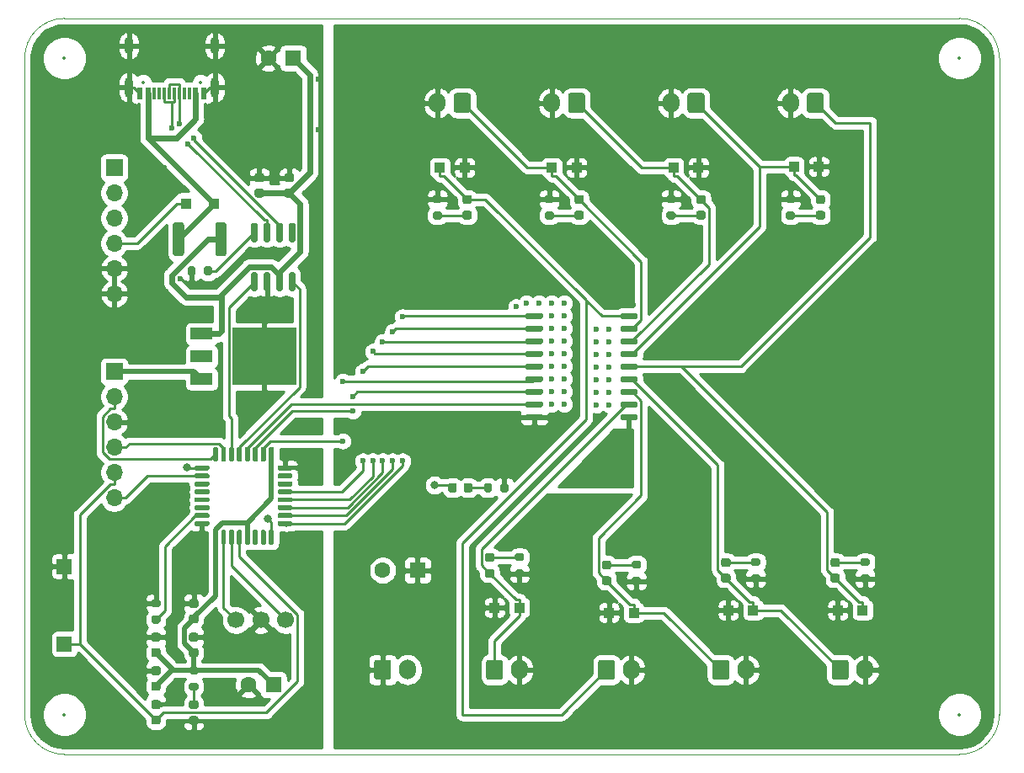
<source format=gtl>
%TF.GenerationSoftware,KiCad,Pcbnew,(5.1.12)-1*%
%TF.CreationDate,2022-03-18T17:06:52+09:00*%
%TF.ProjectId,NHK2022_Solenoid_Valve,4e484b32-3032-4325-9f53-6f6c656e6f69,rev?*%
%TF.SameCoordinates,PX42c1d80PY7bfa480*%
%TF.FileFunction,Copper,L1,Top*%
%TF.FilePolarity,Positive*%
%FSLAX46Y46*%
G04 Gerber Fmt 4.6, Leading zero omitted, Abs format (unit mm)*
G04 Created by KiCad (PCBNEW (5.1.12)-1) date 2022-03-18 17:06:52*
%MOMM*%
%LPD*%
G01*
G04 APERTURE LIST*
%TA.AperFunction,Profile*%
%ADD10C,0.050000*%
%TD*%
%TA.AperFunction,ComponentPad*%
%ADD11C,1.600000*%
%TD*%
%TA.AperFunction,ComponentPad*%
%ADD12R,1.600000X1.600000*%
%TD*%
%TA.AperFunction,SMDPad,CuDef*%
%ADD13R,1.000000X1.000000*%
%TD*%
%TA.AperFunction,SMDPad,CuDef*%
%ADD14R,1.100000X1.100000*%
%TD*%
%TA.AperFunction,ComponentPad*%
%ADD15O,1.700000X2.000000*%
%TD*%
%TA.AperFunction,ComponentPad*%
%ADD16O,1.700000X1.700000*%
%TD*%
%TA.AperFunction,ComponentPad*%
%ADD17R,1.700000X1.700000*%
%TD*%
%TA.AperFunction,ComponentPad*%
%ADD18O,0.900000X2.000000*%
%TD*%
%TA.AperFunction,ComponentPad*%
%ADD19O,0.900000X1.700000*%
%TD*%
%TA.AperFunction,SMDPad,CuDef*%
%ADD20R,0.300000X1.160000*%
%TD*%
%TA.AperFunction,SMDPad,CuDef*%
%ADD21R,0.600000X1.160000*%
%TD*%
%TA.AperFunction,SMDPad,CuDef*%
%ADD22R,2.200000X1.200000*%
%TD*%
%TA.AperFunction,SMDPad,CuDef*%
%ADD23R,6.400000X5.800000*%
%TD*%
%TA.AperFunction,ComponentPad*%
%ADD24C,1.700000*%
%TD*%
%TA.AperFunction,SMDPad,CuDef*%
%ADD25R,1.500000X1.500000*%
%TD*%
%TA.AperFunction,ViaPad*%
%ADD26C,0.600000*%
%TD*%
%TA.AperFunction,ViaPad*%
%ADD27C,0.800000*%
%TD*%
%TA.AperFunction,Conductor*%
%ADD28C,0.250000*%
%TD*%
%TA.AperFunction,Conductor*%
%ADD29C,0.500000*%
%TD*%
%TA.AperFunction,Conductor*%
%ADD30C,0.600000*%
%TD*%
%TA.AperFunction,Conductor*%
%ADD31C,0.254000*%
%TD*%
%TA.AperFunction,Conductor*%
%ADD32C,0.100000*%
%TD*%
%ADD33C,0.300000*%
%ADD34C,0.350000*%
%ADD35O,0.600000X1.700000*%
%ADD36O,0.600000X1.400000*%
G04 APERTURE END LIST*
D10*
X70000000Y74000000D02*
X94000000Y74000000D01*
X94000000Y0D02*
X70000000Y0D01*
X98000000Y70000000D02*
X98000000Y4000000D01*
X94000000Y74000000D02*
G75*
G02*
X98000000Y70000000I0J-4000000D01*
G01*
X98000000Y4000000D02*
G75*
G02*
X94000000Y0I-4000000J0D01*
G01*
X4000000Y74000000D02*
X70000000Y74000000D01*
X0Y70000000D02*
G75*
G02*
X4000000Y74000000I4000000J0D01*
G01*
X0Y70000000D02*
X0Y4000000D01*
X4000000Y0D02*
X70000000Y0D01*
X4000000Y0D02*
G75*
G02*
X0Y4000000I0J4000000D01*
G01*
%TO.P,C2,1*%
%TO.N,/Sheet62278BAE/NRST*%
%TA.AperFunction,SMDPad,CuDef*%
G36*
G01*
X13450000Y3000000D02*
X12950000Y3000000D01*
G75*
G02*
X12725000Y3225000I0J225000D01*
G01*
X12725000Y3675000D01*
G75*
G02*
X12950000Y3900000I225000J0D01*
G01*
X13450000Y3900000D01*
G75*
G02*
X13675000Y3675000I0J-225000D01*
G01*
X13675000Y3225000D01*
G75*
G02*
X13450000Y3000000I-225000J0D01*
G01*
G37*
%TD.AperFunction*%
%TO.P,C2,2*%
%TO.N,GND*%
%TA.AperFunction,SMDPad,CuDef*%
G36*
G01*
X13450000Y4550000D02*
X12950000Y4550000D01*
G75*
G02*
X12725000Y4775000I0J225000D01*
G01*
X12725000Y5225000D01*
G75*
G02*
X12950000Y5450000I225000J0D01*
G01*
X13450000Y5450000D01*
G75*
G02*
X13675000Y5225000I0J-225000D01*
G01*
X13675000Y4775000D01*
G75*
G02*
X13450000Y4550000I-225000J0D01*
G01*
G37*
%TD.AperFunction*%
%TD*%
D11*
%TO.P,C3,2*%
%TO.N,GND*%
X24500000Y70000000D03*
D12*
%TO.P,C3,1*%
%TO.N,+5V*%
X27000000Y70000000D03*
%TD*%
%TO.P,C4,2*%
%TO.N,GND*%
%TA.AperFunction,SMDPad,CuDef*%
G36*
G01*
X13450000Y7950000D02*
X12950000Y7950000D01*
G75*
G02*
X12725000Y8175000I0J225000D01*
G01*
X12725000Y8625000D01*
G75*
G02*
X12950000Y8850000I225000J0D01*
G01*
X13450000Y8850000D01*
G75*
G02*
X13675000Y8625000I0J-225000D01*
G01*
X13675000Y8175000D01*
G75*
G02*
X13450000Y7950000I-225000J0D01*
G01*
G37*
%TD.AperFunction*%
%TO.P,C4,1*%
%TO.N,+3V3*%
%TA.AperFunction,SMDPad,CuDef*%
G36*
G01*
X13450000Y6400000D02*
X12950000Y6400000D01*
G75*
G02*
X12725000Y6625000I0J225000D01*
G01*
X12725000Y7075000D01*
G75*
G02*
X12950000Y7300000I225000J0D01*
G01*
X13450000Y7300000D01*
G75*
G02*
X13675000Y7075000I0J-225000D01*
G01*
X13675000Y6625000D01*
G75*
G02*
X13450000Y6400000I-225000J0D01*
G01*
G37*
%TD.AperFunction*%
%TD*%
%TO.P,C5,1*%
%TO.N,+5V*%
%TA.AperFunction,SMDPad,CuDef*%
G36*
G01*
X23850000Y55975000D02*
X23350000Y55975000D01*
G75*
G02*
X23125000Y56200000I0J225000D01*
G01*
X23125000Y56650000D01*
G75*
G02*
X23350000Y56875000I225000J0D01*
G01*
X23850000Y56875000D01*
G75*
G02*
X24075000Y56650000I0J-225000D01*
G01*
X24075000Y56200000D01*
G75*
G02*
X23850000Y55975000I-225000J0D01*
G01*
G37*
%TD.AperFunction*%
%TO.P,C5,2*%
%TO.N,GND*%
%TA.AperFunction,SMDPad,CuDef*%
G36*
G01*
X23850000Y57525000D02*
X23350000Y57525000D01*
G75*
G02*
X23125000Y57750000I0J225000D01*
G01*
X23125000Y58200000D01*
G75*
G02*
X23350000Y58425000I225000J0D01*
G01*
X23850000Y58425000D01*
G75*
G02*
X24075000Y58200000I0J-225000D01*
G01*
X24075000Y57750000D01*
G75*
G02*
X23850000Y57525000I-225000J0D01*
G01*
G37*
%TD.AperFunction*%
%TD*%
%TO.P,C6,2*%
%TO.N,GND*%
%TA.AperFunction,SMDPad,CuDef*%
G36*
G01*
X17250000Y14725000D02*
X16750000Y14725000D01*
G75*
G02*
X16525000Y14950000I0J225000D01*
G01*
X16525000Y15400000D01*
G75*
G02*
X16750000Y15625000I225000J0D01*
G01*
X17250000Y15625000D01*
G75*
G02*
X17475000Y15400000I0J-225000D01*
G01*
X17475000Y14950000D01*
G75*
G02*
X17250000Y14725000I-225000J0D01*
G01*
G37*
%TD.AperFunction*%
%TO.P,C6,1*%
%TO.N,+3V3*%
%TA.AperFunction,SMDPad,CuDef*%
G36*
G01*
X17250000Y13175000D02*
X16750000Y13175000D01*
G75*
G02*
X16525000Y13400000I0J225000D01*
G01*
X16525000Y13850000D01*
G75*
G02*
X16750000Y14075000I225000J0D01*
G01*
X17250000Y14075000D01*
G75*
G02*
X17475000Y13850000I0J-225000D01*
G01*
X17475000Y13400000D01*
G75*
G02*
X17250000Y13175000I-225000J0D01*
G01*
G37*
%TD.AperFunction*%
%TD*%
%TO.P,C7,1*%
%TO.N,+3V3*%
%TA.AperFunction,SMDPad,CuDef*%
G36*
G01*
X17250000Y9775000D02*
X16750000Y9775000D01*
G75*
G02*
X16525000Y10000000I0J225000D01*
G01*
X16525000Y10450000D01*
G75*
G02*
X16750000Y10675000I225000J0D01*
G01*
X17250000Y10675000D01*
G75*
G02*
X17475000Y10450000I0J-225000D01*
G01*
X17475000Y10000000D01*
G75*
G02*
X17250000Y9775000I-225000J0D01*
G01*
G37*
%TD.AperFunction*%
%TO.P,C7,2*%
%TO.N,GND*%
%TA.AperFunction,SMDPad,CuDef*%
G36*
G01*
X17250000Y11325000D02*
X16750000Y11325000D01*
G75*
G02*
X16525000Y11550000I0J225000D01*
G01*
X16525000Y12000000D01*
G75*
G02*
X16750000Y12225000I225000J0D01*
G01*
X17250000Y12225000D01*
G75*
G02*
X17475000Y12000000I0J-225000D01*
G01*
X17475000Y11550000D01*
G75*
G02*
X17250000Y11325000I-225000J0D01*
G01*
G37*
%TD.AperFunction*%
%TD*%
%TO.P,C8,1*%
%TO.N,+5V*%
%TA.AperFunction,SMDPad,CuDef*%
G36*
G01*
X26850000Y55975000D02*
X26350000Y55975000D01*
G75*
G02*
X26125000Y56200000I0J225000D01*
G01*
X26125000Y56650000D01*
G75*
G02*
X26350000Y56875000I225000J0D01*
G01*
X26850000Y56875000D01*
G75*
G02*
X27075000Y56650000I0J-225000D01*
G01*
X27075000Y56200000D01*
G75*
G02*
X26850000Y55975000I-225000J0D01*
G01*
G37*
%TD.AperFunction*%
%TO.P,C8,2*%
%TO.N,GND*%
%TA.AperFunction,SMDPad,CuDef*%
G36*
G01*
X26850000Y57525000D02*
X26350000Y57525000D01*
G75*
G02*
X26125000Y57750000I0J225000D01*
G01*
X26125000Y58200000D01*
G75*
G02*
X26350000Y58425000I225000J0D01*
G01*
X26850000Y58425000D01*
G75*
G02*
X27075000Y58200000I0J-225000D01*
G01*
X27075000Y57750000D01*
G75*
G02*
X26850000Y57525000I-225000J0D01*
G01*
G37*
%TD.AperFunction*%
%TD*%
%TO.P,C9,2*%
%TO.N,GND*%
%TA.AperFunction,SMDPad,CuDef*%
G36*
G01*
X13450000Y11325000D02*
X12950000Y11325000D01*
G75*
G02*
X12725000Y11550000I0J225000D01*
G01*
X12725000Y12000000D01*
G75*
G02*
X12950000Y12225000I225000J0D01*
G01*
X13450000Y12225000D01*
G75*
G02*
X13675000Y12000000I0J-225000D01*
G01*
X13675000Y11550000D01*
G75*
G02*
X13450000Y11325000I-225000J0D01*
G01*
G37*
%TD.AperFunction*%
%TO.P,C9,1*%
%TO.N,+3V3*%
%TA.AperFunction,SMDPad,CuDef*%
G36*
G01*
X13450000Y9775000D02*
X12950000Y9775000D01*
G75*
G02*
X12725000Y10000000I0J225000D01*
G01*
X12725000Y10450000D01*
G75*
G02*
X12950000Y10675000I225000J0D01*
G01*
X13450000Y10675000D01*
G75*
G02*
X13675000Y10450000I0J-225000D01*
G01*
X13675000Y10000000D01*
G75*
G02*
X13450000Y9775000I-225000J0D01*
G01*
G37*
%TD.AperFunction*%
%TD*%
%TO.P,C10,1*%
%TO.N,+3V3*%
X25000000Y7000000D03*
D11*
%TO.P,C10,2*%
%TO.N,GND*%
X22500000Y7000000D03*
%TD*%
D12*
%TO.P,C1,1*%
%TO.N,VCC*%
X39500000Y18500000D03*
D11*
%TO.P,C1,2*%
%TO.N,GND*%
X36000000Y18500000D03*
%TD*%
%TO.P,D1,2*%
%TO.N,Net-(D1-Pad2)*%
%TA.AperFunction,SMDPad,CuDef*%
G36*
G01*
X44150000Y26543750D02*
X44150000Y27056250D01*
G75*
G02*
X44368750Y27275000I218750J0D01*
G01*
X44806250Y27275000D01*
G75*
G02*
X45025000Y27056250I0J-218750D01*
G01*
X45025000Y26543750D01*
G75*
G02*
X44806250Y26325000I-218750J0D01*
G01*
X44368750Y26325000D01*
G75*
G02*
X44150000Y26543750I0J218750D01*
G01*
G37*
%TD.AperFunction*%
%TO.P,D1,1*%
%TO.N,GND*%
%TA.AperFunction,SMDPad,CuDef*%
G36*
G01*
X42575000Y26543750D02*
X42575000Y27056250D01*
G75*
G02*
X42793750Y27275000I218750J0D01*
G01*
X43231250Y27275000D01*
G75*
G02*
X43450000Y27056250I0J-218750D01*
G01*
X43450000Y26543750D01*
G75*
G02*
X43231250Y26325000I-218750J0D01*
G01*
X42793750Y26325000D01*
G75*
G02*
X42575000Y26543750I0J218750D01*
G01*
G37*
%TD.AperFunction*%
%TD*%
D13*
%TO.P,D2,2*%
%TO.N,/O1*%
X41750000Y59000000D03*
%TO.P,D2,1*%
%TO.N,VCC*%
X44250000Y59000000D03*
%TD*%
%TO.P,D3,1*%
%TO.N,/O1*%
%TA.AperFunction,SMDPad,CuDef*%
G36*
G01*
X44243750Y56225000D02*
X44756250Y56225000D01*
G75*
G02*
X44975000Y56006250I0J-218750D01*
G01*
X44975000Y55568750D01*
G75*
G02*
X44756250Y55350000I-218750J0D01*
G01*
X44243750Y55350000D01*
G75*
G02*
X44025000Y55568750I0J218750D01*
G01*
X44025000Y56006250D01*
G75*
G02*
X44243750Y56225000I218750J0D01*
G01*
G37*
%TD.AperFunction*%
%TO.P,D3,2*%
%TO.N,Net-(D3-Pad2)*%
%TA.AperFunction,SMDPad,CuDef*%
G36*
G01*
X44243750Y54650000D02*
X44756250Y54650000D01*
G75*
G02*
X44975000Y54431250I0J-218750D01*
G01*
X44975000Y53993750D01*
G75*
G02*
X44756250Y53775000I-218750J0D01*
G01*
X44243750Y53775000D01*
G75*
G02*
X44025000Y53993750I0J218750D01*
G01*
X44025000Y54431250D01*
G75*
G02*
X44243750Y54650000I218750J0D01*
G01*
G37*
%TD.AperFunction*%
%TD*%
%TO.P,D4,1*%
%TO.N,VCC*%
X55500000Y59000000D03*
%TO.P,D4,2*%
%TO.N,/O2*%
X53000000Y59000000D03*
%TD*%
%TO.P,D5,2*%
%TO.N,Net-(D5-Pad2)*%
%TA.AperFunction,SMDPad,CuDef*%
G36*
G01*
X55493750Y54650000D02*
X56006250Y54650000D01*
G75*
G02*
X56225000Y54431250I0J-218750D01*
G01*
X56225000Y53993750D01*
G75*
G02*
X56006250Y53775000I-218750J0D01*
G01*
X55493750Y53775000D01*
G75*
G02*
X55275000Y53993750I0J218750D01*
G01*
X55275000Y54431250D01*
G75*
G02*
X55493750Y54650000I218750J0D01*
G01*
G37*
%TD.AperFunction*%
%TO.P,D5,1*%
%TO.N,/O2*%
%TA.AperFunction,SMDPad,CuDef*%
G36*
G01*
X55493750Y56225000D02*
X56006250Y56225000D01*
G75*
G02*
X56225000Y56006250I0J-218750D01*
G01*
X56225000Y55568750D01*
G75*
G02*
X56006250Y55350000I-218750J0D01*
G01*
X55493750Y55350000D01*
G75*
G02*
X55275000Y55568750I0J218750D01*
G01*
X55275000Y56006250D01*
G75*
G02*
X55493750Y56225000I218750J0D01*
G01*
G37*
%TD.AperFunction*%
%TD*%
%TO.P,D6,2*%
%TO.N,/O3*%
X65250000Y59000000D03*
%TO.P,D6,1*%
%TO.N,VCC*%
X67750000Y59000000D03*
%TD*%
%TO.P,D7,1*%
%TO.N,/O3*%
%TA.AperFunction,SMDPad,CuDef*%
G36*
G01*
X67743750Y56225000D02*
X68256250Y56225000D01*
G75*
G02*
X68475000Y56006250I0J-218750D01*
G01*
X68475000Y55568750D01*
G75*
G02*
X68256250Y55350000I-218750J0D01*
G01*
X67743750Y55350000D01*
G75*
G02*
X67525000Y55568750I0J218750D01*
G01*
X67525000Y56006250D01*
G75*
G02*
X67743750Y56225000I218750J0D01*
G01*
G37*
%TD.AperFunction*%
%TO.P,D7,2*%
%TO.N,Net-(D7-Pad2)*%
%TA.AperFunction,SMDPad,CuDef*%
G36*
G01*
X67743750Y54650000D02*
X68256250Y54650000D01*
G75*
G02*
X68475000Y54431250I0J-218750D01*
G01*
X68475000Y53993750D01*
G75*
G02*
X68256250Y53775000I-218750J0D01*
G01*
X67743750Y53775000D01*
G75*
G02*
X67525000Y53993750I0J218750D01*
G01*
X67525000Y54431250D01*
G75*
G02*
X67743750Y54650000I218750J0D01*
G01*
G37*
%TD.AperFunction*%
%TD*%
%TO.P,D8,2*%
%TO.N,/O4*%
X77350000Y59100000D03*
%TO.P,D8,1*%
%TO.N,VCC*%
X79850000Y59100000D03*
%TD*%
%TO.P,D9,2*%
%TO.N,Net-(D9-Pad2)*%
%TA.AperFunction,SMDPad,CuDef*%
G36*
G01*
X79743750Y54650000D02*
X80256250Y54650000D01*
G75*
G02*
X80475000Y54431250I0J-218750D01*
G01*
X80475000Y53993750D01*
G75*
G02*
X80256250Y53775000I-218750J0D01*
G01*
X79743750Y53775000D01*
G75*
G02*
X79525000Y53993750I0J218750D01*
G01*
X79525000Y54431250D01*
G75*
G02*
X79743750Y54650000I218750J0D01*
G01*
G37*
%TD.AperFunction*%
%TO.P,D9,1*%
%TO.N,/O4*%
%TA.AperFunction,SMDPad,CuDef*%
G36*
G01*
X79743750Y56225000D02*
X80256250Y56225000D01*
G75*
G02*
X80475000Y56006250I0J-218750D01*
G01*
X80475000Y55568750D01*
G75*
G02*
X80256250Y55350000I-218750J0D01*
G01*
X79743750Y55350000D01*
G75*
G02*
X79525000Y55568750I0J218750D01*
G01*
X79525000Y56006250D01*
G75*
G02*
X79743750Y56225000I218750J0D01*
G01*
G37*
%TD.AperFunction*%
%TD*%
%TO.P,D10,2*%
%TO.N,/O5*%
X84250000Y14500000D03*
%TO.P,D10,1*%
%TO.N,VCC*%
X81750000Y14500000D03*
%TD*%
%TO.P,D11,1*%
%TO.N,/O5*%
%TA.AperFunction,SMDPad,CuDef*%
G36*
G01*
X81756250Y17275000D02*
X81243750Y17275000D01*
G75*
G02*
X81025000Y17493750I0J218750D01*
G01*
X81025000Y17931250D01*
G75*
G02*
X81243750Y18150000I218750J0D01*
G01*
X81756250Y18150000D01*
G75*
G02*
X81975000Y17931250I0J-218750D01*
G01*
X81975000Y17493750D01*
G75*
G02*
X81756250Y17275000I-218750J0D01*
G01*
G37*
%TD.AperFunction*%
%TO.P,D11,2*%
%TO.N,Net-(D11-Pad2)*%
%TA.AperFunction,SMDPad,CuDef*%
G36*
G01*
X81756250Y18850000D02*
X81243750Y18850000D01*
G75*
G02*
X81025000Y19068750I0J218750D01*
G01*
X81025000Y19506250D01*
G75*
G02*
X81243750Y19725000I218750J0D01*
G01*
X81756250Y19725000D01*
G75*
G02*
X81975000Y19506250I0J-218750D01*
G01*
X81975000Y19068750D01*
G75*
G02*
X81756250Y18850000I-218750J0D01*
G01*
G37*
%TD.AperFunction*%
%TD*%
%TO.P,D12,1*%
%TO.N,VCC*%
X70750000Y14500000D03*
%TO.P,D12,2*%
%TO.N,/O6*%
X73250000Y14500000D03*
%TD*%
%TO.P,D13,2*%
%TO.N,Net-(D13-Pad2)*%
%TA.AperFunction,SMDPad,CuDef*%
G36*
G01*
X70756250Y18850000D02*
X70243750Y18850000D01*
G75*
G02*
X70025000Y19068750I0J218750D01*
G01*
X70025000Y19506250D01*
G75*
G02*
X70243750Y19725000I218750J0D01*
G01*
X70756250Y19725000D01*
G75*
G02*
X70975000Y19506250I0J-218750D01*
G01*
X70975000Y19068750D01*
G75*
G02*
X70756250Y18850000I-218750J0D01*
G01*
G37*
%TD.AperFunction*%
%TO.P,D13,1*%
%TO.N,/O6*%
%TA.AperFunction,SMDPad,CuDef*%
G36*
G01*
X70756250Y17275000D02*
X70243750Y17275000D01*
G75*
G02*
X70025000Y17493750I0J218750D01*
G01*
X70025000Y17931250D01*
G75*
G02*
X70243750Y18150000I218750J0D01*
G01*
X70756250Y18150000D01*
G75*
G02*
X70975000Y17931250I0J-218750D01*
G01*
X70975000Y17493750D01*
G75*
G02*
X70756250Y17275000I-218750J0D01*
G01*
G37*
%TD.AperFunction*%
%TD*%
%TO.P,D14,1*%
%TO.N,VCC*%
X58750000Y14250000D03*
%TO.P,D14,2*%
%TO.N,/O7*%
X61250000Y14250000D03*
%TD*%
%TO.P,D15,2*%
%TO.N,Net-(D15-Pad2)*%
%TA.AperFunction,SMDPad,CuDef*%
G36*
G01*
X58756250Y18600000D02*
X58243750Y18600000D01*
G75*
G02*
X58025000Y18818750I0J218750D01*
G01*
X58025000Y19256250D01*
G75*
G02*
X58243750Y19475000I218750J0D01*
G01*
X58756250Y19475000D01*
G75*
G02*
X58975000Y19256250I0J-218750D01*
G01*
X58975000Y18818750D01*
G75*
G02*
X58756250Y18600000I-218750J0D01*
G01*
G37*
%TD.AperFunction*%
%TO.P,D15,1*%
%TO.N,/O7*%
%TA.AperFunction,SMDPad,CuDef*%
G36*
G01*
X58756250Y17025000D02*
X58243750Y17025000D01*
G75*
G02*
X58025000Y17243750I0J218750D01*
G01*
X58025000Y17681250D01*
G75*
G02*
X58243750Y17900000I218750J0D01*
G01*
X58756250Y17900000D01*
G75*
G02*
X58975000Y17681250I0J-218750D01*
G01*
X58975000Y17243750D01*
G75*
G02*
X58756250Y17025000I-218750J0D01*
G01*
G37*
%TD.AperFunction*%
%TD*%
%TO.P,D16,1*%
%TO.N,VCC*%
X47250000Y14750000D03*
%TO.P,D16,2*%
%TO.N,/O8*%
X49750000Y14750000D03*
%TD*%
%TO.P,D17,1*%
%TO.N,/O8*%
%TA.AperFunction,SMDPad,CuDef*%
G36*
G01*
X47006250Y17775000D02*
X46493750Y17775000D01*
G75*
G02*
X46275000Y17993750I0J218750D01*
G01*
X46275000Y18431250D01*
G75*
G02*
X46493750Y18650000I218750J0D01*
G01*
X47006250Y18650000D01*
G75*
G02*
X47225000Y18431250I0J-218750D01*
G01*
X47225000Y17993750D01*
G75*
G02*
X47006250Y17775000I-218750J0D01*
G01*
G37*
%TD.AperFunction*%
%TO.P,D17,2*%
%TO.N,Net-(D17-Pad2)*%
%TA.AperFunction,SMDPad,CuDef*%
G36*
G01*
X47006250Y19350000D02*
X46493750Y19350000D01*
G75*
G02*
X46275000Y19568750I0J218750D01*
G01*
X46275000Y20006250D01*
G75*
G02*
X46493750Y20225000I218750J0D01*
G01*
X47006250Y20225000D01*
G75*
G02*
X47225000Y20006250I0J-218750D01*
G01*
X47225000Y19568750D01*
G75*
G02*
X47006250Y19350000I-218750J0D01*
G01*
G37*
%TD.AperFunction*%
%TD*%
D14*
%TO.P,D18,1*%
%TO.N,/Sheet62278BAE/UART_5V*%
X19000000Y55400000D03*
%TO.P,D18,2*%
%TO.N,Net-(D18-Pad2)*%
X16200000Y55400000D03*
%TD*%
%TO.P,D19,1*%
%TO.N,GND*%
%TA.AperFunction,SMDPad,CuDef*%
G36*
G01*
X17256250Y2975000D02*
X16743750Y2975000D01*
G75*
G02*
X16525000Y3193750I0J218750D01*
G01*
X16525000Y3631250D01*
G75*
G02*
X16743750Y3850000I218750J0D01*
G01*
X17256250Y3850000D01*
G75*
G02*
X17475000Y3631250I0J-218750D01*
G01*
X17475000Y3193750D01*
G75*
G02*
X17256250Y2975000I-218750J0D01*
G01*
G37*
%TD.AperFunction*%
%TO.P,D19,2*%
%TO.N,Net-(D19-Pad2)*%
%TA.AperFunction,SMDPad,CuDef*%
G36*
G01*
X17256250Y4550000D02*
X16743750Y4550000D01*
G75*
G02*
X16525000Y4768750I0J218750D01*
G01*
X16525000Y5206250D01*
G75*
G02*
X16743750Y5425000I218750J0D01*
G01*
X17256250Y5425000D01*
G75*
G02*
X17475000Y5206250I0J-218750D01*
G01*
X17475000Y4768750D01*
G75*
G02*
X17256250Y4550000I-218750J0D01*
G01*
G37*
%TD.AperFunction*%
%TD*%
%TO.P,J1,1*%
%TO.N,/O1*%
%TA.AperFunction,ComponentPad*%
G36*
G01*
X57650000Y7750000D02*
X57650000Y9250000D01*
G75*
G02*
X57900000Y9500000I250000J0D01*
G01*
X59100000Y9500000D01*
G75*
G02*
X59350000Y9250000I0J-250000D01*
G01*
X59350000Y7750000D01*
G75*
G02*
X59100000Y7500000I-250000J0D01*
G01*
X57900000Y7500000D01*
G75*
G02*
X57650000Y7750000I0J250000D01*
G01*
G37*
%TD.AperFunction*%
D15*
%TO.P,J1,2*%
%TO.N,VCC*%
X61000000Y8500000D03*
%TD*%
%TO.P,J2,1*%
%TO.N,/O2*%
%TA.AperFunction,ComponentPad*%
G36*
G01*
X44850000Y66250000D02*
X44850000Y64750000D01*
G75*
G02*
X44600000Y64500000I-250000J0D01*
G01*
X43400000Y64500000D01*
G75*
G02*
X43150000Y64750000I0J250000D01*
G01*
X43150000Y66250000D01*
G75*
G02*
X43400000Y66500000I250000J0D01*
G01*
X44600000Y66500000D01*
G75*
G02*
X44850000Y66250000I0J-250000D01*
G01*
G37*
%TD.AperFunction*%
%TO.P,J2,2*%
%TO.N,VCC*%
X41500000Y65500000D03*
%TD*%
%TO.P,J3,1*%
%TO.N,/O3*%
%TA.AperFunction,ComponentPad*%
G36*
G01*
X56350000Y66250000D02*
X56350000Y64750000D01*
G75*
G02*
X56100000Y64500000I-250000J0D01*
G01*
X54900000Y64500000D01*
G75*
G02*
X54650000Y64750000I0J250000D01*
G01*
X54650000Y66250000D01*
G75*
G02*
X54900000Y66500000I250000J0D01*
G01*
X56100000Y66500000D01*
G75*
G02*
X56350000Y66250000I0J-250000D01*
G01*
G37*
%TD.AperFunction*%
%TO.P,J3,2*%
%TO.N,VCC*%
X53000000Y65500000D03*
%TD*%
%TO.P,J4,2*%
%TO.N,VCC*%
X65000000Y65500000D03*
%TO.P,J4,1*%
%TO.N,/O4*%
%TA.AperFunction,ComponentPad*%
G36*
G01*
X68350000Y66250000D02*
X68350000Y64750000D01*
G75*
G02*
X68100000Y64500000I-250000J0D01*
G01*
X66900000Y64500000D01*
G75*
G02*
X66650000Y64750000I0J250000D01*
G01*
X66650000Y66250000D01*
G75*
G02*
X66900000Y66500000I250000J0D01*
G01*
X68100000Y66500000D01*
G75*
G02*
X68350000Y66250000I0J-250000D01*
G01*
G37*
%TD.AperFunction*%
%TD*%
%TO.P,J5,2*%
%TO.N,VCC*%
X77000000Y65500000D03*
%TO.P,J5,1*%
%TO.N,/O5*%
%TA.AperFunction,ComponentPad*%
G36*
G01*
X80350000Y66250000D02*
X80350000Y64750000D01*
G75*
G02*
X80100000Y64500000I-250000J0D01*
G01*
X78900000Y64500000D01*
G75*
G02*
X78650000Y64750000I0J250000D01*
G01*
X78650000Y66250000D01*
G75*
G02*
X78900000Y66500000I250000J0D01*
G01*
X80100000Y66500000D01*
G75*
G02*
X80350000Y66250000I0J-250000D01*
G01*
G37*
%TD.AperFunction*%
%TD*%
%TO.P,J6,1*%
%TO.N,/O6*%
%TA.AperFunction,ComponentPad*%
G36*
G01*
X81150000Y7750000D02*
X81150000Y9250000D01*
G75*
G02*
X81400000Y9500000I250000J0D01*
G01*
X82600000Y9500000D01*
G75*
G02*
X82850000Y9250000I0J-250000D01*
G01*
X82850000Y7750000D01*
G75*
G02*
X82600000Y7500000I-250000J0D01*
G01*
X81400000Y7500000D01*
G75*
G02*
X81150000Y7750000I0J250000D01*
G01*
G37*
%TD.AperFunction*%
%TO.P,J6,2*%
%TO.N,VCC*%
X84500000Y8500000D03*
%TD*%
%TO.P,J7,2*%
%TO.N,VCC*%
X72500000Y8500000D03*
%TO.P,J7,1*%
%TO.N,/O7*%
%TA.AperFunction,ComponentPad*%
G36*
G01*
X69150000Y7750000D02*
X69150000Y9250000D01*
G75*
G02*
X69400000Y9500000I250000J0D01*
G01*
X70600000Y9500000D01*
G75*
G02*
X70850000Y9250000I0J-250000D01*
G01*
X70850000Y7750000D01*
G75*
G02*
X70600000Y7500000I-250000J0D01*
G01*
X69400000Y7500000D01*
G75*
G02*
X69150000Y7750000I0J250000D01*
G01*
G37*
%TD.AperFunction*%
%TD*%
%TO.P,J8,2*%
%TO.N,GND*%
X38500000Y8500000D03*
%TO.P,J8,1*%
%TO.N,VCC*%
%TA.AperFunction,ComponentPad*%
G36*
G01*
X35150000Y7750000D02*
X35150000Y9250000D01*
G75*
G02*
X35400000Y9500000I250000J0D01*
G01*
X36600000Y9500000D01*
G75*
G02*
X36850000Y9250000I0J-250000D01*
G01*
X36850000Y7750000D01*
G75*
G02*
X36600000Y7500000I-250000J0D01*
G01*
X35400000Y7500000D01*
G75*
G02*
X35150000Y7750000I0J250000D01*
G01*
G37*
%TD.AperFunction*%
%TD*%
%TO.P,J9,1*%
%TO.N,/O8*%
%TA.AperFunction,ComponentPad*%
G36*
G01*
X46400000Y7750000D02*
X46400000Y9250000D01*
G75*
G02*
X46650000Y9500000I250000J0D01*
G01*
X47850000Y9500000D01*
G75*
G02*
X48100000Y9250000I0J-250000D01*
G01*
X48100000Y7750000D01*
G75*
G02*
X47850000Y7500000I-250000J0D01*
G01*
X46650000Y7500000D01*
G75*
G02*
X46400000Y7750000I0J250000D01*
G01*
G37*
%TD.AperFunction*%
%TO.P,J9,2*%
%TO.N,VCC*%
X49750000Y8500000D03*
%TD*%
D16*
%TO.P,UART,6*%
%TO.N,GND*%
X9000000Y46300000D03*
%TO.P,UART,5*%
X9000000Y48840000D03*
%TO.P,UART,4*%
%TO.N,Net-(D18-Pad2)*%
X9000000Y51380000D03*
%TO.P,UART,3*%
%TO.N,/Sheet62278BAE/UART_RX*%
X9000000Y53920000D03*
%TO.P,UART,2*%
%TO.N,/Sheet62278BAE/UART_TX*%
X9000000Y56460000D03*
D17*
%TO.P,UART,1*%
%TO.N,Net-(J10-Pad1)*%
X9000000Y59000000D03*
%TD*%
D18*
%TO.P,J12,S1*%
%TO.N,GND*%
X19120000Y67070000D03*
X10480000Y67070000D03*
D19*
X19120000Y71240000D03*
X10480000Y71240000D03*
D20*
%TO.P,J12,B7*%
%TO.N,/Sheet62278BAE/CANL*%
X15550000Y66490000D03*
%TO.P,J12,A6*%
%TO.N,/Sheet62278BAE/CANH*%
X15050000Y66490000D03*
%TO.P,J12,A7*%
%TO.N,/Sheet62278BAE/CANL*%
X14550000Y66490000D03*
%TO.P,J12,B8*%
%TO.N,Net-(J12-PadB8)*%
X16550000Y66490000D03*
%TO.P,J12,A5*%
%TO.N,Net-(J12-PadA5)*%
X16050000Y66490000D03*
%TO.P,J12,A8*%
%TO.N,Net-(J12-PadA8)*%
X13550000Y66490000D03*
%TO.P,J12,B6*%
%TO.N,/Sheet62278BAE/CANH*%
X14050000Y66490000D03*
%TO.P,J12,B5*%
%TO.N,Net-(J12-PadB5)*%
X13050000Y66490000D03*
D21*
%TO.P,J12,A4*%
%TO.N,/Sheet62278BAE/UART_5V*%
X17200000Y66490000D03*
%TO.P,J12,B9*%
X17200000Y66490000D03*
%TO.P,J12,A1*%
%TO.N,GND*%
X18000000Y66490000D03*
%TO.P,J12,B12*%
X18000000Y66490000D03*
%TO.P,J12,B4*%
%TO.N,/Sheet62278BAE/UART_5V*%
X12400000Y66490000D03*
%TO.P,J12,B1*%
%TO.N,GND*%
X11600000Y66490000D03*
%TO.P,J12,A9*%
%TO.N,/Sheet62278BAE/UART_5V*%
X12400000Y66490000D03*
%TO.P,J12,A12*%
%TO.N,GND*%
X11600000Y66490000D03*
%TD*%
%TO.P,R1,2*%
%TO.N,Net-(D1-Pad2)*%
%TA.AperFunction,SMDPad,CuDef*%
G36*
G01*
X46975000Y27075000D02*
X46975000Y26525000D01*
G75*
G02*
X46775000Y26325000I-200000J0D01*
G01*
X46375000Y26325000D01*
G75*
G02*
X46175000Y26525000I0J200000D01*
G01*
X46175000Y27075000D01*
G75*
G02*
X46375000Y27275000I200000J0D01*
G01*
X46775000Y27275000D01*
G75*
G02*
X46975000Y27075000I0J-200000D01*
G01*
G37*
%TD.AperFunction*%
%TO.P,R1,1*%
%TO.N,VCC*%
%TA.AperFunction,SMDPad,CuDef*%
G36*
G01*
X48625000Y27075000D02*
X48625000Y26525000D01*
G75*
G02*
X48425000Y26325000I-200000J0D01*
G01*
X48025000Y26325000D01*
G75*
G02*
X47825000Y26525000I0J200000D01*
G01*
X47825000Y27075000D01*
G75*
G02*
X48025000Y27275000I200000J0D01*
G01*
X48425000Y27275000D01*
G75*
G02*
X48625000Y27075000I0J-200000D01*
G01*
G37*
%TD.AperFunction*%
%TD*%
%TO.P,R2,1*%
%TO.N,VCC*%
%TA.AperFunction,SMDPad,CuDef*%
G36*
G01*
X41225000Y56225000D02*
X41775000Y56225000D01*
G75*
G02*
X41975000Y56025000I0J-200000D01*
G01*
X41975000Y55625000D01*
G75*
G02*
X41775000Y55425000I-200000J0D01*
G01*
X41225000Y55425000D01*
G75*
G02*
X41025000Y55625000I0J200000D01*
G01*
X41025000Y56025000D01*
G75*
G02*
X41225000Y56225000I200000J0D01*
G01*
G37*
%TD.AperFunction*%
%TO.P,R2,2*%
%TO.N,Net-(D3-Pad2)*%
%TA.AperFunction,SMDPad,CuDef*%
G36*
G01*
X41225000Y54575000D02*
X41775000Y54575000D01*
G75*
G02*
X41975000Y54375000I0J-200000D01*
G01*
X41975000Y53975000D01*
G75*
G02*
X41775000Y53775000I-200000J0D01*
G01*
X41225000Y53775000D01*
G75*
G02*
X41025000Y53975000I0J200000D01*
G01*
X41025000Y54375000D01*
G75*
G02*
X41225000Y54575000I200000J0D01*
G01*
G37*
%TD.AperFunction*%
%TD*%
%TO.P,R3,1*%
%TO.N,VCC*%
%TA.AperFunction,SMDPad,CuDef*%
G36*
G01*
X52475000Y56225000D02*
X53025000Y56225000D01*
G75*
G02*
X53225000Y56025000I0J-200000D01*
G01*
X53225000Y55625000D01*
G75*
G02*
X53025000Y55425000I-200000J0D01*
G01*
X52475000Y55425000D01*
G75*
G02*
X52275000Y55625000I0J200000D01*
G01*
X52275000Y56025000D01*
G75*
G02*
X52475000Y56225000I200000J0D01*
G01*
G37*
%TD.AperFunction*%
%TO.P,R3,2*%
%TO.N,Net-(D5-Pad2)*%
%TA.AperFunction,SMDPad,CuDef*%
G36*
G01*
X52475000Y54575000D02*
X53025000Y54575000D01*
G75*
G02*
X53225000Y54375000I0J-200000D01*
G01*
X53225000Y53975000D01*
G75*
G02*
X53025000Y53775000I-200000J0D01*
G01*
X52475000Y53775000D01*
G75*
G02*
X52275000Y53975000I0J200000D01*
G01*
X52275000Y54375000D01*
G75*
G02*
X52475000Y54575000I200000J0D01*
G01*
G37*
%TD.AperFunction*%
%TD*%
%TO.P,R4,2*%
%TO.N,Net-(D7-Pad2)*%
%TA.AperFunction,SMDPad,CuDef*%
G36*
G01*
X64725000Y54575000D02*
X65275000Y54575000D01*
G75*
G02*
X65475000Y54375000I0J-200000D01*
G01*
X65475000Y53975000D01*
G75*
G02*
X65275000Y53775000I-200000J0D01*
G01*
X64725000Y53775000D01*
G75*
G02*
X64525000Y53975000I0J200000D01*
G01*
X64525000Y54375000D01*
G75*
G02*
X64725000Y54575000I200000J0D01*
G01*
G37*
%TD.AperFunction*%
%TO.P,R4,1*%
%TO.N,VCC*%
%TA.AperFunction,SMDPad,CuDef*%
G36*
G01*
X64725000Y56225000D02*
X65275000Y56225000D01*
G75*
G02*
X65475000Y56025000I0J-200000D01*
G01*
X65475000Y55625000D01*
G75*
G02*
X65275000Y55425000I-200000J0D01*
G01*
X64725000Y55425000D01*
G75*
G02*
X64525000Y55625000I0J200000D01*
G01*
X64525000Y56025000D01*
G75*
G02*
X64725000Y56225000I200000J0D01*
G01*
G37*
%TD.AperFunction*%
%TD*%
%TO.P,R5,1*%
%TO.N,VCC*%
%TA.AperFunction,SMDPad,CuDef*%
G36*
G01*
X76725000Y56225000D02*
X77275000Y56225000D01*
G75*
G02*
X77475000Y56025000I0J-200000D01*
G01*
X77475000Y55625000D01*
G75*
G02*
X77275000Y55425000I-200000J0D01*
G01*
X76725000Y55425000D01*
G75*
G02*
X76525000Y55625000I0J200000D01*
G01*
X76525000Y56025000D01*
G75*
G02*
X76725000Y56225000I200000J0D01*
G01*
G37*
%TD.AperFunction*%
%TO.P,R5,2*%
%TO.N,Net-(D9-Pad2)*%
%TA.AperFunction,SMDPad,CuDef*%
G36*
G01*
X76725000Y54575000D02*
X77275000Y54575000D01*
G75*
G02*
X77475000Y54375000I0J-200000D01*
G01*
X77475000Y53975000D01*
G75*
G02*
X77275000Y53775000I-200000J0D01*
G01*
X76725000Y53775000D01*
G75*
G02*
X76525000Y53975000I0J200000D01*
G01*
X76525000Y54375000D01*
G75*
G02*
X76725000Y54575000I200000J0D01*
G01*
G37*
%TD.AperFunction*%
%TD*%
%TO.P,R6,2*%
%TO.N,Net-(D11-Pad2)*%
%TA.AperFunction,SMDPad,CuDef*%
G36*
G01*
X84775000Y18925000D02*
X84225000Y18925000D01*
G75*
G02*
X84025000Y19125000I0J200000D01*
G01*
X84025000Y19525000D01*
G75*
G02*
X84225000Y19725000I200000J0D01*
G01*
X84775000Y19725000D01*
G75*
G02*
X84975000Y19525000I0J-200000D01*
G01*
X84975000Y19125000D01*
G75*
G02*
X84775000Y18925000I-200000J0D01*
G01*
G37*
%TD.AperFunction*%
%TO.P,R6,1*%
%TO.N,VCC*%
%TA.AperFunction,SMDPad,CuDef*%
G36*
G01*
X84775000Y17275000D02*
X84225000Y17275000D01*
G75*
G02*
X84025000Y17475000I0J200000D01*
G01*
X84025000Y17875000D01*
G75*
G02*
X84225000Y18075000I200000J0D01*
G01*
X84775000Y18075000D01*
G75*
G02*
X84975000Y17875000I0J-200000D01*
G01*
X84975000Y17475000D01*
G75*
G02*
X84775000Y17275000I-200000J0D01*
G01*
G37*
%TD.AperFunction*%
%TD*%
%TO.P,R7,2*%
%TO.N,Net-(D13-Pad2)*%
%TA.AperFunction,SMDPad,CuDef*%
G36*
G01*
X73775000Y18925000D02*
X73225000Y18925000D01*
G75*
G02*
X73025000Y19125000I0J200000D01*
G01*
X73025000Y19525000D01*
G75*
G02*
X73225000Y19725000I200000J0D01*
G01*
X73775000Y19725000D01*
G75*
G02*
X73975000Y19525000I0J-200000D01*
G01*
X73975000Y19125000D01*
G75*
G02*
X73775000Y18925000I-200000J0D01*
G01*
G37*
%TD.AperFunction*%
%TO.P,R7,1*%
%TO.N,VCC*%
%TA.AperFunction,SMDPad,CuDef*%
G36*
G01*
X73775000Y17275000D02*
X73225000Y17275000D01*
G75*
G02*
X73025000Y17475000I0J200000D01*
G01*
X73025000Y17875000D01*
G75*
G02*
X73225000Y18075000I200000J0D01*
G01*
X73775000Y18075000D01*
G75*
G02*
X73975000Y17875000I0J-200000D01*
G01*
X73975000Y17475000D01*
G75*
G02*
X73775000Y17275000I-200000J0D01*
G01*
G37*
%TD.AperFunction*%
%TD*%
%TO.P,R8,1*%
%TO.N,VCC*%
%TA.AperFunction,SMDPad,CuDef*%
G36*
G01*
X61775000Y17025000D02*
X61225000Y17025000D01*
G75*
G02*
X61025000Y17225000I0J200000D01*
G01*
X61025000Y17625000D01*
G75*
G02*
X61225000Y17825000I200000J0D01*
G01*
X61775000Y17825000D01*
G75*
G02*
X61975000Y17625000I0J-200000D01*
G01*
X61975000Y17225000D01*
G75*
G02*
X61775000Y17025000I-200000J0D01*
G01*
G37*
%TD.AperFunction*%
%TO.P,R8,2*%
%TO.N,Net-(D15-Pad2)*%
%TA.AperFunction,SMDPad,CuDef*%
G36*
G01*
X61775000Y18675000D02*
X61225000Y18675000D01*
G75*
G02*
X61025000Y18875000I0J200000D01*
G01*
X61025000Y19275000D01*
G75*
G02*
X61225000Y19475000I200000J0D01*
G01*
X61775000Y19475000D01*
G75*
G02*
X61975000Y19275000I0J-200000D01*
G01*
X61975000Y18875000D01*
G75*
G02*
X61775000Y18675000I-200000J0D01*
G01*
G37*
%TD.AperFunction*%
%TD*%
%TO.P,R9,2*%
%TO.N,Net-(D17-Pad2)*%
%TA.AperFunction,SMDPad,CuDef*%
G36*
G01*
X50025000Y19425000D02*
X49475000Y19425000D01*
G75*
G02*
X49275000Y19625000I0J200000D01*
G01*
X49275000Y20025000D01*
G75*
G02*
X49475000Y20225000I200000J0D01*
G01*
X50025000Y20225000D01*
G75*
G02*
X50225000Y20025000I0J-200000D01*
G01*
X50225000Y19625000D01*
G75*
G02*
X50025000Y19425000I-200000J0D01*
G01*
G37*
%TD.AperFunction*%
%TO.P,R9,1*%
%TO.N,VCC*%
%TA.AperFunction,SMDPad,CuDef*%
G36*
G01*
X50025000Y17775000D02*
X49475000Y17775000D01*
G75*
G02*
X49275000Y17975000I0J200000D01*
G01*
X49275000Y18375000D01*
G75*
G02*
X49475000Y18575000I200000J0D01*
G01*
X50025000Y18575000D01*
G75*
G02*
X50225000Y18375000I0J-200000D01*
G01*
X50225000Y17975000D01*
G75*
G02*
X50025000Y17775000I-200000J0D01*
G01*
G37*
%TD.AperFunction*%
%TD*%
%TO.P,R10,1*%
%TO.N,Net-(R10-Pad1)*%
%TA.AperFunction,SMDPad,CuDef*%
G36*
G01*
X13475000Y13150000D02*
X12925000Y13150000D01*
G75*
G02*
X12725000Y13350000I0J200000D01*
G01*
X12725000Y13750000D01*
G75*
G02*
X12925000Y13950000I200000J0D01*
G01*
X13475000Y13950000D01*
G75*
G02*
X13675000Y13750000I0J-200000D01*
G01*
X13675000Y13350000D01*
G75*
G02*
X13475000Y13150000I-200000J0D01*
G01*
G37*
%TD.AperFunction*%
%TO.P,R10,2*%
%TO.N,GND*%
%TA.AperFunction,SMDPad,CuDef*%
G36*
G01*
X13475000Y14800000D02*
X12925000Y14800000D01*
G75*
G02*
X12725000Y15000000I0J200000D01*
G01*
X12725000Y15400000D01*
G75*
G02*
X12925000Y15600000I200000J0D01*
G01*
X13475000Y15600000D01*
G75*
G02*
X13675000Y15400000I0J-200000D01*
G01*
X13675000Y15000000D01*
G75*
G02*
X13475000Y14800000I-200000J0D01*
G01*
G37*
%TD.AperFunction*%
%TD*%
%TO.P,R11,2*%
%TO.N,Net-(R11-Pad2)*%
%TA.AperFunction,SMDPad,CuDef*%
G36*
G01*
X18025000Y48325000D02*
X18025000Y48875000D01*
G75*
G02*
X18225000Y49075000I200000J0D01*
G01*
X18625000Y49075000D01*
G75*
G02*
X18825000Y48875000I0J-200000D01*
G01*
X18825000Y48325000D01*
G75*
G02*
X18625000Y48125000I-200000J0D01*
G01*
X18225000Y48125000D01*
G75*
G02*
X18025000Y48325000I0J200000D01*
G01*
G37*
%TD.AperFunction*%
%TO.P,R11,1*%
%TO.N,GND*%
%TA.AperFunction,SMDPad,CuDef*%
G36*
G01*
X16375000Y48325000D02*
X16375000Y48875000D01*
G75*
G02*
X16575000Y49075000I200000J0D01*
G01*
X16975000Y49075000D01*
G75*
G02*
X17175000Y48875000I0J-200000D01*
G01*
X17175000Y48325000D01*
G75*
G02*
X16975000Y48125000I-200000J0D01*
G01*
X16575000Y48125000D01*
G75*
G02*
X16375000Y48325000I0J200000D01*
G01*
G37*
%TD.AperFunction*%
%TD*%
%TO.P,R12,1*%
%TO.N,Net-(D19-Pad2)*%
%TA.AperFunction,SMDPad,CuDef*%
G36*
G01*
X17275000Y6400000D02*
X16725000Y6400000D01*
G75*
G02*
X16525000Y6600000I0J200000D01*
G01*
X16525000Y7000000D01*
G75*
G02*
X16725000Y7200000I200000J0D01*
G01*
X17275000Y7200000D01*
G75*
G02*
X17475000Y7000000I0J-200000D01*
G01*
X17475000Y6600000D01*
G75*
G02*
X17275000Y6400000I-200000J0D01*
G01*
G37*
%TD.AperFunction*%
%TO.P,R12,2*%
%TO.N,+3V3*%
%TA.AperFunction,SMDPad,CuDef*%
G36*
G01*
X17275000Y8050000D02*
X16725000Y8050000D01*
G75*
G02*
X16525000Y8250000I0J200000D01*
G01*
X16525000Y8650000D01*
G75*
G02*
X16725000Y8850000I200000J0D01*
G01*
X17275000Y8850000D01*
G75*
G02*
X17475000Y8650000I0J-200000D01*
G01*
X17475000Y8250000D01*
G75*
G02*
X17275000Y8050000I-200000J0D01*
G01*
G37*
%TD.AperFunction*%
%TD*%
%TO.P,U1,1*%
%TO.N,/I1*%
%TA.AperFunction,SMDPad,CuDef*%
G36*
G01*
X50350000Y43930000D02*
X50350000Y44230000D01*
G75*
G02*
X50500000Y44380000I150000J0D01*
G01*
X51950000Y44380000D01*
G75*
G02*
X52100000Y44230000I0J-150000D01*
G01*
X52100000Y43930000D01*
G75*
G02*
X51950000Y43780000I-150000J0D01*
G01*
X50500000Y43780000D01*
G75*
G02*
X50350000Y43930000I0J150000D01*
G01*
G37*
%TD.AperFunction*%
%TO.P,U1,2*%
%TO.N,/I2*%
%TA.AperFunction,SMDPad,CuDef*%
G36*
G01*
X50350000Y42660000D02*
X50350000Y42960000D01*
G75*
G02*
X50500000Y43110000I150000J0D01*
G01*
X51950000Y43110000D01*
G75*
G02*
X52100000Y42960000I0J-150000D01*
G01*
X52100000Y42660000D01*
G75*
G02*
X51950000Y42510000I-150000J0D01*
G01*
X50500000Y42510000D01*
G75*
G02*
X50350000Y42660000I0J150000D01*
G01*
G37*
%TD.AperFunction*%
%TO.P,U1,3*%
%TO.N,/I3*%
%TA.AperFunction,SMDPad,CuDef*%
G36*
G01*
X50350000Y41390000D02*
X50350000Y41690000D01*
G75*
G02*
X50500000Y41840000I150000J0D01*
G01*
X51950000Y41840000D01*
G75*
G02*
X52100000Y41690000I0J-150000D01*
G01*
X52100000Y41390000D01*
G75*
G02*
X51950000Y41240000I-150000J0D01*
G01*
X50500000Y41240000D01*
G75*
G02*
X50350000Y41390000I0J150000D01*
G01*
G37*
%TD.AperFunction*%
%TO.P,U1,4*%
%TO.N,/I4*%
%TA.AperFunction,SMDPad,CuDef*%
G36*
G01*
X50350000Y40120000D02*
X50350000Y40420000D01*
G75*
G02*
X50500000Y40570000I150000J0D01*
G01*
X51950000Y40570000D01*
G75*
G02*
X52100000Y40420000I0J-150000D01*
G01*
X52100000Y40120000D01*
G75*
G02*
X51950000Y39970000I-150000J0D01*
G01*
X50500000Y39970000D01*
G75*
G02*
X50350000Y40120000I0J150000D01*
G01*
G37*
%TD.AperFunction*%
%TO.P,U1,5*%
%TO.N,/I5*%
%TA.AperFunction,SMDPad,CuDef*%
G36*
G01*
X50350000Y38850000D02*
X50350000Y39150000D01*
G75*
G02*
X50500000Y39300000I150000J0D01*
G01*
X51950000Y39300000D01*
G75*
G02*
X52100000Y39150000I0J-150000D01*
G01*
X52100000Y38850000D01*
G75*
G02*
X51950000Y38700000I-150000J0D01*
G01*
X50500000Y38700000D01*
G75*
G02*
X50350000Y38850000I0J150000D01*
G01*
G37*
%TD.AperFunction*%
%TO.P,U1,6*%
%TO.N,/I6*%
%TA.AperFunction,SMDPad,CuDef*%
G36*
G01*
X50350000Y37580000D02*
X50350000Y37880000D01*
G75*
G02*
X50500000Y38030000I150000J0D01*
G01*
X51950000Y38030000D01*
G75*
G02*
X52100000Y37880000I0J-150000D01*
G01*
X52100000Y37580000D01*
G75*
G02*
X51950000Y37430000I-150000J0D01*
G01*
X50500000Y37430000D01*
G75*
G02*
X50350000Y37580000I0J150000D01*
G01*
G37*
%TD.AperFunction*%
%TO.P,U1,7*%
%TO.N,/I7*%
%TA.AperFunction,SMDPad,CuDef*%
G36*
G01*
X50350000Y36310000D02*
X50350000Y36610000D01*
G75*
G02*
X50500000Y36760000I150000J0D01*
G01*
X51950000Y36760000D01*
G75*
G02*
X52100000Y36610000I0J-150000D01*
G01*
X52100000Y36310000D01*
G75*
G02*
X51950000Y36160000I-150000J0D01*
G01*
X50500000Y36160000D01*
G75*
G02*
X50350000Y36310000I0J150000D01*
G01*
G37*
%TD.AperFunction*%
%TO.P,U1,8*%
%TO.N,/I8*%
%TA.AperFunction,SMDPad,CuDef*%
G36*
G01*
X50350000Y35040000D02*
X50350000Y35340000D01*
G75*
G02*
X50500000Y35490000I150000J0D01*
G01*
X51950000Y35490000D01*
G75*
G02*
X52100000Y35340000I0J-150000D01*
G01*
X52100000Y35040000D01*
G75*
G02*
X51950000Y34890000I-150000J0D01*
G01*
X50500000Y34890000D01*
G75*
G02*
X50350000Y35040000I0J150000D01*
G01*
G37*
%TD.AperFunction*%
%TO.P,U1,9*%
%TO.N,VCC*%
%TA.AperFunction,SMDPad,CuDef*%
G36*
G01*
X50350000Y33770000D02*
X50350000Y34070000D01*
G75*
G02*
X50500000Y34220000I150000J0D01*
G01*
X51950000Y34220000D01*
G75*
G02*
X52100000Y34070000I0J-150000D01*
G01*
X52100000Y33770000D01*
G75*
G02*
X51950000Y33620000I-150000J0D01*
G01*
X50500000Y33620000D01*
G75*
G02*
X50350000Y33770000I0J150000D01*
G01*
G37*
%TD.AperFunction*%
%TO.P,U1,10*%
%TO.N,GND*%
%TA.AperFunction,SMDPad,CuDef*%
G36*
G01*
X59900000Y33770000D02*
X59900000Y34070000D01*
G75*
G02*
X60050000Y34220000I150000J0D01*
G01*
X61500000Y34220000D01*
G75*
G02*
X61650000Y34070000I0J-150000D01*
G01*
X61650000Y33770000D01*
G75*
G02*
X61500000Y33620000I-150000J0D01*
G01*
X60050000Y33620000D01*
G75*
G02*
X59900000Y33770000I0J150000D01*
G01*
G37*
%TD.AperFunction*%
%TO.P,U1,11*%
%TO.N,/O8*%
%TA.AperFunction,SMDPad,CuDef*%
G36*
G01*
X59900000Y35040000D02*
X59900000Y35340000D01*
G75*
G02*
X60050000Y35490000I150000J0D01*
G01*
X61500000Y35490000D01*
G75*
G02*
X61650000Y35340000I0J-150000D01*
G01*
X61650000Y35040000D01*
G75*
G02*
X61500000Y34890000I-150000J0D01*
G01*
X60050000Y34890000D01*
G75*
G02*
X59900000Y35040000I0J150000D01*
G01*
G37*
%TD.AperFunction*%
%TO.P,U1,12*%
%TO.N,/O7*%
%TA.AperFunction,SMDPad,CuDef*%
G36*
G01*
X59900000Y36310000D02*
X59900000Y36610000D01*
G75*
G02*
X60050000Y36760000I150000J0D01*
G01*
X61500000Y36760000D01*
G75*
G02*
X61650000Y36610000I0J-150000D01*
G01*
X61650000Y36310000D01*
G75*
G02*
X61500000Y36160000I-150000J0D01*
G01*
X60050000Y36160000D01*
G75*
G02*
X59900000Y36310000I0J150000D01*
G01*
G37*
%TD.AperFunction*%
%TO.P,U1,13*%
%TO.N,/O6*%
%TA.AperFunction,SMDPad,CuDef*%
G36*
G01*
X59900000Y37580000D02*
X59900000Y37880000D01*
G75*
G02*
X60050000Y38030000I150000J0D01*
G01*
X61500000Y38030000D01*
G75*
G02*
X61650000Y37880000I0J-150000D01*
G01*
X61650000Y37580000D01*
G75*
G02*
X61500000Y37430000I-150000J0D01*
G01*
X60050000Y37430000D01*
G75*
G02*
X59900000Y37580000I0J150000D01*
G01*
G37*
%TD.AperFunction*%
%TO.P,U1,14*%
%TO.N,/O5*%
%TA.AperFunction,SMDPad,CuDef*%
G36*
G01*
X59900000Y38850000D02*
X59900000Y39150000D01*
G75*
G02*
X60050000Y39300000I150000J0D01*
G01*
X61500000Y39300000D01*
G75*
G02*
X61650000Y39150000I0J-150000D01*
G01*
X61650000Y38850000D01*
G75*
G02*
X61500000Y38700000I-150000J0D01*
G01*
X60050000Y38700000D01*
G75*
G02*
X59900000Y38850000I0J150000D01*
G01*
G37*
%TD.AperFunction*%
%TO.P,U1,15*%
%TO.N,/O4*%
%TA.AperFunction,SMDPad,CuDef*%
G36*
G01*
X59900000Y40120000D02*
X59900000Y40420000D01*
G75*
G02*
X60050000Y40570000I150000J0D01*
G01*
X61500000Y40570000D01*
G75*
G02*
X61650000Y40420000I0J-150000D01*
G01*
X61650000Y40120000D01*
G75*
G02*
X61500000Y39970000I-150000J0D01*
G01*
X60050000Y39970000D01*
G75*
G02*
X59900000Y40120000I0J150000D01*
G01*
G37*
%TD.AperFunction*%
%TO.P,U1,16*%
%TO.N,/O3*%
%TA.AperFunction,SMDPad,CuDef*%
G36*
G01*
X59900000Y41390000D02*
X59900000Y41690000D01*
G75*
G02*
X60050000Y41840000I150000J0D01*
G01*
X61500000Y41840000D01*
G75*
G02*
X61650000Y41690000I0J-150000D01*
G01*
X61650000Y41390000D01*
G75*
G02*
X61500000Y41240000I-150000J0D01*
G01*
X60050000Y41240000D01*
G75*
G02*
X59900000Y41390000I0J150000D01*
G01*
G37*
%TD.AperFunction*%
%TO.P,U1,17*%
%TO.N,/O2*%
%TA.AperFunction,SMDPad,CuDef*%
G36*
G01*
X59900000Y42660000D02*
X59900000Y42960000D01*
G75*
G02*
X60050000Y43110000I150000J0D01*
G01*
X61500000Y43110000D01*
G75*
G02*
X61650000Y42960000I0J-150000D01*
G01*
X61650000Y42660000D01*
G75*
G02*
X61500000Y42510000I-150000J0D01*
G01*
X60050000Y42510000D01*
G75*
G02*
X59900000Y42660000I0J150000D01*
G01*
G37*
%TD.AperFunction*%
%TO.P,U1,18*%
%TO.N,/O1*%
%TA.AperFunction,SMDPad,CuDef*%
G36*
G01*
X59900000Y43930000D02*
X59900000Y44230000D01*
G75*
G02*
X60050000Y44380000I150000J0D01*
G01*
X61500000Y44380000D01*
G75*
G02*
X61650000Y44230000I0J-150000D01*
G01*
X61650000Y43930000D01*
G75*
G02*
X61500000Y43780000I-150000J0D01*
G01*
X60050000Y43780000D01*
G75*
G02*
X59900000Y43930000I0J150000D01*
G01*
G37*
%TD.AperFunction*%
%TD*%
%TO.P,U2,1*%
%TO.N,+3V3*%
%TA.AperFunction,SMDPad,CuDef*%
G36*
G01*
X19325000Y21075000D02*
X19075000Y21075000D01*
G75*
G02*
X18950000Y21200000I0J125000D01*
G01*
X18950000Y22450000D01*
G75*
G02*
X19075000Y22575000I125000J0D01*
G01*
X19325000Y22575000D01*
G75*
G02*
X19450000Y22450000I0J-125000D01*
G01*
X19450000Y21200000D01*
G75*
G02*
X19325000Y21075000I-125000J0D01*
G01*
G37*
%TD.AperFunction*%
%TO.P,U2,2*%
%TO.N,Net-(U2-Pad2)*%
%TA.AperFunction,SMDPad,CuDef*%
G36*
G01*
X20125000Y21075000D02*
X19875000Y21075000D01*
G75*
G02*
X19750000Y21200000I0J125000D01*
G01*
X19750000Y22450000D01*
G75*
G02*
X19875000Y22575000I125000J0D01*
G01*
X20125000Y22575000D01*
G75*
G02*
X20250000Y22450000I0J-125000D01*
G01*
X20250000Y21200000D01*
G75*
G02*
X20125000Y21075000I-125000J0D01*
G01*
G37*
%TD.AperFunction*%
%TO.P,U2,3*%
%TO.N,Net-(U2-Pad3)*%
%TA.AperFunction,SMDPad,CuDef*%
G36*
G01*
X20925000Y21075000D02*
X20675000Y21075000D01*
G75*
G02*
X20550000Y21200000I0J125000D01*
G01*
X20550000Y22450000D01*
G75*
G02*
X20675000Y22575000I125000J0D01*
G01*
X20925000Y22575000D01*
G75*
G02*
X21050000Y22450000I0J-125000D01*
G01*
X21050000Y21200000D01*
G75*
G02*
X20925000Y21075000I-125000J0D01*
G01*
G37*
%TD.AperFunction*%
%TO.P,U2,4*%
%TO.N,/Sheet62278BAE/NRST*%
%TA.AperFunction,SMDPad,CuDef*%
G36*
G01*
X21725000Y21075000D02*
X21475000Y21075000D01*
G75*
G02*
X21350000Y21200000I0J125000D01*
G01*
X21350000Y22450000D01*
G75*
G02*
X21475000Y22575000I125000J0D01*
G01*
X21725000Y22575000D01*
G75*
G02*
X21850000Y22450000I0J-125000D01*
G01*
X21850000Y21200000D01*
G75*
G02*
X21725000Y21075000I-125000J0D01*
G01*
G37*
%TD.AperFunction*%
%TO.P,U2,5*%
%TO.N,+3V3*%
%TA.AperFunction,SMDPad,CuDef*%
G36*
G01*
X22525000Y21075000D02*
X22275000Y21075000D01*
G75*
G02*
X22150000Y21200000I0J125000D01*
G01*
X22150000Y22450000D01*
G75*
G02*
X22275000Y22575000I125000J0D01*
G01*
X22525000Y22575000D01*
G75*
G02*
X22650000Y22450000I0J-125000D01*
G01*
X22650000Y21200000D01*
G75*
G02*
X22525000Y21075000I-125000J0D01*
G01*
G37*
%TD.AperFunction*%
%TO.P,U2,6*%
%TO.N,Net-(U2-Pad6)*%
%TA.AperFunction,SMDPad,CuDef*%
G36*
G01*
X23325000Y21075000D02*
X23075000Y21075000D01*
G75*
G02*
X22950000Y21200000I0J125000D01*
G01*
X22950000Y22450000D01*
G75*
G02*
X23075000Y22575000I125000J0D01*
G01*
X23325000Y22575000D01*
G75*
G02*
X23450000Y22450000I0J-125000D01*
G01*
X23450000Y21200000D01*
G75*
G02*
X23325000Y21075000I-125000J0D01*
G01*
G37*
%TD.AperFunction*%
%TO.P,U2,7*%
%TO.N,Net-(U2-Pad7)*%
%TA.AperFunction,SMDPad,CuDef*%
G36*
G01*
X24125000Y21075000D02*
X23875000Y21075000D01*
G75*
G02*
X23750000Y21200000I0J125000D01*
G01*
X23750000Y22450000D01*
G75*
G02*
X23875000Y22575000I125000J0D01*
G01*
X24125000Y22575000D01*
G75*
G02*
X24250000Y22450000I0J-125000D01*
G01*
X24250000Y21200000D01*
G75*
G02*
X24125000Y21075000I-125000J0D01*
G01*
G37*
%TD.AperFunction*%
%TO.P,U2,8*%
%TO.N,/Sheet62278BAE/UART_TX*%
%TA.AperFunction,SMDPad,CuDef*%
G36*
G01*
X24925000Y21075000D02*
X24675000Y21075000D01*
G75*
G02*
X24550000Y21200000I0J125000D01*
G01*
X24550000Y22450000D01*
G75*
G02*
X24675000Y22575000I125000J0D01*
G01*
X24925000Y22575000D01*
G75*
G02*
X25050000Y22450000I0J-125000D01*
G01*
X25050000Y21200000D01*
G75*
G02*
X24925000Y21075000I-125000J0D01*
G01*
G37*
%TD.AperFunction*%
%TO.P,U2,9*%
%TO.N,/I1*%
%TA.AperFunction,SMDPad,CuDef*%
G36*
G01*
X26800000Y22950000D02*
X25550000Y22950000D01*
G75*
G02*
X25425000Y23075000I0J125000D01*
G01*
X25425000Y23325000D01*
G75*
G02*
X25550000Y23450000I125000J0D01*
G01*
X26800000Y23450000D01*
G75*
G02*
X26925000Y23325000I0J-125000D01*
G01*
X26925000Y23075000D01*
G75*
G02*
X26800000Y22950000I-125000J0D01*
G01*
G37*
%TD.AperFunction*%
%TO.P,U2,10*%
%TO.N,/I2*%
%TA.AperFunction,SMDPad,CuDef*%
G36*
G01*
X26800000Y23750000D02*
X25550000Y23750000D01*
G75*
G02*
X25425000Y23875000I0J125000D01*
G01*
X25425000Y24125000D01*
G75*
G02*
X25550000Y24250000I125000J0D01*
G01*
X26800000Y24250000D01*
G75*
G02*
X26925000Y24125000I0J-125000D01*
G01*
X26925000Y23875000D01*
G75*
G02*
X26800000Y23750000I-125000J0D01*
G01*
G37*
%TD.AperFunction*%
%TO.P,U2,11*%
%TO.N,/I3*%
%TA.AperFunction,SMDPad,CuDef*%
G36*
G01*
X26800000Y24550000D02*
X25550000Y24550000D01*
G75*
G02*
X25425000Y24675000I0J125000D01*
G01*
X25425000Y24925000D01*
G75*
G02*
X25550000Y25050000I125000J0D01*
G01*
X26800000Y25050000D01*
G75*
G02*
X26925000Y24925000I0J-125000D01*
G01*
X26925000Y24675000D01*
G75*
G02*
X26800000Y24550000I-125000J0D01*
G01*
G37*
%TD.AperFunction*%
%TO.P,U2,12*%
%TO.N,/I4*%
%TA.AperFunction,SMDPad,CuDef*%
G36*
G01*
X26800000Y25350000D02*
X25550000Y25350000D01*
G75*
G02*
X25425000Y25475000I0J125000D01*
G01*
X25425000Y25725000D01*
G75*
G02*
X25550000Y25850000I125000J0D01*
G01*
X26800000Y25850000D01*
G75*
G02*
X26925000Y25725000I0J-125000D01*
G01*
X26925000Y25475000D01*
G75*
G02*
X26800000Y25350000I-125000J0D01*
G01*
G37*
%TD.AperFunction*%
%TO.P,U2,13*%
%TO.N,/I5*%
%TA.AperFunction,SMDPad,CuDef*%
G36*
G01*
X26800000Y26150000D02*
X25550000Y26150000D01*
G75*
G02*
X25425000Y26275000I0J125000D01*
G01*
X25425000Y26525000D01*
G75*
G02*
X25550000Y26650000I125000J0D01*
G01*
X26800000Y26650000D01*
G75*
G02*
X26925000Y26525000I0J-125000D01*
G01*
X26925000Y26275000D01*
G75*
G02*
X26800000Y26150000I-125000J0D01*
G01*
G37*
%TD.AperFunction*%
%TO.P,U2,14*%
%TO.N,Net-(U2-Pad14)*%
%TA.AperFunction,SMDPad,CuDef*%
G36*
G01*
X26800000Y26950000D02*
X25550000Y26950000D01*
G75*
G02*
X25425000Y27075000I0J125000D01*
G01*
X25425000Y27325000D01*
G75*
G02*
X25550000Y27450000I125000J0D01*
G01*
X26800000Y27450000D01*
G75*
G02*
X26925000Y27325000I0J-125000D01*
G01*
X26925000Y27075000D01*
G75*
G02*
X26800000Y26950000I-125000J0D01*
G01*
G37*
%TD.AperFunction*%
%TO.P,U2,15*%
%TO.N,Net-(U2-Pad15)*%
%TA.AperFunction,SMDPad,CuDef*%
G36*
G01*
X26800000Y27750000D02*
X25550000Y27750000D01*
G75*
G02*
X25425000Y27875000I0J125000D01*
G01*
X25425000Y28125000D01*
G75*
G02*
X25550000Y28250000I125000J0D01*
G01*
X26800000Y28250000D01*
G75*
G02*
X26925000Y28125000I0J-125000D01*
G01*
X26925000Y27875000D01*
G75*
G02*
X26800000Y27750000I-125000J0D01*
G01*
G37*
%TD.AperFunction*%
%TO.P,U2,16*%
%TO.N,GND*%
%TA.AperFunction,SMDPad,CuDef*%
G36*
G01*
X26800000Y28550000D02*
X25550000Y28550000D01*
G75*
G02*
X25425000Y28675000I0J125000D01*
G01*
X25425000Y28925000D01*
G75*
G02*
X25550000Y29050000I125000J0D01*
G01*
X26800000Y29050000D01*
G75*
G02*
X26925000Y28925000I0J-125000D01*
G01*
X26925000Y28675000D01*
G75*
G02*
X26800000Y28550000I-125000J0D01*
G01*
G37*
%TD.AperFunction*%
%TO.P,U2,17*%
%TO.N,+3V3*%
%TA.AperFunction,SMDPad,CuDef*%
G36*
G01*
X24925000Y29425000D02*
X24675000Y29425000D01*
G75*
G02*
X24550000Y29550000I0J125000D01*
G01*
X24550000Y30800000D01*
G75*
G02*
X24675000Y30925000I125000J0D01*
G01*
X24925000Y30925000D01*
G75*
G02*
X25050000Y30800000I0J-125000D01*
G01*
X25050000Y29550000D01*
G75*
G02*
X24925000Y29425000I-125000J0D01*
G01*
G37*
%TD.AperFunction*%
%TO.P,U2,18*%
%TO.N,/I6*%
%TA.AperFunction,SMDPad,CuDef*%
G36*
G01*
X24125000Y29425000D02*
X23875000Y29425000D01*
G75*
G02*
X23750000Y29550000I0J125000D01*
G01*
X23750000Y30800000D01*
G75*
G02*
X23875000Y30925000I125000J0D01*
G01*
X24125000Y30925000D01*
G75*
G02*
X24250000Y30800000I0J-125000D01*
G01*
X24250000Y29550000D01*
G75*
G02*
X24125000Y29425000I-125000J0D01*
G01*
G37*
%TD.AperFunction*%
%TO.P,U2,19*%
%TO.N,/I7*%
%TA.AperFunction,SMDPad,CuDef*%
G36*
G01*
X23325000Y29425000D02*
X23075000Y29425000D01*
G75*
G02*
X22950000Y29550000I0J125000D01*
G01*
X22950000Y30800000D01*
G75*
G02*
X23075000Y30925000I125000J0D01*
G01*
X23325000Y30925000D01*
G75*
G02*
X23450000Y30800000I0J-125000D01*
G01*
X23450000Y29550000D01*
G75*
G02*
X23325000Y29425000I-125000J0D01*
G01*
G37*
%TD.AperFunction*%
%TO.P,U2,20*%
%TO.N,/I8*%
%TA.AperFunction,SMDPad,CuDef*%
G36*
G01*
X22525000Y29425000D02*
X22275000Y29425000D01*
G75*
G02*
X22150000Y29550000I0J125000D01*
G01*
X22150000Y30800000D01*
G75*
G02*
X22275000Y30925000I125000J0D01*
G01*
X22525000Y30925000D01*
G75*
G02*
X22650000Y30800000I0J-125000D01*
G01*
X22650000Y29550000D01*
G75*
G02*
X22525000Y29425000I-125000J0D01*
G01*
G37*
%TD.AperFunction*%
%TO.P,U2,21*%
%TO.N,/Sheet62278BAE/CAN_RX*%
%TA.AperFunction,SMDPad,CuDef*%
G36*
G01*
X21725000Y29425000D02*
X21475000Y29425000D01*
G75*
G02*
X21350000Y29550000I0J125000D01*
G01*
X21350000Y30800000D01*
G75*
G02*
X21475000Y30925000I125000J0D01*
G01*
X21725000Y30925000D01*
G75*
G02*
X21850000Y30800000I0J-125000D01*
G01*
X21850000Y29550000D01*
G75*
G02*
X21725000Y29425000I-125000J0D01*
G01*
G37*
%TD.AperFunction*%
%TO.P,U2,22*%
%TO.N,/Sheet62278BAE/CAN_TX*%
%TA.AperFunction,SMDPad,CuDef*%
G36*
G01*
X20925000Y29425000D02*
X20675000Y29425000D01*
G75*
G02*
X20550000Y29550000I0J125000D01*
G01*
X20550000Y30800000D01*
G75*
G02*
X20675000Y30925000I125000J0D01*
G01*
X20925000Y30925000D01*
G75*
G02*
X21050000Y30800000I0J-125000D01*
G01*
X21050000Y29550000D01*
G75*
G02*
X20925000Y29425000I-125000J0D01*
G01*
G37*
%TD.AperFunction*%
%TO.P,U2,23*%
%TO.N,/Sheet62278BAE/SWDIO*%
%TA.AperFunction,SMDPad,CuDef*%
G36*
G01*
X20125000Y29425000D02*
X19875000Y29425000D01*
G75*
G02*
X19750000Y29550000I0J125000D01*
G01*
X19750000Y30800000D01*
G75*
G02*
X19875000Y30925000I125000J0D01*
G01*
X20125000Y30925000D01*
G75*
G02*
X20250000Y30800000I0J-125000D01*
G01*
X20250000Y29550000D01*
G75*
G02*
X20125000Y29425000I-125000J0D01*
G01*
G37*
%TD.AperFunction*%
%TO.P,U2,24*%
%TO.N,/Sheet62278BAE/SWCLK*%
%TA.AperFunction,SMDPad,CuDef*%
G36*
G01*
X19325000Y29425000D02*
X19075000Y29425000D01*
G75*
G02*
X18950000Y29550000I0J125000D01*
G01*
X18950000Y30800000D01*
G75*
G02*
X19075000Y30925000I125000J0D01*
G01*
X19325000Y30925000D01*
G75*
G02*
X19450000Y30800000I0J-125000D01*
G01*
X19450000Y29550000D01*
G75*
G02*
X19325000Y29425000I-125000J0D01*
G01*
G37*
%TD.AperFunction*%
%TO.P,U2,25*%
%TO.N,/Sheet62278BAE/UART_RX*%
%TA.AperFunction,SMDPad,CuDef*%
G36*
G01*
X18450000Y28550000D02*
X17200000Y28550000D01*
G75*
G02*
X17075000Y28675000I0J125000D01*
G01*
X17075000Y28925000D01*
G75*
G02*
X17200000Y29050000I125000J0D01*
G01*
X18450000Y29050000D01*
G75*
G02*
X18575000Y28925000I0J-125000D01*
G01*
X18575000Y28675000D01*
G75*
G02*
X18450000Y28550000I-125000J0D01*
G01*
G37*
%TD.AperFunction*%
%TO.P,U2,26*%
%TO.N,/Sheet62278BAE/SWO*%
%TA.AperFunction,SMDPad,CuDef*%
G36*
G01*
X18450000Y27750000D02*
X17200000Y27750000D01*
G75*
G02*
X17075000Y27875000I0J125000D01*
G01*
X17075000Y28125000D01*
G75*
G02*
X17200000Y28250000I125000J0D01*
G01*
X18450000Y28250000D01*
G75*
G02*
X18575000Y28125000I0J-125000D01*
G01*
X18575000Y27875000D01*
G75*
G02*
X18450000Y27750000I-125000J0D01*
G01*
G37*
%TD.AperFunction*%
%TO.P,U2,27*%
%TO.N,Net-(U2-Pad27)*%
%TA.AperFunction,SMDPad,CuDef*%
G36*
G01*
X18450000Y26950000D02*
X17200000Y26950000D01*
G75*
G02*
X17075000Y27075000I0J125000D01*
G01*
X17075000Y27325000D01*
G75*
G02*
X17200000Y27450000I125000J0D01*
G01*
X18450000Y27450000D01*
G75*
G02*
X18575000Y27325000I0J-125000D01*
G01*
X18575000Y27075000D01*
G75*
G02*
X18450000Y26950000I-125000J0D01*
G01*
G37*
%TD.AperFunction*%
%TO.P,U2,28*%
%TO.N,Net-(U2-Pad28)*%
%TA.AperFunction,SMDPad,CuDef*%
G36*
G01*
X18450000Y26150000D02*
X17200000Y26150000D01*
G75*
G02*
X17075000Y26275000I0J125000D01*
G01*
X17075000Y26525000D01*
G75*
G02*
X17200000Y26650000I125000J0D01*
G01*
X18450000Y26650000D01*
G75*
G02*
X18575000Y26525000I0J-125000D01*
G01*
X18575000Y26275000D01*
G75*
G02*
X18450000Y26150000I-125000J0D01*
G01*
G37*
%TD.AperFunction*%
%TO.P,U2,29*%
%TO.N,Net-(U2-Pad29)*%
%TA.AperFunction,SMDPad,CuDef*%
G36*
G01*
X18450000Y25350000D02*
X17200000Y25350000D01*
G75*
G02*
X17075000Y25475000I0J125000D01*
G01*
X17075000Y25725000D01*
G75*
G02*
X17200000Y25850000I125000J0D01*
G01*
X18450000Y25850000D01*
G75*
G02*
X18575000Y25725000I0J-125000D01*
G01*
X18575000Y25475000D01*
G75*
G02*
X18450000Y25350000I-125000J0D01*
G01*
G37*
%TD.AperFunction*%
%TO.P,U2,30*%
%TO.N,Net-(U2-Pad30)*%
%TA.AperFunction,SMDPad,CuDef*%
G36*
G01*
X18450000Y24550000D02*
X17200000Y24550000D01*
G75*
G02*
X17075000Y24675000I0J125000D01*
G01*
X17075000Y24925000D01*
G75*
G02*
X17200000Y25050000I125000J0D01*
G01*
X18450000Y25050000D01*
G75*
G02*
X18575000Y24925000I0J-125000D01*
G01*
X18575000Y24675000D01*
G75*
G02*
X18450000Y24550000I-125000J0D01*
G01*
G37*
%TD.AperFunction*%
%TO.P,U2,31*%
%TO.N,Net-(R10-Pad1)*%
%TA.AperFunction,SMDPad,CuDef*%
G36*
G01*
X18450000Y23750000D02*
X17200000Y23750000D01*
G75*
G02*
X17075000Y23875000I0J125000D01*
G01*
X17075000Y24125000D01*
G75*
G02*
X17200000Y24250000I125000J0D01*
G01*
X18450000Y24250000D01*
G75*
G02*
X18575000Y24125000I0J-125000D01*
G01*
X18575000Y23875000D01*
G75*
G02*
X18450000Y23750000I-125000J0D01*
G01*
G37*
%TD.AperFunction*%
%TO.P,U2,32*%
%TO.N,GND*%
%TA.AperFunction,SMDPad,CuDef*%
G36*
G01*
X18450000Y22950000D02*
X17200000Y22950000D01*
G75*
G02*
X17075000Y23075000I0J125000D01*
G01*
X17075000Y23325000D01*
G75*
G02*
X17200000Y23450000I125000J0D01*
G01*
X18450000Y23450000D01*
G75*
G02*
X18575000Y23325000I0J-125000D01*
G01*
X18575000Y23075000D01*
G75*
G02*
X18450000Y22950000I-125000J0D01*
G01*
G37*
%TD.AperFunction*%
%TD*%
%TO.P,U3,1*%
%TO.N,/Sheet62278BAE/CAN_TX*%
%TA.AperFunction,SMDPad,CuDef*%
G36*
G01*
X23245000Y46550000D02*
X22945000Y46550000D01*
G75*
G02*
X22795000Y46700000I0J150000D01*
G01*
X22795000Y48350000D01*
G75*
G02*
X22945000Y48500000I150000J0D01*
G01*
X23245000Y48500000D01*
G75*
G02*
X23395000Y48350000I0J-150000D01*
G01*
X23395000Y46700000D01*
G75*
G02*
X23245000Y46550000I-150000J0D01*
G01*
G37*
%TD.AperFunction*%
%TO.P,U3,2*%
%TO.N,GND*%
%TA.AperFunction,SMDPad,CuDef*%
G36*
G01*
X24515000Y46550000D02*
X24215000Y46550000D01*
G75*
G02*
X24065000Y46700000I0J150000D01*
G01*
X24065000Y48350000D01*
G75*
G02*
X24215000Y48500000I150000J0D01*
G01*
X24515000Y48500000D01*
G75*
G02*
X24665000Y48350000I0J-150000D01*
G01*
X24665000Y46700000D01*
G75*
G02*
X24515000Y46550000I-150000J0D01*
G01*
G37*
%TD.AperFunction*%
%TO.P,U3,3*%
%TO.N,+5V*%
%TA.AperFunction,SMDPad,CuDef*%
G36*
G01*
X25785000Y46550000D02*
X25485000Y46550000D01*
G75*
G02*
X25335000Y46700000I0J150000D01*
G01*
X25335000Y48350000D01*
G75*
G02*
X25485000Y48500000I150000J0D01*
G01*
X25785000Y48500000D01*
G75*
G02*
X25935000Y48350000I0J-150000D01*
G01*
X25935000Y46700000D01*
G75*
G02*
X25785000Y46550000I-150000J0D01*
G01*
G37*
%TD.AperFunction*%
%TO.P,U3,4*%
%TO.N,/Sheet62278BAE/CAN_RX*%
%TA.AperFunction,SMDPad,CuDef*%
G36*
G01*
X27055000Y46550000D02*
X26755000Y46550000D01*
G75*
G02*
X26605000Y46700000I0J150000D01*
G01*
X26605000Y48350000D01*
G75*
G02*
X26755000Y48500000I150000J0D01*
G01*
X27055000Y48500000D01*
G75*
G02*
X27205000Y48350000I0J-150000D01*
G01*
X27205000Y46700000D01*
G75*
G02*
X27055000Y46550000I-150000J0D01*
G01*
G37*
%TD.AperFunction*%
%TO.P,U3,5*%
%TO.N,Net-(U3-Pad5)*%
%TA.AperFunction,SMDPad,CuDef*%
G36*
G01*
X27055000Y51500000D02*
X26755000Y51500000D01*
G75*
G02*
X26605000Y51650000I0J150000D01*
G01*
X26605000Y53300000D01*
G75*
G02*
X26755000Y53450000I150000J0D01*
G01*
X27055000Y53450000D01*
G75*
G02*
X27205000Y53300000I0J-150000D01*
G01*
X27205000Y51650000D01*
G75*
G02*
X27055000Y51500000I-150000J0D01*
G01*
G37*
%TD.AperFunction*%
%TO.P,U3,6*%
%TO.N,/Sheet62278BAE/CANL*%
%TA.AperFunction,SMDPad,CuDef*%
G36*
G01*
X25785000Y51500000D02*
X25485000Y51500000D01*
G75*
G02*
X25335000Y51650000I0J150000D01*
G01*
X25335000Y53300000D01*
G75*
G02*
X25485000Y53450000I150000J0D01*
G01*
X25785000Y53450000D01*
G75*
G02*
X25935000Y53300000I0J-150000D01*
G01*
X25935000Y51650000D01*
G75*
G02*
X25785000Y51500000I-150000J0D01*
G01*
G37*
%TD.AperFunction*%
%TO.P,U3,7*%
%TO.N,/Sheet62278BAE/CANH*%
%TA.AperFunction,SMDPad,CuDef*%
G36*
G01*
X24515000Y51500000D02*
X24215000Y51500000D01*
G75*
G02*
X24065000Y51650000I0J150000D01*
G01*
X24065000Y53300000D01*
G75*
G02*
X24215000Y53450000I150000J0D01*
G01*
X24515000Y53450000D01*
G75*
G02*
X24665000Y53300000I0J-150000D01*
G01*
X24665000Y51650000D01*
G75*
G02*
X24515000Y51500000I-150000J0D01*
G01*
G37*
%TD.AperFunction*%
%TO.P,U3,8*%
%TO.N,Net-(R11-Pad2)*%
%TA.AperFunction,SMDPad,CuDef*%
G36*
G01*
X23245000Y51500000D02*
X22945000Y51500000D01*
G75*
G02*
X22795000Y51650000I0J150000D01*
G01*
X22795000Y53300000D01*
G75*
G02*
X22945000Y53450000I150000J0D01*
G01*
X23245000Y53450000D01*
G75*
G02*
X23395000Y53300000I0J-150000D01*
G01*
X23395000Y51650000D01*
G75*
G02*
X23245000Y51500000I-150000J0D01*
G01*
G37*
%TD.AperFunction*%
%TD*%
D22*
%TO.P,U4,1*%
%TO.N,+5V*%
X17800000Y42280000D03*
%TO.P,U4,2*%
%TO.N,Net-(U4-Pad2)*%
X17800000Y40000000D03*
%TO.P,U4,3*%
%TO.N,+3V3*%
X17800000Y37720000D03*
D23*
%TO.P,U4,4*%
%TO.N,GND*%
X24100000Y40000000D03*
%TD*%
D24*
%TO.P,Y1,1*%
%TO.N,Net-(U2-Pad2)*%
X21250000Y13500000D03*
%TO.P,Y1,2*%
%TO.N,GND*%
X23750000Y13500000D03*
%TO.P,Y1,3*%
%TO.N,Net-(U2-Pad3)*%
X26250000Y13500000D03*
%TD*%
D25*
%TO.P,SW1,1*%
%TO.N,GND*%
X4000000Y18900000D03*
%TO.P,SW1,2*%
%TO.N,/Sheet62278BAE/NRST*%
X4000000Y11100000D03*
%TD*%
%TO.P,F1,1*%
%TO.N,+5V*%
%TA.AperFunction,SMDPad,CuDef*%
G36*
G01*
X20300000Y53250001D02*
X20300000Y50349999D01*
G75*
G02*
X20050001Y50100000I-249999J0D01*
G01*
X19424999Y50100000D01*
G75*
G02*
X19175000Y50349999I0J249999D01*
G01*
X19175000Y53250001D01*
G75*
G02*
X19424999Y53500000I249999J0D01*
G01*
X20050001Y53500000D01*
G75*
G02*
X20300000Y53250001I0J-249999D01*
G01*
G37*
%TD.AperFunction*%
%TO.P,F1,2*%
%TO.N,/Sheet62278BAE/UART_5V*%
%TA.AperFunction,SMDPad,CuDef*%
G36*
G01*
X16025000Y53250001D02*
X16025000Y50349999D01*
G75*
G02*
X15775001Y50100000I-249999J0D01*
G01*
X15149999Y50100000D01*
G75*
G02*
X14900000Y50349999I0J249999D01*
G01*
X14900000Y53250001D01*
G75*
G02*
X15149999Y53500000I249999J0D01*
G01*
X15775001Y53500000D01*
G75*
G02*
X16025000Y53250001I0J-249999D01*
G01*
G37*
%TD.AperFunction*%
%TD*%
D17*
%TO.P,ST-Link,1*%
%TO.N,+3V3*%
X9000000Y38500000D03*
D16*
%TO.P,ST-Link,2*%
%TO.N,/Sheet62278BAE/SWCLK*%
X9000000Y35960000D03*
%TO.P,ST-Link,3*%
%TO.N,GND*%
X9000000Y33420000D03*
%TO.P,ST-Link,4*%
%TO.N,/Sheet62278BAE/SWDIO*%
X9000000Y30880000D03*
%TO.P,ST-Link,5*%
%TO.N,/Sheet62278BAE/NRST*%
X9000000Y28340000D03*
%TO.P,ST-Link,6*%
%TO.N,/Sheet62278BAE/SWO*%
X9000000Y25800000D03*
%TD*%
D26*
%TO.N,GND*%
X6620000Y1460000D03*
X11700000Y1460000D03*
X16780000Y1460000D03*
X21860000Y1460000D03*
X26940000Y1460000D03*
X1540000Y12780000D03*
X1540000Y22940000D03*
X1540000Y17860000D03*
X1540000Y7700000D03*
X26800000Y42500000D03*
X26800000Y41400000D03*
X26800000Y40400000D03*
X26800000Y39400000D03*
X26800000Y38400000D03*
X26800000Y37400000D03*
D27*
X41190500Y27062400D03*
D26*
X29500000Y73000000D03*
X29500000Y67920000D03*
X29500000Y62840000D03*
X29500000Y57760000D03*
X29500000Y52680000D03*
X29500000Y47600000D03*
X29500000Y42520000D03*
X29500000Y37440000D03*
X29500000Y32360000D03*
X29500000Y27280000D03*
X29500000Y22200000D03*
X29500000Y17120000D03*
X29500000Y12040000D03*
X29500000Y6960000D03*
X29500000Y1880000D03*
X25900000Y42500000D03*
X25900000Y40400000D03*
X25900000Y37400000D03*
X25900000Y41400000D03*
X25900000Y39400000D03*
X25900000Y38400000D03*
X24100000Y42500000D03*
X24100000Y37400000D03*
X24100000Y40400000D03*
X24100000Y39400000D03*
X24100000Y41400000D03*
X24100000Y38400000D03*
X25000000Y42500000D03*
X25000000Y40400000D03*
X25000000Y37400000D03*
X25000000Y41400000D03*
X25000000Y39400000D03*
X25000000Y38400000D03*
X23200000Y40400000D03*
X23200000Y37400000D03*
X22300000Y38400000D03*
X22300000Y39400000D03*
X22300000Y42500000D03*
X22300000Y41400000D03*
X23200000Y42500000D03*
X22300000Y37400000D03*
X23200000Y41400000D03*
X23200000Y39400000D03*
X22300000Y40400000D03*
X23200000Y38400000D03*
X21400000Y42500000D03*
X21400000Y39400000D03*
X21400000Y37400000D03*
X21400000Y38400000D03*
X21400000Y41400000D03*
X21400000Y40400000D03*
X6080000Y58920000D03*
X6080000Y56380000D03*
X6080000Y53840000D03*
X6080000Y51300000D03*
X6080000Y48760000D03*
X6080000Y46220000D03*
X4080000Y56380000D03*
X4080000Y51300000D03*
X4080000Y46220000D03*
X4080000Y53840000D03*
X4080000Y58920000D03*
X4080000Y48760000D03*
X2080000Y48760000D03*
X2080000Y51300000D03*
X2080000Y53840000D03*
X2080000Y58920000D03*
X2080000Y56380000D03*
X2080000Y46220000D03*
X6080000Y38380000D03*
X6080000Y33300000D03*
X6080000Y28220000D03*
X6080000Y35840000D03*
X6080000Y30760000D03*
X2080000Y35840000D03*
X4080000Y30760000D03*
X4080000Y33300000D03*
X4080000Y35840000D03*
X4080000Y38380000D03*
X2080000Y30760000D03*
X4080000Y28220000D03*
X2080000Y33300000D03*
X2080000Y28220000D03*
X2080000Y38380000D03*
X2080000Y25720000D03*
X6080000Y25720000D03*
X4080000Y25720000D03*
X23000000Y45500000D03*
X24500000Y45500000D03*
X26000000Y45500000D03*
X23000000Y44000000D03*
X24500000Y44000000D03*
X26000000Y44000000D03*
X22000000Y36000000D03*
X23500000Y36000000D03*
X25000000Y36000000D03*
X22500000Y34500000D03*
X11500000Y8500000D03*
X11500000Y11500000D03*
X11500000Y15000000D03*
X15000000Y5500000D03*
X15000000Y7000000D03*
X10500000Y73000000D03*
X19000000Y73000000D03*
X21500000Y71000000D03*
X21500000Y69000000D03*
X21500000Y67000000D03*
X21500000Y65000000D03*
X21500000Y62500000D03*
X21500000Y60000000D03*
X19500000Y62500000D03*
X19500000Y65000000D03*
X23750000Y65000000D03*
X23750000Y67000000D03*
X23750000Y62500000D03*
X23750000Y60000000D03*
X26000000Y67000000D03*
X26000000Y65000000D03*
X26000000Y62500000D03*
X26000000Y60000000D03*
X26500000Y30250000D03*
X28250000Y30250000D03*
X28265000Y28515000D03*
X14500000Y25500000D03*
X12000000Y23500000D03*
X8500000Y15000000D03*
X18000000Y44500000D03*
X15600000Y47800000D03*
X13000000Y50400000D03*
X18000000Y33000000D03*
X13000000Y46000000D03*
X13000000Y41000000D03*
X13000000Y36000000D03*
X13000000Y33000000D03*
X18000000Y36000000D03*
X8000000Y71000000D03*
X8000000Y67000000D03*
X13000000Y71000000D03*
X16000000Y71000000D03*
X12000000Y55000000D03*
X14000000Y57000000D03*
X12000000Y57000000D03*
X12000000Y59000000D03*
X14000000Y59000000D03*
X16000000Y57000000D03*
X8500000Y11500000D03*
X17500000Y21500000D03*
X16000000Y20000000D03*
X17500000Y18000000D03*
X24500000Y19500000D03*
X26000000Y11500000D03*
X26000000Y9500000D03*
X24000000Y11500000D03*
X19000000Y12000000D03*
X19000000Y10000000D03*
X21000000Y10000000D03*
X8500000Y18500000D03*
X11500000Y18500000D03*
X20000000Y7000000D03*
X20000000Y5500000D03*
X57500000Y42750000D03*
X58770000Y42750000D03*
X57500000Y41480000D03*
X58770000Y41480000D03*
X57500000Y40210000D03*
X58770000Y40210000D03*
X57500000Y38940000D03*
X58770000Y38940000D03*
X57500000Y37670000D03*
X58770000Y37670000D03*
X57500000Y36400000D03*
X58770000Y36400000D03*
X57500000Y35130000D03*
X58770000Y35130000D03*
X53000000Y44100000D03*
X54270000Y44100000D03*
X53000000Y42830000D03*
X54270000Y42830000D03*
X53000000Y41560000D03*
X54270000Y41560000D03*
X53000000Y40290000D03*
X54270000Y40290000D03*
X53000000Y39020000D03*
X54270000Y39020000D03*
X53000000Y37750000D03*
X54270000Y37750000D03*
X53000000Y36480000D03*
X54270000Y36480000D03*
X53000000Y35210000D03*
X54270000Y35210000D03*
X53000000Y45370000D03*
X54270000Y45370000D03*
X51730000Y45370000D03*
X50460000Y45370000D03*
X49400000Y45000000D03*
D27*
X60600000Y32000000D03*
X60600000Y31000000D03*
X60600000Y30000000D03*
X60600000Y29000000D03*
X60600000Y28000000D03*
X59400000Y32000000D03*
X59400000Y31000000D03*
X59400000Y30000000D03*
X59400000Y29000000D03*
X59400000Y28000000D03*
X58200000Y30000000D03*
X58200000Y29000000D03*
X58200000Y28000000D03*
X57000000Y28000000D03*
X57000000Y29000000D03*
X55800000Y28000000D03*
D26*
%TO.N,VCC*%
X60400000Y45200000D03*
X61200000Y45200000D03*
X62800000Y37600000D03*
X62800000Y40000000D03*
D27*
%TO.N,/Sheet62278BAE/UART_TX*%
X24446300Y23691800D03*
%TO.N,/Sheet62278BAE/UART_RX*%
X16343300Y28843400D03*
D26*
%TO.N,/Sheet62278BAE/CANH*%
X16400000Y61400000D03*
X14800000Y63000000D03*
%TO.N,/Sheet62278BAE/CANL*%
X15568213Y63431787D03*
X17000000Y62000000D03*
%TO.N,/I1*%
X38000000Y29500000D03*
X38000000Y44000000D03*
%TO.N,/I2*%
X37000000Y29500000D03*
X37000000Y42500000D03*
%TO.N,/I3*%
X36000000Y29500000D03*
X36000000Y41500000D03*
%TO.N,/I4*%
X35000000Y40500000D03*
X35000000Y29500000D03*
%TO.N,/I5*%
X34000000Y29500000D03*
X34000000Y38500000D03*
%TO.N,/I6*%
X32000000Y31500000D03*
X32000000Y37500000D03*
%TO.N,/I7*%
X33000000Y36000000D03*
X33000000Y34500000D03*
%TD*%
D28*
%TO.N,/Sheet62278BAE/NRST*%
X13200000Y3450000D02*
X13950000Y4200000D01*
X13950000Y4200000D02*
X24297300Y4200000D01*
X24297300Y4200000D02*
X27432200Y7334900D01*
X27432200Y7334900D02*
X27432200Y14067500D01*
X27432200Y14067500D02*
X21600000Y19899700D01*
X21600000Y19899700D02*
X21600000Y21825000D01*
X5550000Y11100000D02*
X13200000Y3450000D01*
X4000000Y11100000D02*
X5550000Y11100000D01*
X5550000Y11100000D02*
X5550000Y24082100D01*
X5550000Y24082100D02*
X8632600Y27164700D01*
X8632600Y27164700D02*
X9000000Y27164700D01*
X9000000Y28340000D02*
X9000000Y27164700D01*
%TO.N,GND*%
X41190500Y27062400D02*
X42750100Y27062400D01*
X42750100Y27062400D02*
X43012500Y26800000D01*
X27980000Y28800000D02*
X28265000Y28515000D01*
X26175000Y28800000D02*
X27980000Y28800000D01*
X11020000Y67070000D02*
X11600000Y66490000D01*
X10480000Y67070000D02*
X11020000Y67070000D01*
X18580000Y67070000D02*
X18000000Y66490000D01*
X19120000Y67070000D02*
X18580000Y67070000D01*
X28265000Y28515000D02*
X29500000Y27280000D01*
X17825000Y21825000D02*
X17500000Y21500000D01*
X17825000Y23200000D02*
X17825000Y21825000D01*
D29*
X60775000Y32175000D02*
X60600000Y32000000D01*
X60775000Y33920000D02*
X60775000Y32175000D01*
D28*
%TO.N,+5V*%
X26600000Y56425000D02*
X26270000Y56425000D01*
X25635000Y47940500D02*
X25635000Y47525000D01*
D30*
X19831700Y42611700D02*
X19831700Y45940500D01*
X19500000Y42280000D02*
X19831700Y42611700D01*
X17800000Y42280000D02*
X19500000Y42280000D01*
X18415998Y51800000D02*
X19737500Y51800000D01*
X14799999Y48184001D02*
X18415998Y51800000D01*
X14799999Y47415999D02*
X14799999Y48184001D01*
X16275498Y45940500D02*
X14799999Y47415999D01*
X19831700Y45940500D02*
X16275498Y45940500D01*
X19831700Y45940500D02*
X19831700Y46231700D01*
X25635000Y48149256D02*
X25635000Y47525000D01*
X24784246Y49000010D02*
X25635000Y48149256D01*
X22600010Y49000010D02*
X24784246Y49000010D01*
X19831700Y46231700D02*
X22600010Y49000010D01*
X27705010Y55319990D02*
X26600000Y56425000D01*
X27705010Y50570010D02*
X27705010Y55319990D01*
X25635000Y48500000D02*
X27705010Y50570010D01*
X25635000Y47525000D02*
X25635000Y48500000D01*
X26600000Y56425000D02*
X23600000Y56425000D01*
X28699999Y68300001D02*
X27000000Y70000000D01*
X28699999Y58524999D02*
X28699999Y68300001D01*
X26600000Y56425000D02*
X28699999Y58524999D01*
D28*
%TO.N,+3V3*%
X22400000Y22420000D02*
X22400000Y21825000D01*
X19200000Y21825000D02*
X19200000Y22459400D01*
D29*
X22400000Y23300000D02*
X22400000Y21825000D01*
X24800000Y25700000D02*
X22400000Y23300000D01*
X24800000Y30175000D02*
X24800000Y25700000D01*
X19200000Y22588188D02*
X19200000Y21825000D01*
X19911812Y23300000D02*
X19200000Y22588188D01*
X22400000Y23300000D02*
X19911812Y23300000D01*
X17000000Y13745390D02*
X17000000Y13625000D01*
X19200000Y15945390D02*
X17000000Y13745390D01*
X19200000Y21825000D02*
X19200000Y15945390D01*
X16074990Y11150010D02*
X17000000Y10225000D01*
X16074990Y12699990D02*
X16074990Y11150010D01*
X17000000Y13625000D02*
X16074990Y12699990D01*
X17000000Y10225000D02*
X17000000Y8450000D01*
X14975000Y8450000D02*
X13200000Y10225000D01*
X17000000Y8450000D02*
X14975000Y8450000D01*
X14800000Y8450000D02*
X13200000Y6850000D01*
X14975000Y8450000D02*
X14800000Y8450000D01*
X23550000Y8450000D02*
X25000000Y7000000D01*
X17000000Y8450000D02*
X23550000Y8450000D01*
X17020000Y38500000D02*
X17800000Y37720000D01*
X9000000Y38500000D02*
X17020000Y38500000D01*
D28*
%TO.N,Net-(D1-Pad2)*%
X46575000Y26800000D02*
X44587500Y26800000D01*
%TO.N,/O1*%
X46319700Y55787500D02*
X44500000Y55787500D01*
X60775000Y44080000D02*
X58027200Y44080000D01*
X41750000Y59000000D02*
X41750000Y58174700D01*
X44500000Y55787500D02*
X42112800Y58174700D01*
X42112800Y58174700D02*
X41750000Y58174700D01*
X54000000Y4000000D02*
X44000000Y4000000D01*
X58500000Y8500000D02*
X54000000Y4000000D01*
X58027200Y44080000D02*
X56553600Y45553600D01*
X56428600Y45678600D02*
X56428600Y33678600D01*
X56553600Y45553600D02*
X56428600Y45678600D01*
X56428600Y45678600D02*
X46319700Y55787500D01*
X44000000Y21250000D02*
X44000000Y19500000D01*
X56428600Y33678600D02*
X44000000Y21250000D01*
X44000000Y19500000D02*
X44000000Y20000000D01*
X44000000Y4000000D02*
X44000000Y19500000D01*
%TO.N,Net-(D3-Pad2)*%
X41500000Y54175000D02*
X44462500Y54175000D01*
X44462500Y54175000D02*
X44500000Y54212500D01*
%TO.N,/O2*%
X60775000Y42810000D02*
X61102100Y42810000D01*
X61102100Y42810000D02*
X61981300Y43689200D01*
X61981300Y43689200D02*
X61981300Y49556200D01*
X61981300Y49556200D02*
X55750000Y55787500D01*
X53000000Y59000000D02*
X53000000Y58174700D01*
X53000000Y58174700D02*
X53362800Y58174700D01*
X53362800Y58174700D02*
X55750000Y55787500D01*
X44000000Y65500000D02*
X50500000Y59000000D01*
X50500000Y59000000D02*
X53000000Y59000000D01*
%TO.N,Net-(D5-Pad2)*%
X52750000Y54175000D02*
X55712500Y54175000D01*
X55712500Y54175000D02*
X55750000Y54212500D01*
%TO.N,/O3*%
X60775000Y41540000D02*
X61058600Y41540000D01*
X61058600Y41540000D02*
X68811300Y49292700D01*
X68811300Y49292700D02*
X68811300Y54976200D01*
X68811300Y54976200D02*
X68000000Y55787500D01*
X65250000Y58174700D02*
X65612800Y58174700D01*
X65612800Y58174700D02*
X68000000Y55787500D01*
X65250000Y59000000D02*
X65250000Y58174700D01*
X55500000Y65500000D02*
X62000000Y59000000D01*
X62000000Y59000000D02*
X65250000Y59000000D01*
%TO.N,Net-(D7-Pad2)*%
X65000000Y54175000D02*
X67962500Y54175000D01*
X67962500Y54175000D02*
X68000000Y54212500D01*
%TO.N,/O4*%
X73900000Y59100000D02*
X77350000Y59100000D01*
X67500000Y65500000D02*
X73900000Y59100000D01*
X60775000Y40270000D02*
X61132000Y40270000D01*
X61132000Y40270000D02*
X73900000Y53038000D01*
X73900000Y53038000D02*
X73900000Y59100000D01*
X77350000Y59100000D02*
X77350000Y58274700D01*
X77350000Y58274700D02*
X77512800Y58274700D01*
X77512800Y58274700D02*
X80000000Y55787500D01*
%TO.N,Net-(D9-Pad2)*%
X77000000Y54175000D02*
X79962500Y54175000D01*
X79962500Y54175000D02*
X80000000Y54212500D01*
%TO.N,/O5*%
X66038300Y39000000D02*
X60775000Y39000000D01*
X79500000Y65500000D02*
X80807900Y64192100D01*
X66038300Y39000000D02*
X80688700Y24349600D01*
X80688700Y24349600D02*
X80688700Y18523800D01*
X80688700Y18523800D02*
X81500000Y17712500D01*
X84250000Y14500000D02*
X84250000Y15325300D01*
X84250000Y15325300D02*
X83887200Y15325300D01*
X83887200Y15325300D02*
X81500000Y17712500D01*
X81500000Y63500000D02*
X79500000Y65500000D01*
X85000000Y63500000D02*
X81500000Y63500000D01*
X85000000Y52000000D02*
X85000000Y63500000D01*
X72000000Y39000000D02*
X85000000Y52000000D01*
X66038300Y39000000D02*
X72000000Y39000000D01*
%TO.N,Net-(D11-Pad2)*%
X84500000Y19325000D02*
X81537500Y19325000D01*
X81537500Y19325000D02*
X81500000Y19287500D01*
%TO.N,/O6*%
X73250000Y14500000D02*
X73250000Y15325300D01*
X73250000Y15325300D02*
X72887200Y15325300D01*
X72887200Y15325300D02*
X70500000Y17712500D01*
X82000000Y8500000D02*
X76000000Y14500000D01*
X76000000Y14500000D02*
X73250000Y14500000D01*
X60775000Y37730000D02*
X61052900Y37730000D01*
X61052900Y37730000D02*
X69688700Y29094200D01*
X69688700Y29094200D02*
X69688700Y18523800D01*
X69688700Y18523800D02*
X70500000Y17712500D01*
%TO.N,Net-(D13-Pad2)*%
X73500000Y19325000D02*
X70537500Y19325000D01*
X70537500Y19325000D02*
X70500000Y19287500D01*
%TO.N,/O7*%
X60775000Y36460000D02*
X61082300Y36460000D01*
X61082300Y36460000D02*
X61996200Y35546100D01*
X61996200Y35546100D02*
X61996200Y26050900D01*
X61996200Y26050900D02*
X57688700Y21743400D01*
X57688700Y21743400D02*
X57688700Y18273800D01*
X57688700Y18273800D02*
X58500000Y17462500D01*
X61250000Y15075300D02*
X60887200Y15075300D01*
X60887200Y15075300D02*
X58500000Y17462500D01*
X61250000Y14250000D02*
X61250000Y15075300D01*
X70000000Y8500000D02*
X64250000Y14250000D01*
X64250000Y14250000D02*
X61250000Y14250000D01*
%TO.N,Net-(D15-Pad2)*%
X61500000Y19075000D02*
X58537500Y19075000D01*
X58537500Y19075000D02*
X58500000Y19037500D01*
%TO.N,/O8*%
X60775000Y35190000D02*
X60475200Y35190000D01*
X60475200Y35190000D02*
X45938700Y20653500D01*
X45938700Y20653500D02*
X45938700Y19023800D01*
X45938700Y19023800D02*
X46750000Y18212500D01*
X49750000Y15575300D02*
X49387200Y15575300D01*
X49387200Y15575300D02*
X46750000Y18212500D01*
X49750000Y14750000D02*
X49750000Y15575300D01*
X49750000Y14337400D02*
X49750000Y14750000D01*
X49750000Y14337400D02*
X49750000Y13924700D01*
X47250000Y8500000D02*
X47250000Y11424700D01*
X47250000Y11424700D02*
X49750000Y13924700D01*
%TO.N,Net-(D17-Pad2)*%
X49750000Y19825000D02*
X46787500Y19825000D01*
X46787500Y19825000D02*
X46750000Y19787500D01*
D30*
%TO.N,/Sheet62278BAE/UART_5V*%
X19000000Y55337500D02*
X15462500Y51800000D01*
X19000000Y55400000D02*
X19000000Y55337500D01*
X12399999Y62000001D02*
X19000000Y55400000D01*
D28*
X12500300Y65584700D02*
X12535400Y65549600D01*
X12400000Y66490000D02*
X12400000Y65584700D01*
X12400000Y65584700D02*
X12500300Y65584700D01*
D30*
X12399999Y65509999D02*
X12399999Y64800001D01*
X12400000Y66490000D02*
X12399999Y65509999D01*
X12399999Y64800001D02*
X12399999Y62000001D01*
X15267798Y62000001D02*
X12399999Y62000001D01*
X17200000Y63932203D02*
X15267798Y62000001D01*
X17200000Y66490000D02*
X17200000Y63932203D01*
D28*
%TO.N,Net-(D18-Pad2)*%
X16200000Y55400000D02*
X15324700Y55400000D01*
X9000000Y51380000D02*
X11304700Y51380000D01*
X11304700Y51380000D02*
X15324700Y55400000D01*
%TO.N,Net-(D19-Pad2)*%
X17000000Y6800000D02*
X17000000Y4987500D01*
%TO.N,/Sheet62278BAE/UART_TX*%
X24800000Y21825000D02*
X24800000Y23338100D01*
X24800000Y23338100D02*
X24446300Y23691800D01*
%TO.N,/Sheet62278BAE/UART_RX*%
X17825000Y28800000D02*
X16386700Y28800000D01*
X16386700Y28800000D02*
X16343300Y28843400D01*
%TO.N,/Sheet62278BAE/SWCLK*%
X9000000Y35960000D02*
X9000000Y34784700D01*
X9000000Y34784700D02*
X8632700Y34784700D01*
X8632700Y34784700D02*
X7812400Y33964400D01*
X7812400Y33964400D02*
X7812400Y30381900D01*
X7812400Y30381900D02*
X8507500Y29686800D01*
X8507500Y29686800D02*
X18711800Y29686800D01*
X18711800Y29686800D02*
X19200000Y30175000D01*
%TO.N,/Sheet62278BAE/SWDIO*%
X9000000Y30880000D02*
X10175300Y30880000D01*
X10175300Y30880000D02*
X10558100Y31262800D01*
X10558100Y31262800D02*
X19507100Y31262800D01*
X19507100Y31262800D02*
X20000000Y30769900D01*
X20000000Y30769900D02*
X20000000Y30175000D01*
%TO.N,/Sheet62278BAE/SWO*%
X9000000Y25800000D02*
X10175300Y25800000D01*
X10175300Y25800000D02*
X12375300Y28000000D01*
X12375300Y28000000D02*
X17825000Y28000000D01*
%TO.N,/Sheet62278BAE/CANH*%
X24365000Y53714200D02*
X24365000Y52475000D01*
X15050000Y66490000D02*
X15050000Y65584700D01*
X14050000Y66490000D02*
X14050000Y65584700D01*
X24085800Y53714200D02*
X16400000Y61400000D01*
X24365000Y53714200D02*
X24085800Y53714200D01*
X14800000Y65569400D02*
X14815300Y65584700D01*
X14800000Y63000000D02*
X14800000Y65569400D01*
X14815300Y65584700D02*
X14050000Y65584700D01*
X15050000Y65584700D02*
X14815300Y65584700D01*
%TO.N,/Sheet62278BAE/CANL*%
X15550000Y66490000D02*
X15550000Y67395300D01*
X14550000Y66490000D02*
X14550000Y67395300D01*
X14550000Y67395300D02*
X15550000Y67395300D01*
X25635000Y52475000D02*
X25635000Y53081100D01*
X15550000Y66490000D02*
X15550000Y65584700D01*
X15550000Y63450000D02*
X15568213Y63431787D01*
X15550000Y65584700D02*
X15550000Y63450000D01*
X25635000Y53137166D02*
X25635000Y52475000D01*
X17000000Y61772166D02*
X25635000Y53137166D01*
X17000000Y62000000D02*
X17000000Y61772166D01*
%TO.N,Net-(R10-Pad1)*%
X17825000Y24000000D02*
X17202100Y24000000D01*
X17202100Y24000000D02*
X14123800Y20921700D01*
X14123800Y20921700D02*
X14123800Y14473800D01*
X14123800Y14473800D02*
X13200000Y13550000D01*
%TO.N,Net-(R11-Pad2)*%
X23095000Y52475000D02*
X19220000Y48600000D01*
X19220000Y48600000D02*
X18425000Y48600000D01*
%TO.N,/I1*%
X26175000Y23200000D02*
X26345100Y23029900D01*
X51530600Y44080000D02*
X51225000Y44080000D01*
X38000000Y29035672D02*
X38000000Y29500000D01*
X32164328Y23200000D02*
X38000000Y29035672D01*
X26175000Y23200000D02*
X32164328Y23200000D01*
X38080000Y44080000D02*
X38000000Y44000000D01*
X51225000Y44080000D02*
X38080000Y44080000D01*
%TO.N,/I2*%
X26175000Y24000000D02*
X26807500Y24000000D01*
X51515600Y42810000D02*
X51225000Y42810000D01*
X37000000Y28672082D02*
X37000000Y29500000D01*
X32327918Y24000000D02*
X37000000Y28672082D01*
X26175000Y24000000D02*
X32327918Y24000000D01*
X37310000Y42810000D02*
X37000000Y42500000D01*
X51225000Y42810000D02*
X37310000Y42810000D01*
%TO.N,/I3*%
X26175000Y24800000D02*
X30116300Y24800000D01*
X51515600Y41540000D02*
X51225000Y41540000D01*
X36000000Y28308492D02*
X36000000Y29500000D01*
X32491508Y24800000D02*
X36000000Y28308492D01*
X30116300Y24800000D02*
X32491508Y24800000D01*
X51185000Y41500000D02*
X51225000Y41540000D01*
X36000000Y41500000D02*
X51185000Y41500000D01*
%TO.N,/I4*%
X26175000Y25600000D02*
X31914400Y25600000D01*
X51551100Y40270000D02*
X51225000Y40270000D01*
X35230000Y40270000D02*
X35000000Y40500000D01*
X51225000Y40270000D02*
X35230000Y40270000D01*
X32655098Y25600000D02*
X31914400Y25600000D01*
X35000000Y27944902D02*
X32655098Y25600000D01*
X35000000Y29500000D02*
X35000000Y27944902D01*
%TO.N,/I5*%
X51573300Y39000000D02*
X51225000Y39000000D01*
X31900000Y26400000D02*
X33000000Y27500000D01*
X26175000Y26400000D02*
X31900000Y26400000D01*
X33000000Y27500000D02*
X34000000Y28500000D01*
X34000000Y28500000D02*
X34000000Y29500000D01*
X34500000Y39000000D02*
X34000000Y38500000D01*
X51225000Y39000000D02*
X34500000Y39000000D01*
%TO.N,/I6*%
X24000000Y30175000D02*
X24000000Y30828600D01*
X51526100Y37730000D02*
X51225000Y37730000D01*
X24671400Y31500000D02*
X31500000Y31500000D01*
X24335700Y31164300D02*
X24671400Y31500000D01*
X24000000Y30828600D02*
X24335700Y31164300D01*
X24335700Y31164300D02*
X24467500Y31296100D01*
X31500000Y31500000D02*
X32000000Y31500000D01*
X50995000Y37500000D02*
X51225000Y37730000D01*
X32000000Y37500000D02*
X50995000Y37500000D01*
%TO.N,/I7*%
X23200000Y30175000D02*
X23200000Y30832900D01*
X23200000Y30832900D02*
X26922100Y34555000D01*
X51526700Y36460000D02*
X51225000Y36460000D01*
X26922100Y34555000D02*
X32445000Y34555000D01*
X51185000Y36500000D02*
X51225000Y36460000D01*
X33460000Y36460000D02*
X33000000Y36000000D01*
X51225000Y36460000D02*
X33460000Y36460000D01*
X32945000Y34555000D02*
X33000000Y34500000D01*
X32445000Y34555000D02*
X32945000Y34555000D01*
%TO.N,/I8*%
X22400000Y30175000D02*
X22400000Y30763800D01*
X22400000Y30763800D02*
X26826200Y35190000D01*
X26826200Y35190000D02*
X51225000Y35190000D01*
%TO.N,Net-(U2-Pad2)*%
X21250000Y13500000D02*
X20000000Y14750000D01*
X20000000Y14750000D02*
X20000000Y21825000D01*
%TO.N,Net-(U2-Pad3)*%
X26250000Y13500000D02*
X20800000Y18950000D01*
X20800000Y18950000D02*
X20800000Y21825000D01*
%TO.N,/Sheet62278BAE/CAN_RX*%
X26905000Y47525000D02*
X27625400Y46804600D01*
X27625400Y46804600D02*
X27625400Y36934500D01*
X27625400Y36934500D02*
X21600000Y30909100D01*
X21600000Y30909100D02*
X21600000Y30175000D01*
%TO.N,/Sheet62278BAE/CAN_TX*%
X23095000Y47525000D02*
X20519100Y44949100D01*
X20519100Y44949100D02*
X20519100Y34059400D01*
X20519100Y34059400D02*
X20800000Y33778500D01*
X20800000Y33778500D02*
X20800000Y30175000D01*
%TD*%
D31*
%TO.N,GND*%
X29873000Y35950000D02*
X27715703Y35950000D01*
X28136408Y36370705D01*
X28165401Y36394499D01*
X28189195Y36423492D01*
X28189199Y36423496D01*
X28260373Y36510223D01*
X28260520Y36510498D01*
X28330946Y36642253D01*
X28374403Y36785514D01*
X28385400Y36897167D01*
X28385400Y36897176D01*
X28389076Y36934499D01*
X28385400Y36971822D01*
X28385400Y46767278D01*
X28389076Y46804601D01*
X28385400Y46841924D01*
X28385400Y46841933D01*
X28374403Y46953586D01*
X28330946Y47096847D01*
X28260374Y47228876D01*
X28217392Y47281250D01*
X28189199Y47315604D01*
X28189195Y47315608D01*
X28165401Y47344601D01*
X28136409Y47368394D01*
X27843072Y47661730D01*
X27843072Y48350000D01*
X27827929Y48503745D01*
X27783084Y48651582D01*
X27710258Y48787829D01*
X27612251Y48907251D01*
X27492829Y49005258D01*
X27473095Y49015806D01*
X28333676Y49876386D01*
X28369354Y49905666D01*
X28486196Y50048038D01*
X28573017Y50210470D01*
X28610263Y50333253D01*
X28626481Y50386717D01*
X28644534Y50570009D01*
X28640010Y50615941D01*
X28640010Y55274059D01*
X28644534Y55319991D01*
X28626481Y55503283D01*
X28610188Y55556994D01*
X28573017Y55679530D01*
X28486196Y55841962D01*
X28369354Y55984334D01*
X28333674Y56013616D01*
X27922289Y56425000D01*
X29328665Y57831375D01*
X29364343Y57860655D01*
X29481185Y58003027D01*
X29568006Y58165459D01*
X29621470Y58341707D01*
X29634999Y58479067D01*
X29634999Y58479068D01*
X29639523Y58524998D01*
X29634999Y58570930D01*
X29634999Y68254066D01*
X29639523Y68300001D01*
X29621471Y68483293D01*
X29568006Y68659542D01*
X29520288Y68748815D01*
X29481185Y68821973D01*
X29364343Y68964345D01*
X29328658Y68993631D01*
X28438072Y69884217D01*
X28438072Y70800000D01*
X28425812Y70924482D01*
X28389502Y71044180D01*
X28330537Y71154494D01*
X28251185Y71251185D01*
X28154494Y71330537D01*
X28044180Y71389502D01*
X27924482Y71425812D01*
X27800000Y71438072D01*
X26200000Y71438072D01*
X26075518Y71425812D01*
X25955820Y71389502D01*
X25845506Y71330537D01*
X25748815Y71251185D01*
X25669463Y71154494D01*
X25610498Y71044180D01*
X25574188Y70924482D01*
X25561928Y70800000D01*
X25561928Y70792785D01*
X25492702Y70813097D01*
X24679605Y70000000D01*
X25492702Y69186903D01*
X25561928Y69207215D01*
X25561928Y69200000D01*
X25574188Y69075518D01*
X25610498Y68955820D01*
X25669463Y68845506D01*
X25748815Y68748815D01*
X25845506Y68669463D01*
X25955820Y68610498D01*
X26075518Y68574188D01*
X26200000Y68561928D01*
X27115783Y68561928D01*
X27765000Y67912711D01*
X27764999Y58912289D01*
X27614826Y58762116D01*
X27605537Y58779494D01*
X27526185Y58876185D01*
X27429494Y58955537D01*
X27319180Y59014502D01*
X27199482Y59050812D01*
X27075000Y59063072D01*
X26885750Y59060000D01*
X26727000Y58901250D01*
X26727000Y58102000D01*
X26747000Y58102000D01*
X26747000Y57894289D01*
X26680711Y57828000D01*
X26473000Y57828000D01*
X26473000Y57848000D01*
X25648750Y57848000D01*
X25490000Y57689250D01*
X25486928Y57525000D01*
X25499188Y57400518D01*
X25511479Y57360000D01*
X24688521Y57360000D01*
X24700812Y57400518D01*
X24713072Y57525000D01*
X24710000Y57689250D01*
X24551250Y57848000D01*
X23727000Y57848000D01*
X23727000Y57828000D01*
X23473000Y57828000D01*
X23473000Y57848000D01*
X22648750Y57848000D01*
X22490000Y57689250D01*
X22486928Y57525000D01*
X22499188Y57400518D01*
X22522152Y57324815D01*
X21421967Y58425000D01*
X22486928Y58425000D01*
X22490000Y58260750D01*
X22648750Y58102000D01*
X23473000Y58102000D01*
X23473000Y58901250D01*
X23727000Y58901250D01*
X23727000Y58102000D01*
X24551250Y58102000D01*
X24710000Y58260750D01*
X24713072Y58425000D01*
X25486928Y58425000D01*
X25490000Y58260750D01*
X25648750Y58102000D01*
X26473000Y58102000D01*
X26473000Y58901250D01*
X26314250Y59060000D01*
X26125000Y59063072D01*
X26000518Y59050812D01*
X25880820Y59014502D01*
X25770506Y58955537D01*
X25673815Y58876185D01*
X25594463Y58779494D01*
X25535498Y58669180D01*
X25499188Y58549482D01*
X25486928Y58425000D01*
X24713072Y58425000D01*
X24700812Y58549482D01*
X24664502Y58669180D01*
X24605537Y58779494D01*
X24526185Y58876185D01*
X24429494Y58955537D01*
X24319180Y59014502D01*
X24199482Y59050812D01*
X24075000Y59063072D01*
X23885750Y59060000D01*
X23727000Y58901250D01*
X23473000Y58901250D01*
X23314250Y59060000D01*
X23125000Y59063072D01*
X23000518Y59050812D01*
X22880820Y59014502D01*
X22770506Y58955537D01*
X22673815Y58876185D01*
X22594463Y58779494D01*
X22535498Y58669180D01*
X22499188Y58549482D01*
X22486928Y58425000D01*
X21421967Y58425000D01*
X17935000Y61911967D01*
X17935000Y62092089D01*
X17899068Y62272729D01*
X17828586Y62442889D01*
X17726262Y62596028D01*
X17596028Y62726262D01*
X17442889Y62828586D01*
X17425765Y62835679D01*
X17828664Y63238577D01*
X17864344Y63267859D01*
X17981186Y63410231D01*
X18068007Y63572663D01*
X18108004Y63704516D01*
X18121471Y63748910D01*
X18139524Y63932202D01*
X18135000Y63978134D01*
X18135000Y65425750D01*
X18285750Y65275000D01*
X18300000Y65271928D01*
X18424482Y65284188D01*
X18544180Y65320498D01*
X18654494Y65379463D01*
X18751185Y65458815D01*
X18778663Y65492297D01*
X18825999Y65475592D01*
X18993000Y65602498D01*
X18993000Y66943000D01*
X19247000Y66943000D01*
X19247000Y65602498D01*
X19414001Y65475592D01*
X19617197Y65547298D01*
X19797408Y65662986D01*
X19951587Y65811609D01*
X20073809Y65987455D01*
X20159376Y66183767D01*
X20205000Y66393000D01*
X20205000Y66943000D01*
X19247000Y66943000D01*
X18993000Y66943000D01*
X18973000Y66943000D01*
X18973000Y67197000D01*
X18993000Y67197000D01*
X18993000Y68537502D01*
X19247000Y68537502D01*
X19247000Y67197000D01*
X20205000Y67197000D01*
X20205000Y67747000D01*
X20159376Y67956233D01*
X20073809Y68152545D01*
X19951587Y68328391D01*
X19797408Y68477014D01*
X19617197Y68592702D01*
X19414001Y68664408D01*
X19247000Y68537502D01*
X18993000Y68537502D01*
X18825999Y68664408D01*
X18622803Y68592702D01*
X18442592Y68477014D01*
X18288413Y68328391D01*
X18262915Y68291706D01*
X18132889Y68378586D01*
X17962729Y68449068D01*
X17782089Y68485000D01*
X17597911Y68485000D01*
X17417271Y68449068D01*
X17247111Y68378586D01*
X17093972Y68276262D01*
X16963738Y68146028D01*
X16861414Y67992889D01*
X16790932Y67822729D01*
X16766816Y67701491D01*
X16700000Y67708072D01*
X16400000Y67708072D01*
X16300000Y67698223D01*
X16247052Y67703438D01*
X16184974Y67819576D01*
X16090001Y67935301D01*
X15974276Y68030274D01*
X15842247Y68100846D01*
X15698986Y68144303D01*
X15587333Y68155300D01*
X15550000Y68158977D01*
X15512667Y68155300D01*
X14587333Y68155300D01*
X14550000Y68158977D01*
X14512667Y68155300D01*
X14401014Y68144303D01*
X14257753Y68100846D01*
X14125724Y68030274D01*
X14009999Y67935301D01*
X13915026Y67819576D01*
X13852948Y67703438D01*
X13800000Y67698223D01*
X13700000Y67708072D01*
X13400000Y67708072D01*
X13300000Y67698223D01*
X13200000Y67708072D01*
X12900000Y67708072D01*
X12833184Y67701491D01*
X12809068Y67822729D01*
X12738586Y67992889D01*
X12636262Y68146028D01*
X12506028Y68276262D01*
X12352889Y68378586D01*
X12182729Y68449068D01*
X12002089Y68485000D01*
X11817911Y68485000D01*
X11637271Y68449068D01*
X11467111Y68378586D01*
X11337085Y68291706D01*
X11311587Y68328391D01*
X11157408Y68477014D01*
X10977197Y68592702D01*
X10774001Y68664408D01*
X10607000Y68537502D01*
X10607000Y67197000D01*
X10627000Y67197000D01*
X10627000Y66943000D01*
X10607000Y66943000D01*
X10607000Y65602498D01*
X10774001Y65475592D01*
X10821337Y65492297D01*
X10848815Y65458815D01*
X10945506Y65379463D01*
X11055820Y65320498D01*
X11175518Y65284188D01*
X11300000Y65271928D01*
X11314250Y65275000D01*
X11464999Y65425749D01*
X11464999Y64845932D01*
X11465000Y62045943D01*
X11460475Y62000001D01*
X11478528Y61816709D01*
X11531992Y61640461D01*
X11618813Y61478029D01*
X11735655Y61335657D01*
X11771340Y61306371D01*
X16489639Y56588072D01*
X15650000Y56588072D01*
X15525518Y56575812D01*
X15405820Y56539502D01*
X15295506Y56480537D01*
X15198815Y56401185D01*
X15119463Y56304494D01*
X15060498Y56194180D01*
X15033729Y56105933D01*
X15032453Y56105546D01*
X14900424Y56034974D01*
X14784699Y55940001D01*
X14760901Y55911003D01*
X10989899Y52140000D01*
X10278178Y52140000D01*
X10153475Y52326632D01*
X9946632Y52533475D01*
X9772240Y52650000D01*
X9946632Y52766525D01*
X10153475Y52973368D01*
X10315990Y53216589D01*
X10427932Y53486842D01*
X10485000Y53773740D01*
X10485000Y54066260D01*
X10427932Y54353158D01*
X10315990Y54623411D01*
X10153475Y54866632D01*
X9946632Y55073475D01*
X9772240Y55190000D01*
X9946632Y55306525D01*
X10153475Y55513368D01*
X10315990Y55756589D01*
X10427932Y56026842D01*
X10485000Y56313740D01*
X10485000Y56606260D01*
X10427932Y56893158D01*
X10315990Y57163411D01*
X10153475Y57406632D01*
X10021620Y57538487D01*
X10094180Y57560498D01*
X10204494Y57619463D01*
X10301185Y57698815D01*
X10380537Y57795506D01*
X10439502Y57905820D01*
X10475812Y58025518D01*
X10488072Y58150000D01*
X10488072Y59850000D01*
X10475812Y59974482D01*
X10439502Y60094180D01*
X10380537Y60204494D01*
X10301185Y60301185D01*
X10204494Y60380537D01*
X10094180Y60439502D01*
X9974482Y60475812D01*
X9850000Y60488072D01*
X8150000Y60488072D01*
X8025518Y60475812D01*
X7905820Y60439502D01*
X7795506Y60380537D01*
X7698815Y60301185D01*
X7619463Y60204494D01*
X7560498Y60094180D01*
X7524188Y59974482D01*
X7511928Y59850000D01*
X7511928Y58150000D01*
X7524188Y58025518D01*
X7560498Y57905820D01*
X7619463Y57795506D01*
X7698815Y57698815D01*
X7795506Y57619463D01*
X7905820Y57560498D01*
X7978380Y57538487D01*
X7846525Y57406632D01*
X7684010Y57163411D01*
X7572068Y56893158D01*
X7515000Y56606260D01*
X7515000Y56313740D01*
X7572068Y56026842D01*
X7684010Y55756589D01*
X7846525Y55513368D01*
X8053368Y55306525D01*
X8227760Y55190000D01*
X8053368Y55073475D01*
X7846525Y54866632D01*
X7684010Y54623411D01*
X7572068Y54353158D01*
X7515000Y54066260D01*
X7515000Y53773740D01*
X7572068Y53486842D01*
X7684010Y53216589D01*
X7846525Y52973368D01*
X8053368Y52766525D01*
X8227760Y52650000D01*
X8053368Y52533475D01*
X7846525Y52326632D01*
X7684010Y52083411D01*
X7572068Y51813158D01*
X7515000Y51526260D01*
X7515000Y51233740D01*
X7572068Y50946842D01*
X7684010Y50676589D01*
X7846525Y50433368D01*
X8053368Y50226525D01*
X8235534Y50104805D01*
X8118645Y50035178D01*
X7902412Y49840269D01*
X7728359Y49606920D01*
X7603175Y49344099D01*
X7558524Y49196890D01*
X7679845Y48967000D01*
X8873000Y48967000D01*
X8873000Y48987000D01*
X9127000Y48987000D01*
X9127000Y48967000D01*
X10320155Y48967000D01*
X10441476Y49196890D01*
X10396825Y49344099D01*
X10271641Y49606920D01*
X10097588Y49840269D01*
X9881355Y50035178D01*
X9764466Y50104805D01*
X9946632Y50226525D01*
X10153475Y50433368D01*
X10278178Y50620000D01*
X11267378Y50620000D01*
X11304700Y50616324D01*
X11342022Y50620000D01*
X11342033Y50620000D01*
X11453686Y50630997D01*
X11596947Y50674454D01*
X11728976Y50745026D01*
X11844701Y50839999D01*
X11868504Y50869003D01*
X14263285Y53263784D01*
X14261928Y53250001D01*
X14261928Y50349999D01*
X14278992Y50176745D01*
X14329528Y50010149D01*
X14411595Y49856613D01*
X14522038Y49722038D01*
X14656613Y49611595D01*
X14810149Y49529528D01*
X14820191Y49526482D01*
X14171335Y48877626D01*
X14135656Y48848345D01*
X14018814Y48705973D01*
X13933271Y48545932D01*
X13931993Y48543541D01*
X13878528Y48367292D01*
X13860475Y48184001D01*
X13864999Y48138069D01*
X13864999Y47461931D01*
X13860475Y47415999D01*
X13864999Y47370068D01*
X13878528Y47232708D01*
X13931992Y47056460D01*
X14018813Y46894028D01*
X14135655Y46751655D01*
X14171340Y46722369D01*
X15581868Y45311841D01*
X15611154Y45276156D01*
X15753526Y45159314D01*
X15855474Y45104822D01*
X15915957Y45072493D01*
X16092206Y45019028D01*
X16275498Y45000976D01*
X16321433Y45005500D01*
X18896701Y45005500D01*
X18896700Y43518072D01*
X16700000Y43518072D01*
X16575518Y43505812D01*
X16455820Y43469502D01*
X16345506Y43410537D01*
X16248815Y43331185D01*
X16169463Y43234494D01*
X16110498Y43124180D01*
X16074188Y43004482D01*
X16061928Y42880000D01*
X16061928Y41680000D01*
X16074188Y41555518D01*
X16110498Y41435820D01*
X16169463Y41325506D01*
X16248815Y41228815D01*
X16345506Y41149463D01*
X16363210Y41140000D01*
X16345506Y41130537D01*
X16248815Y41051185D01*
X16169463Y40954494D01*
X16110498Y40844180D01*
X16074188Y40724482D01*
X16061928Y40600000D01*
X16061928Y39400000D01*
X16063405Y39385000D01*
X10484625Y39385000D01*
X10475812Y39474482D01*
X10439502Y39594180D01*
X10380537Y39704494D01*
X10301185Y39801185D01*
X10204494Y39880537D01*
X10094180Y39939502D01*
X9974482Y39975812D01*
X9850000Y39988072D01*
X8150000Y39988072D01*
X8025518Y39975812D01*
X7905820Y39939502D01*
X7795506Y39880537D01*
X7698815Y39801185D01*
X7619463Y39704494D01*
X7560498Y39594180D01*
X7524188Y39474482D01*
X7511928Y39350000D01*
X7511928Y37650000D01*
X7524188Y37525518D01*
X7560498Y37405820D01*
X7619463Y37295506D01*
X7698815Y37198815D01*
X7795506Y37119463D01*
X7905820Y37060498D01*
X7978380Y37038487D01*
X7846525Y36906632D01*
X7684010Y36663411D01*
X7572068Y36393158D01*
X7515000Y36106260D01*
X7515000Y35813740D01*
X7572068Y35526842D01*
X7684010Y35256589D01*
X7822509Y35049311D01*
X7301402Y34528203D01*
X7272399Y34504401D01*
X7220365Y34440997D01*
X7177426Y34388676D01*
X7110118Y34262753D01*
X7106854Y34256646D01*
X7063397Y34113385D01*
X7052400Y34001732D01*
X7052400Y34001722D01*
X7048724Y33964400D01*
X7052400Y33927077D01*
X7052401Y30419232D01*
X7048724Y30381900D01*
X7052401Y30344567D01*
X7063398Y30232914D01*
X7072304Y30203554D01*
X7106854Y30089654D01*
X7177426Y29957624D01*
X7197333Y29933368D01*
X7272400Y29841899D01*
X7301398Y29818101D01*
X7841054Y29278444D01*
X7684010Y29043411D01*
X7572068Y28773158D01*
X7515000Y28486260D01*
X7515000Y28193740D01*
X7572068Y27906842D01*
X7684010Y27636589D01*
X7822469Y27429371D01*
X5038998Y24645899D01*
X5010000Y24622101D01*
X4986202Y24593103D01*
X4986201Y24593102D01*
X4915026Y24506376D01*
X4844454Y24374346D01*
X4800998Y24231085D01*
X4786324Y24082100D01*
X4790001Y24044768D01*
X4790001Y20284132D01*
X4750000Y20288072D01*
X4285750Y20285000D01*
X4127000Y20126250D01*
X4127000Y19027000D01*
X4147000Y19027000D01*
X4147000Y18773000D01*
X4127000Y18773000D01*
X4127000Y17673750D01*
X4285750Y17515000D01*
X4750000Y17511928D01*
X4790000Y17515868D01*
X4790000Y12484132D01*
X4750000Y12488072D01*
X3250000Y12488072D01*
X3125518Y12475812D01*
X3005820Y12439502D01*
X2895506Y12380537D01*
X2798815Y12301185D01*
X2719463Y12204494D01*
X2660498Y12094180D01*
X2624188Y11974482D01*
X2611928Y11850000D01*
X2611928Y10350000D01*
X2624188Y10225518D01*
X2660498Y10105820D01*
X2719463Y9995506D01*
X2798815Y9898815D01*
X2895506Y9819463D01*
X3005820Y9760498D01*
X3125518Y9724188D01*
X3250000Y9711928D01*
X4750000Y9711928D01*
X4874482Y9724188D01*
X4994180Y9760498D01*
X5104494Y9819463D01*
X5201185Y9898815D01*
X5280537Y9995506D01*
X5339502Y10105820D01*
X5369730Y10205469D01*
X12086928Y3488270D01*
X12086928Y3225000D01*
X12103512Y3056623D01*
X12152625Y2894717D01*
X12232382Y2745503D01*
X12339716Y2614716D01*
X12470503Y2507382D01*
X12619717Y2427625D01*
X12781623Y2378512D01*
X12950000Y2361928D01*
X13450000Y2361928D01*
X13618377Y2378512D01*
X13780283Y2427625D01*
X13929497Y2507382D01*
X14060284Y2614716D01*
X14167618Y2745503D01*
X14247375Y2894717D01*
X14271728Y2975000D01*
X15886928Y2975000D01*
X15899188Y2850518D01*
X15935498Y2730820D01*
X15994463Y2620506D01*
X16073815Y2523815D01*
X16170506Y2444463D01*
X16280820Y2385498D01*
X16400518Y2349188D01*
X16525000Y2336928D01*
X16714250Y2340000D01*
X16873000Y2498750D01*
X16873000Y3285500D01*
X17127000Y3285500D01*
X17127000Y2498750D01*
X17285750Y2340000D01*
X17475000Y2336928D01*
X17599482Y2349188D01*
X17719180Y2385498D01*
X17829494Y2444463D01*
X17926185Y2523815D01*
X18005537Y2620506D01*
X18064502Y2730820D01*
X18100812Y2850518D01*
X18113072Y2975000D01*
X18110000Y3126750D01*
X17951250Y3285500D01*
X17127000Y3285500D01*
X16873000Y3285500D01*
X16048750Y3285500D01*
X15890000Y3126750D01*
X15886928Y2975000D01*
X14271728Y2975000D01*
X14296488Y3056623D01*
X14313072Y3225000D01*
X14313072Y3440000D01*
X24259978Y3440000D01*
X24297300Y3436324D01*
X24334622Y3440000D01*
X24334633Y3440000D01*
X24446286Y3450997D01*
X24589547Y3494454D01*
X24721576Y3565026D01*
X24837301Y3659999D01*
X24861104Y3689003D01*
X27943204Y6771102D01*
X27972201Y6794899D01*
X28017421Y6850000D01*
X28067174Y6910623D01*
X28137746Y7042653D01*
X28147558Y7075000D01*
X28181203Y7185914D01*
X28192200Y7297567D01*
X28192200Y7297576D01*
X28195876Y7334899D01*
X28192200Y7372222D01*
X28192200Y14030178D01*
X28195876Y14067501D01*
X28192200Y14104824D01*
X28192200Y14104833D01*
X28181203Y14216486D01*
X28137746Y14359747D01*
X28067174Y14491776D01*
X27972201Y14607501D01*
X27943203Y14631299D01*
X22360000Y20214501D01*
X22360000Y20436928D01*
X22525000Y20436928D01*
X22673868Y20451590D01*
X22800000Y20489852D01*
X22926132Y20451590D01*
X23075000Y20436928D01*
X23325000Y20436928D01*
X23473868Y20451590D01*
X23600000Y20489852D01*
X23726132Y20451590D01*
X23875000Y20436928D01*
X24125000Y20436928D01*
X24273868Y20451590D01*
X24400000Y20489852D01*
X24526132Y20451590D01*
X24675000Y20436928D01*
X24925000Y20436928D01*
X25073868Y20451590D01*
X25217015Y20495013D01*
X25348940Y20565529D01*
X25464573Y20660427D01*
X25559471Y20776060D01*
X25629987Y20907985D01*
X25673410Y21051132D01*
X25688072Y21200000D01*
X25688072Y22311928D01*
X26093817Y22311928D01*
X26196114Y22280897D01*
X26345100Y22266224D01*
X26494086Y22280897D01*
X26596383Y22311928D01*
X26800000Y22311928D01*
X26948868Y22326590D01*
X27092015Y22370013D01*
X27222950Y22440000D01*
X29873000Y22440000D01*
X29873000Y660000D01*
X4032279Y660000D01*
X3351874Y726714D01*
X2728430Y914943D01*
X2153427Y1220677D01*
X1648752Y1632279D01*
X1233638Y2134067D01*
X923896Y2706923D01*
X731318Y3329039D01*
X660000Y4007583D01*
X660000Y4220128D01*
X1765000Y4220128D01*
X1765000Y3779872D01*
X1850890Y3348075D01*
X2019369Y2941331D01*
X2263962Y2575271D01*
X2575271Y2263962D01*
X2941331Y2019369D01*
X3348075Y1850890D01*
X3779872Y1765000D01*
X4220128Y1765000D01*
X4651925Y1850890D01*
X5058669Y2019369D01*
X5424729Y2263962D01*
X5736038Y2575271D01*
X5980631Y2941331D01*
X6149110Y3348075D01*
X6235000Y3779872D01*
X6235000Y4220128D01*
X6149110Y4651925D01*
X5980631Y5058669D01*
X5736038Y5424729D01*
X5424729Y5736038D01*
X5058669Y5980631D01*
X4651925Y6149110D01*
X4220128Y6235000D01*
X3779872Y6235000D01*
X3348075Y6149110D01*
X2941331Y5980631D01*
X2575271Y5736038D01*
X2263962Y5424729D01*
X2019369Y5058669D01*
X1850890Y4651925D01*
X1765000Y4220128D01*
X660000Y4220128D01*
X660000Y18150000D01*
X2611928Y18150000D01*
X2624188Y18025518D01*
X2660498Y17905820D01*
X2719463Y17795506D01*
X2798815Y17698815D01*
X2895506Y17619463D01*
X3005820Y17560498D01*
X3125518Y17524188D01*
X3250000Y17511928D01*
X3714250Y17515000D01*
X3873000Y17673750D01*
X3873000Y18773000D01*
X2773750Y18773000D01*
X2615000Y18614250D01*
X2611928Y18150000D01*
X660000Y18150000D01*
X660000Y19650000D01*
X2611928Y19650000D01*
X2615000Y19185750D01*
X2773750Y19027000D01*
X3873000Y19027000D01*
X3873000Y20126250D01*
X3714250Y20285000D01*
X3250000Y20288072D01*
X3125518Y20275812D01*
X3005820Y20239502D01*
X2895506Y20180537D01*
X2798815Y20101185D01*
X2719463Y20004494D01*
X2660498Y19894180D01*
X2624188Y19774482D01*
X2611928Y19650000D01*
X660000Y19650000D01*
X660000Y45943110D01*
X7558524Y45943110D01*
X7603175Y45795901D01*
X7728359Y45533080D01*
X7902412Y45299731D01*
X8118645Y45104822D01*
X8368748Y44955843D01*
X8643109Y44858519D01*
X8873000Y44979186D01*
X8873000Y46173000D01*
X9127000Y46173000D01*
X9127000Y44979186D01*
X9356891Y44858519D01*
X9631252Y44955843D01*
X9881355Y45104822D01*
X10097588Y45299731D01*
X10271641Y45533080D01*
X10396825Y45795901D01*
X10441476Y45943110D01*
X10320155Y46173000D01*
X9127000Y46173000D01*
X8873000Y46173000D01*
X7679845Y46173000D01*
X7558524Y45943110D01*
X660000Y45943110D01*
X660000Y48483110D01*
X7558524Y48483110D01*
X7603175Y48335901D01*
X7728359Y48073080D01*
X7902412Y47839731D01*
X8118645Y47644822D01*
X8244255Y47570000D01*
X8118645Y47495178D01*
X7902412Y47300269D01*
X7728359Y47066920D01*
X7603175Y46804099D01*
X7558524Y46656890D01*
X7679845Y46427000D01*
X8873000Y46427000D01*
X8873000Y48713000D01*
X9127000Y48713000D01*
X9127000Y46427000D01*
X10320155Y46427000D01*
X10441476Y46656890D01*
X10396825Y46804099D01*
X10271641Y47066920D01*
X10097588Y47300269D01*
X9881355Y47495178D01*
X9755745Y47570000D01*
X9881355Y47644822D01*
X10097588Y47839731D01*
X10271641Y48073080D01*
X10396825Y48335901D01*
X10441476Y48483110D01*
X10320155Y48713000D01*
X9127000Y48713000D01*
X8873000Y48713000D01*
X7679845Y48713000D01*
X7558524Y48483110D01*
X660000Y48483110D01*
X660000Y66943000D01*
X9395000Y66943000D01*
X9395000Y66393000D01*
X9440624Y66183767D01*
X9526191Y65987455D01*
X9648413Y65811609D01*
X9802592Y65662986D01*
X9982803Y65547298D01*
X10185999Y65475592D01*
X10353000Y65602498D01*
X10353000Y66943000D01*
X9395000Y66943000D01*
X660000Y66943000D01*
X660000Y67747000D01*
X9395000Y67747000D01*
X9395000Y67197000D01*
X10353000Y67197000D01*
X10353000Y68537502D01*
X10185999Y68664408D01*
X9982803Y68592702D01*
X9802592Y68477014D01*
X9648413Y68328391D01*
X9526191Y68152545D01*
X9440624Y67956233D01*
X9395000Y67747000D01*
X660000Y67747000D01*
X660000Y69967722D01*
X684748Y70220128D01*
X1765000Y70220128D01*
X1765000Y69779872D01*
X1850890Y69348075D01*
X2019369Y68941331D01*
X2263962Y68575271D01*
X2575271Y68263962D01*
X2941331Y68019369D01*
X3348075Y67850890D01*
X3779872Y67765000D01*
X4220128Y67765000D01*
X4651925Y67850890D01*
X5058669Y68019369D01*
X5424729Y68263962D01*
X5736038Y68575271D01*
X5980631Y68941331D01*
X6007955Y69007298D01*
X23686903Y69007298D01*
X23758486Y68763329D01*
X24013996Y68642429D01*
X24288184Y68573700D01*
X24570512Y68559783D01*
X24850130Y68601213D01*
X25116292Y68696397D01*
X25241514Y68763329D01*
X25313097Y69007298D01*
X24500000Y69820395D01*
X23686903Y69007298D01*
X6007955Y69007298D01*
X6149110Y69348075D01*
X6235000Y69779872D01*
X6235000Y70220128D01*
X6149110Y70651925D01*
X5980631Y71058669D01*
X5944329Y71113000D01*
X9395000Y71113000D01*
X9395000Y70713000D01*
X9440624Y70503767D01*
X9526191Y70307455D01*
X9648413Y70131609D01*
X9802592Y69982986D01*
X9982803Y69867298D01*
X10185999Y69795592D01*
X10353000Y69922498D01*
X10353000Y71113000D01*
X10607000Y71113000D01*
X10607000Y69922498D01*
X10774001Y69795592D01*
X10977197Y69867298D01*
X11157408Y69982986D01*
X11311587Y70131609D01*
X11433809Y70307455D01*
X11519376Y70503767D01*
X11565000Y70713000D01*
X11565000Y71113000D01*
X18035000Y71113000D01*
X18035000Y70713000D01*
X18080624Y70503767D01*
X18166191Y70307455D01*
X18288413Y70131609D01*
X18442592Y69982986D01*
X18622803Y69867298D01*
X18825999Y69795592D01*
X18993000Y69922498D01*
X18993000Y71113000D01*
X19247000Y71113000D01*
X19247000Y69922498D01*
X19414001Y69795592D01*
X19617197Y69867298D01*
X19714072Y69929488D01*
X23059783Y69929488D01*
X23101213Y69649870D01*
X23196397Y69383708D01*
X23263329Y69258486D01*
X23507298Y69186903D01*
X24320395Y70000000D01*
X23507298Y70813097D01*
X23263329Y70741514D01*
X23142429Y70486004D01*
X23073700Y70211816D01*
X23059783Y69929488D01*
X19714072Y69929488D01*
X19797408Y69982986D01*
X19951587Y70131609D01*
X20073809Y70307455D01*
X20159376Y70503767D01*
X20205000Y70713000D01*
X20205000Y70992702D01*
X23686903Y70992702D01*
X24500000Y70179605D01*
X25313097Y70992702D01*
X25241514Y71236671D01*
X24986004Y71357571D01*
X24711816Y71426300D01*
X24429488Y71440217D01*
X24149870Y71398787D01*
X23883708Y71303603D01*
X23758486Y71236671D01*
X23686903Y70992702D01*
X20205000Y70992702D01*
X20205000Y71113000D01*
X19247000Y71113000D01*
X18993000Y71113000D01*
X18035000Y71113000D01*
X11565000Y71113000D01*
X10607000Y71113000D01*
X10353000Y71113000D01*
X9395000Y71113000D01*
X5944329Y71113000D01*
X5736038Y71424729D01*
X5424729Y71736038D01*
X5378392Y71767000D01*
X9395000Y71767000D01*
X9395000Y71367000D01*
X10353000Y71367000D01*
X10353000Y72557502D01*
X10607000Y72557502D01*
X10607000Y71367000D01*
X11565000Y71367000D01*
X11565000Y71767000D01*
X18035000Y71767000D01*
X18035000Y71367000D01*
X18993000Y71367000D01*
X18993000Y72557502D01*
X19247000Y72557502D01*
X19247000Y71367000D01*
X20205000Y71367000D01*
X20205000Y71767000D01*
X20159376Y71976233D01*
X20073809Y72172545D01*
X19951587Y72348391D01*
X19797408Y72497014D01*
X19617197Y72612702D01*
X19414001Y72684408D01*
X19247000Y72557502D01*
X18993000Y72557502D01*
X18825999Y72684408D01*
X18622803Y72612702D01*
X18442592Y72497014D01*
X18288413Y72348391D01*
X18166191Y72172545D01*
X18080624Y71976233D01*
X18035000Y71767000D01*
X11565000Y71767000D01*
X11519376Y71976233D01*
X11433809Y72172545D01*
X11311587Y72348391D01*
X11157408Y72497014D01*
X10977197Y72612702D01*
X10774001Y72684408D01*
X10607000Y72557502D01*
X10353000Y72557502D01*
X10185999Y72684408D01*
X9982803Y72612702D01*
X9802592Y72497014D01*
X9648413Y72348391D01*
X9526191Y72172545D01*
X9440624Y71976233D01*
X9395000Y71767000D01*
X5378392Y71767000D01*
X5058669Y71980631D01*
X4651925Y72149110D01*
X4220128Y72235000D01*
X3779872Y72235000D01*
X3348075Y72149110D01*
X2941331Y71980631D01*
X2575271Y71736038D01*
X2263962Y71424729D01*
X2019369Y71058669D01*
X1850890Y70651925D01*
X1765000Y70220128D01*
X684748Y70220128D01*
X726714Y70648126D01*
X914943Y71271572D01*
X1220681Y71846579D01*
X1632279Y72351247D01*
X2134067Y72766362D01*
X2706924Y73076105D01*
X3329039Y73268682D01*
X4007584Y73340000D01*
X29873000Y73340000D01*
X29873000Y35950000D01*
%TA.AperFunction,Conductor*%
D32*
G36*
X29873000Y35950000D02*
G01*
X27715703Y35950000D01*
X28136408Y36370705D01*
X28165401Y36394499D01*
X28189195Y36423492D01*
X28189199Y36423496D01*
X28260373Y36510223D01*
X28260520Y36510498D01*
X28330946Y36642253D01*
X28374403Y36785514D01*
X28385400Y36897167D01*
X28385400Y36897176D01*
X28389076Y36934499D01*
X28385400Y36971822D01*
X28385400Y46767278D01*
X28389076Y46804601D01*
X28385400Y46841924D01*
X28385400Y46841933D01*
X28374403Y46953586D01*
X28330946Y47096847D01*
X28260374Y47228876D01*
X28217392Y47281250D01*
X28189199Y47315604D01*
X28189195Y47315608D01*
X28165401Y47344601D01*
X28136409Y47368394D01*
X27843072Y47661730D01*
X27843072Y48350000D01*
X27827929Y48503745D01*
X27783084Y48651582D01*
X27710258Y48787829D01*
X27612251Y48907251D01*
X27492829Y49005258D01*
X27473095Y49015806D01*
X28333676Y49876386D01*
X28369354Y49905666D01*
X28486196Y50048038D01*
X28573017Y50210470D01*
X28610263Y50333253D01*
X28626481Y50386717D01*
X28644534Y50570009D01*
X28640010Y50615941D01*
X28640010Y55274059D01*
X28644534Y55319991D01*
X28626481Y55503283D01*
X28610188Y55556994D01*
X28573017Y55679530D01*
X28486196Y55841962D01*
X28369354Y55984334D01*
X28333674Y56013616D01*
X27922289Y56425000D01*
X29328665Y57831375D01*
X29364343Y57860655D01*
X29481185Y58003027D01*
X29568006Y58165459D01*
X29621470Y58341707D01*
X29634999Y58479067D01*
X29634999Y58479068D01*
X29639523Y58524998D01*
X29634999Y58570930D01*
X29634999Y68254066D01*
X29639523Y68300001D01*
X29621471Y68483293D01*
X29568006Y68659542D01*
X29520288Y68748815D01*
X29481185Y68821973D01*
X29364343Y68964345D01*
X29328658Y68993631D01*
X28438072Y69884217D01*
X28438072Y70800000D01*
X28425812Y70924482D01*
X28389502Y71044180D01*
X28330537Y71154494D01*
X28251185Y71251185D01*
X28154494Y71330537D01*
X28044180Y71389502D01*
X27924482Y71425812D01*
X27800000Y71438072D01*
X26200000Y71438072D01*
X26075518Y71425812D01*
X25955820Y71389502D01*
X25845506Y71330537D01*
X25748815Y71251185D01*
X25669463Y71154494D01*
X25610498Y71044180D01*
X25574188Y70924482D01*
X25561928Y70800000D01*
X25561928Y70792785D01*
X25492702Y70813097D01*
X24679605Y70000000D01*
X25492702Y69186903D01*
X25561928Y69207215D01*
X25561928Y69200000D01*
X25574188Y69075518D01*
X25610498Y68955820D01*
X25669463Y68845506D01*
X25748815Y68748815D01*
X25845506Y68669463D01*
X25955820Y68610498D01*
X26075518Y68574188D01*
X26200000Y68561928D01*
X27115783Y68561928D01*
X27765000Y67912711D01*
X27764999Y58912289D01*
X27614826Y58762116D01*
X27605537Y58779494D01*
X27526185Y58876185D01*
X27429494Y58955537D01*
X27319180Y59014502D01*
X27199482Y59050812D01*
X27075000Y59063072D01*
X26885750Y59060000D01*
X26727000Y58901250D01*
X26727000Y58102000D01*
X26747000Y58102000D01*
X26747000Y57894289D01*
X26680711Y57828000D01*
X26473000Y57828000D01*
X26473000Y57848000D01*
X25648750Y57848000D01*
X25490000Y57689250D01*
X25486928Y57525000D01*
X25499188Y57400518D01*
X25511479Y57360000D01*
X24688521Y57360000D01*
X24700812Y57400518D01*
X24713072Y57525000D01*
X24710000Y57689250D01*
X24551250Y57848000D01*
X23727000Y57848000D01*
X23727000Y57828000D01*
X23473000Y57828000D01*
X23473000Y57848000D01*
X22648750Y57848000D01*
X22490000Y57689250D01*
X22486928Y57525000D01*
X22499188Y57400518D01*
X22522152Y57324815D01*
X21421967Y58425000D01*
X22486928Y58425000D01*
X22490000Y58260750D01*
X22648750Y58102000D01*
X23473000Y58102000D01*
X23473000Y58901250D01*
X23727000Y58901250D01*
X23727000Y58102000D01*
X24551250Y58102000D01*
X24710000Y58260750D01*
X24713072Y58425000D01*
X25486928Y58425000D01*
X25490000Y58260750D01*
X25648750Y58102000D01*
X26473000Y58102000D01*
X26473000Y58901250D01*
X26314250Y59060000D01*
X26125000Y59063072D01*
X26000518Y59050812D01*
X25880820Y59014502D01*
X25770506Y58955537D01*
X25673815Y58876185D01*
X25594463Y58779494D01*
X25535498Y58669180D01*
X25499188Y58549482D01*
X25486928Y58425000D01*
X24713072Y58425000D01*
X24700812Y58549482D01*
X24664502Y58669180D01*
X24605537Y58779494D01*
X24526185Y58876185D01*
X24429494Y58955537D01*
X24319180Y59014502D01*
X24199482Y59050812D01*
X24075000Y59063072D01*
X23885750Y59060000D01*
X23727000Y58901250D01*
X23473000Y58901250D01*
X23314250Y59060000D01*
X23125000Y59063072D01*
X23000518Y59050812D01*
X22880820Y59014502D01*
X22770506Y58955537D01*
X22673815Y58876185D01*
X22594463Y58779494D01*
X22535498Y58669180D01*
X22499188Y58549482D01*
X22486928Y58425000D01*
X21421967Y58425000D01*
X17935000Y61911967D01*
X17935000Y62092089D01*
X17899068Y62272729D01*
X17828586Y62442889D01*
X17726262Y62596028D01*
X17596028Y62726262D01*
X17442889Y62828586D01*
X17425765Y62835679D01*
X17828664Y63238577D01*
X17864344Y63267859D01*
X17981186Y63410231D01*
X18068007Y63572663D01*
X18108004Y63704516D01*
X18121471Y63748910D01*
X18139524Y63932202D01*
X18135000Y63978134D01*
X18135000Y65425750D01*
X18285750Y65275000D01*
X18300000Y65271928D01*
X18424482Y65284188D01*
X18544180Y65320498D01*
X18654494Y65379463D01*
X18751185Y65458815D01*
X18778663Y65492297D01*
X18825999Y65475592D01*
X18993000Y65602498D01*
X18993000Y66943000D01*
X19247000Y66943000D01*
X19247000Y65602498D01*
X19414001Y65475592D01*
X19617197Y65547298D01*
X19797408Y65662986D01*
X19951587Y65811609D01*
X20073809Y65987455D01*
X20159376Y66183767D01*
X20205000Y66393000D01*
X20205000Y66943000D01*
X19247000Y66943000D01*
X18993000Y66943000D01*
X18973000Y66943000D01*
X18973000Y67197000D01*
X18993000Y67197000D01*
X18993000Y68537502D01*
X19247000Y68537502D01*
X19247000Y67197000D01*
X20205000Y67197000D01*
X20205000Y67747000D01*
X20159376Y67956233D01*
X20073809Y68152545D01*
X19951587Y68328391D01*
X19797408Y68477014D01*
X19617197Y68592702D01*
X19414001Y68664408D01*
X19247000Y68537502D01*
X18993000Y68537502D01*
X18825999Y68664408D01*
X18622803Y68592702D01*
X18442592Y68477014D01*
X18288413Y68328391D01*
X18262915Y68291706D01*
X18132889Y68378586D01*
X17962729Y68449068D01*
X17782089Y68485000D01*
X17597911Y68485000D01*
X17417271Y68449068D01*
X17247111Y68378586D01*
X17093972Y68276262D01*
X16963738Y68146028D01*
X16861414Y67992889D01*
X16790932Y67822729D01*
X16766816Y67701491D01*
X16700000Y67708072D01*
X16400000Y67708072D01*
X16300000Y67698223D01*
X16247052Y67703438D01*
X16184974Y67819576D01*
X16090001Y67935301D01*
X15974276Y68030274D01*
X15842247Y68100846D01*
X15698986Y68144303D01*
X15587333Y68155300D01*
X15550000Y68158977D01*
X15512667Y68155300D01*
X14587333Y68155300D01*
X14550000Y68158977D01*
X14512667Y68155300D01*
X14401014Y68144303D01*
X14257753Y68100846D01*
X14125724Y68030274D01*
X14009999Y67935301D01*
X13915026Y67819576D01*
X13852948Y67703438D01*
X13800000Y67698223D01*
X13700000Y67708072D01*
X13400000Y67708072D01*
X13300000Y67698223D01*
X13200000Y67708072D01*
X12900000Y67708072D01*
X12833184Y67701491D01*
X12809068Y67822729D01*
X12738586Y67992889D01*
X12636262Y68146028D01*
X12506028Y68276262D01*
X12352889Y68378586D01*
X12182729Y68449068D01*
X12002089Y68485000D01*
X11817911Y68485000D01*
X11637271Y68449068D01*
X11467111Y68378586D01*
X11337085Y68291706D01*
X11311587Y68328391D01*
X11157408Y68477014D01*
X10977197Y68592702D01*
X10774001Y68664408D01*
X10607000Y68537502D01*
X10607000Y67197000D01*
X10627000Y67197000D01*
X10627000Y66943000D01*
X10607000Y66943000D01*
X10607000Y65602498D01*
X10774001Y65475592D01*
X10821337Y65492297D01*
X10848815Y65458815D01*
X10945506Y65379463D01*
X11055820Y65320498D01*
X11175518Y65284188D01*
X11300000Y65271928D01*
X11314250Y65275000D01*
X11464999Y65425749D01*
X11464999Y64845932D01*
X11465000Y62045943D01*
X11460475Y62000001D01*
X11478528Y61816709D01*
X11531992Y61640461D01*
X11618813Y61478029D01*
X11735655Y61335657D01*
X11771340Y61306371D01*
X16489639Y56588072D01*
X15650000Y56588072D01*
X15525518Y56575812D01*
X15405820Y56539502D01*
X15295506Y56480537D01*
X15198815Y56401185D01*
X15119463Y56304494D01*
X15060498Y56194180D01*
X15033729Y56105933D01*
X15032453Y56105546D01*
X14900424Y56034974D01*
X14784699Y55940001D01*
X14760901Y55911003D01*
X10989899Y52140000D01*
X10278178Y52140000D01*
X10153475Y52326632D01*
X9946632Y52533475D01*
X9772240Y52650000D01*
X9946632Y52766525D01*
X10153475Y52973368D01*
X10315990Y53216589D01*
X10427932Y53486842D01*
X10485000Y53773740D01*
X10485000Y54066260D01*
X10427932Y54353158D01*
X10315990Y54623411D01*
X10153475Y54866632D01*
X9946632Y55073475D01*
X9772240Y55190000D01*
X9946632Y55306525D01*
X10153475Y55513368D01*
X10315990Y55756589D01*
X10427932Y56026842D01*
X10485000Y56313740D01*
X10485000Y56606260D01*
X10427932Y56893158D01*
X10315990Y57163411D01*
X10153475Y57406632D01*
X10021620Y57538487D01*
X10094180Y57560498D01*
X10204494Y57619463D01*
X10301185Y57698815D01*
X10380537Y57795506D01*
X10439502Y57905820D01*
X10475812Y58025518D01*
X10488072Y58150000D01*
X10488072Y59850000D01*
X10475812Y59974482D01*
X10439502Y60094180D01*
X10380537Y60204494D01*
X10301185Y60301185D01*
X10204494Y60380537D01*
X10094180Y60439502D01*
X9974482Y60475812D01*
X9850000Y60488072D01*
X8150000Y60488072D01*
X8025518Y60475812D01*
X7905820Y60439502D01*
X7795506Y60380537D01*
X7698815Y60301185D01*
X7619463Y60204494D01*
X7560498Y60094180D01*
X7524188Y59974482D01*
X7511928Y59850000D01*
X7511928Y58150000D01*
X7524188Y58025518D01*
X7560498Y57905820D01*
X7619463Y57795506D01*
X7698815Y57698815D01*
X7795506Y57619463D01*
X7905820Y57560498D01*
X7978380Y57538487D01*
X7846525Y57406632D01*
X7684010Y57163411D01*
X7572068Y56893158D01*
X7515000Y56606260D01*
X7515000Y56313740D01*
X7572068Y56026842D01*
X7684010Y55756589D01*
X7846525Y55513368D01*
X8053368Y55306525D01*
X8227760Y55190000D01*
X8053368Y55073475D01*
X7846525Y54866632D01*
X7684010Y54623411D01*
X7572068Y54353158D01*
X7515000Y54066260D01*
X7515000Y53773740D01*
X7572068Y53486842D01*
X7684010Y53216589D01*
X7846525Y52973368D01*
X8053368Y52766525D01*
X8227760Y52650000D01*
X8053368Y52533475D01*
X7846525Y52326632D01*
X7684010Y52083411D01*
X7572068Y51813158D01*
X7515000Y51526260D01*
X7515000Y51233740D01*
X7572068Y50946842D01*
X7684010Y50676589D01*
X7846525Y50433368D01*
X8053368Y50226525D01*
X8235534Y50104805D01*
X8118645Y50035178D01*
X7902412Y49840269D01*
X7728359Y49606920D01*
X7603175Y49344099D01*
X7558524Y49196890D01*
X7679845Y48967000D01*
X8873000Y48967000D01*
X8873000Y48987000D01*
X9127000Y48987000D01*
X9127000Y48967000D01*
X10320155Y48967000D01*
X10441476Y49196890D01*
X10396825Y49344099D01*
X10271641Y49606920D01*
X10097588Y49840269D01*
X9881355Y50035178D01*
X9764466Y50104805D01*
X9946632Y50226525D01*
X10153475Y50433368D01*
X10278178Y50620000D01*
X11267378Y50620000D01*
X11304700Y50616324D01*
X11342022Y50620000D01*
X11342033Y50620000D01*
X11453686Y50630997D01*
X11596947Y50674454D01*
X11728976Y50745026D01*
X11844701Y50839999D01*
X11868504Y50869003D01*
X14263285Y53263784D01*
X14261928Y53250001D01*
X14261928Y50349999D01*
X14278992Y50176745D01*
X14329528Y50010149D01*
X14411595Y49856613D01*
X14522038Y49722038D01*
X14656613Y49611595D01*
X14810149Y49529528D01*
X14820191Y49526482D01*
X14171335Y48877626D01*
X14135656Y48848345D01*
X14018814Y48705973D01*
X13933271Y48545932D01*
X13931993Y48543541D01*
X13878528Y48367292D01*
X13860475Y48184001D01*
X13864999Y48138069D01*
X13864999Y47461931D01*
X13860475Y47415999D01*
X13864999Y47370068D01*
X13878528Y47232708D01*
X13931992Y47056460D01*
X14018813Y46894028D01*
X14135655Y46751655D01*
X14171340Y46722369D01*
X15581868Y45311841D01*
X15611154Y45276156D01*
X15753526Y45159314D01*
X15855474Y45104822D01*
X15915957Y45072493D01*
X16092206Y45019028D01*
X16275498Y45000976D01*
X16321433Y45005500D01*
X18896701Y45005500D01*
X18896700Y43518072D01*
X16700000Y43518072D01*
X16575518Y43505812D01*
X16455820Y43469502D01*
X16345506Y43410537D01*
X16248815Y43331185D01*
X16169463Y43234494D01*
X16110498Y43124180D01*
X16074188Y43004482D01*
X16061928Y42880000D01*
X16061928Y41680000D01*
X16074188Y41555518D01*
X16110498Y41435820D01*
X16169463Y41325506D01*
X16248815Y41228815D01*
X16345506Y41149463D01*
X16363210Y41140000D01*
X16345506Y41130537D01*
X16248815Y41051185D01*
X16169463Y40954494D01*
X16110498Y40844180D01*
X16074188Y40724482D01*
X16061928Y40600000D01*
X16061928Y39400000D01*
X16063405Y39385000D01*
X10484625Y39385000D01*
X10475812Y39474482D01*
X10439502Y39594180D01*
X10380537Y39704494D01*
X10301185Y39801185D01*
X10204494Y39880537D01*
X10094180Y39939502D01*
X9974482Y39975812D01*
X9850000Y39988072D01*
X8150000Y39988072D01*
X8025518Y39975812D01*
X7905820Y39939502D01*
X7795506Y39880537D01*
X7698815Y39801185D01*
X7619463Y39704494D01*
X7560498Y39594180D01*
X7524188Y39474482D01*
X7511928Y39350000D01*
X7511928Y37650000D01*
X7524188Y37525518D01*
X7560498Y37405820D01*
X7619463Y37295506D01*
X7698815Y37198815D01*
X7795506Y37119463D01*
X7905820Y37060498D01*
X7978380Y37038487D01*
X7846525Y36906632D01*
X7684010Y36663411D01*
X7572068Y36393158D01*
X7515000Y36106260D01*
X7515000Y35813740D01*
X7572068Y35526842D01*
X7684010Y35256589D01*
X7822509Y35049311D01*
X7301402Y34528203D01*
X7272399Y34504401D01*
X7220365Y34440997D01*
X7177426Y34388676D01*
X7110118Y34262753D01*
X7106854Y34256646D01*
X7063397Y34113385D01*
X7052400Y34001732D01*
X7052400Y34001722D01*
X7048724Y33964400D01*
X7052400Y33927077D01*
X7052401Y30419232D01*
X7048724Y30381900D01*
X7052401Y30344567D01*
X7063398Y30232914D01*
X7072304Y30203554D01*
X7106854Y30089654D01*
X7177426Y29957624D01*
X7197333Y29933368D01*
X7272400Y29841899D01*
X7301398Y29818101D01*
X7841054Y29278444D01*
X7684010Y29043411D01*
X7572068Y28773158D01*
X7515000Y28486260D01*
X7515000Y28193740D01*
X7572068Y27906842D01*
X7684010Y27636589D01*
X7822469Y27429371D01*
X5038998Y24645899D01*
X5010000Y24622101D01*
X4986202Y24593103D01*
X4986201Y24593102D01*
X4915026Y24506376D01*
X4844454Y24374346D01*
X4800998Y24231085D01*
X4786324Y24082100D01*
X4790001Y24044768D01*
X4790001Y20284132D01*
X4750000Y20288072D01*
X4285750Y20285000D01*
X4127000Y20126250D01*
X4127000Y19027000D01*
X4147000Y19027000D01*
X4147000Y18773000D01*
X4127000Y18773000D01*
X4127000Y17673750D01*
X4285750Y17515000D01*
X4750000Y17511928D01*
X4790000Y17515868D01*
X4790000Y12484132D01*
X4750000Y12488072D01*
X3250000Y12488072D01*
X3125518Y12475812D01*
X3005820Y12439502D01*
X2895506Y12380537D01*
X2798815Y12301185D01*
X2719463Y12204494D01*
X2660498Y12094180D01*
X2624188Y11974482D01*
X2611928Y11850000D01*
X2611928Y10350000D01*
X2624188Y10225518D01*
X2660498Y10105820D01*
X2719463Y9995506D01*
X2798815Y9898815D01*
X2895506Y9819463D01*
X3005820Y9760498D01*
X3125518Y9724188D01*
X3250000Y9711928D01*
X4750000Y9711928D01*
X4874482Y9724188D01*
X4994180Y9760498D01*
X5104494Y9819463D01*
X5201185Y9898815D01*
X5280537Y9995506D01*
X5339502Y10105820D01*
X5369730Y10205469D01*
X12086928Y3488270D01*
X12086928Y3225000D01*
X12103512Y3056623D01*
X12152625Y2894717D01*
X12232382Y2745503D01*
X12339716Y2614716D01*
X12470503Y2507382D01*
X12619717Y2427625D01*
X12781623Y2378512D01*
X12950000Y2361928D01*
X13450000Y2361928D01*
X13618377Y2378512D01*
X13780283Y2427625D01*
X13929497Y2507382D01*
X14060284Y2614716D01*
X14167618Y2745503D01*
X14247375Y2894717D01*
X14271728Y2975000D01*
X15886928Y2975000D01*
X15899188Y2850518D01*
X15935498Y2730820D01*
X15994463Y2620506D01*
X16073815Y2523815D01*
X16170506Y2444463D01*
X16280820Y2385498D01*
X16400518Y2349188D01*
X16525000Y2336928D01*
X16714250Y2340000D01*
X16873000Y2498750D01*
X16873000Y3285500D01*
X17127000Y3285500D01*
X17127000Y2498750D01*
X17285750Y2340000D01*
X17475000Y2336928D01*
X17599482Y2349188D01*
X17719180Y2385498D01*
X17829494Y2444463D01*
X17926185Y2523815D01*
X18005537Y2620506D01*
X18064502Y2730820D01*
X18100812Y2850518D01*
X18113072Y2975000D01*
X18110000Y3126750D01*
X17951250Y3285500D01*
X17127000Y3285500D01*
X16873000Y3285500D01*
X16048750Y3285500D01*
X15890000Y3126750D01*
X15886928Y2975000D01*
X14271728Y2975000D01*
X14296488Y3056623D01*
X14313072Y3225000D01*
X14313072Y3440000D01*
X24259978Y3440000D01*
X24297300Y3436324D01*
X24334622Y3440000D01*
X24334633Y3440000D01*
X24446286Y3450997D01*
X24589547Y3494454D01*
X24721576Y3565026D01*
X24837301Y3659999D01*
X24861104Y3689003D01*
X27943204Y6771102D01*
X27972201Y6794899D01*
X28017421Y6850000D01*
X28067174Y6910623D01*
X28137746Y7042653D01*
X28147558Y7075000D01*
X28181203Y7185914D01*
X28192200Y7297567D01*
X28192200Y7297576D01*
X28195876Y7334899D01*
X28192200Y7372222D01*
X28192200Y14030178D01*
X28195876Y14067501D01*
X28192200Y14104824D01*
X28192200Y14104833D01*
X28181203Y14216486D01*
X28137746Y14359747D01*
X28067174Y14491776D01*
X27972201Y14607501D01*
X27943203Y14631299D01*
X22360000Y20214501D01*
X22360000Y20436928D01*
X22525000Y20436928D01*
X22673868Y20451590D01*
X22800000Y20489852D01*
X22926132Y20451590D01*
X23075000Y20436928D01*
X23325000Y20436928D01*
X23473868Y20451590D01*
X23600000Y20489852D01*
X23726132Y20451590D01*
X23875000Y20436928D01*
X24125000Y20436928D01*
X24273868Y20451590D01*
X24400000Y20489852D01*
X24526132Y20451590D01*
X24675000Y20436928D01*
X24925000Y20436928D01*
X25073868Y20451590D01*
X25217015Y20495013D01*
X25348940Y20565529D01*
X25464573Y20660427D01*
X25559471Y20776060D01*
X25629987Y20907985D01*
X25673410Y21051132D01*
X25688072Y21200000D01*
X25688072Y22311928D01*
X26093817Y22311928D01*
X26196114Y22280897D01*
X26345100Y22266224D01*
X26494086Y22280897D01*
X26596383Y22311928D01*
X26800000Y22311928D01*
X26948868Y22326590D01*
X27092015Y22370013D01*
X27222950Y22440000D01*
X29873000Y22440000D01*
X29873000Y660000D01*
X4032279Y660000D01*
X3351874Y726714D01*
X2728430Y914943D01*
X2153427Y1220677D01*
X1648752Y1632279D01*
X1233638Y2134067D01*
X923896Y2706923D01*
X731318Y3329039D01*
X660000Y4007583D01*
X660000Y4220128D01*
X1765000Y4220128D01*
X1765000Y3779872D01*
X1850890Y3348075D01*
X2019369Y2941331D01*
X2263962Y2575271D01*
X2575271Y2263962D01*
X2941331Y2019369D01*
X3348075Y1850890D01*
X3779872Y1765000D01*
X4220128Y1765000D01*
X4651925Y1850890D01*
X5058669Y2019369D01*
X5424729Y2263962D01*
X5736038Y2575271D01*
X5980631Y2941331D01*
X6149110Y3348075D01*
X6235000Y3779872D01*
X6235000Y4220128D01*
X6149110Y4651925D01*
X5980631Y5058669D01*
X5736038Y5424729D01*
X5424729Y5736038D01*
X5058669Y5980631D01*
X4651925Y6149110D01*
X4220128Y6235000D01*
X3779872Y6235000D01*
X3348075Y6149110D01*
X2941331Y5980631D01*
X2575271Y5736038D01*
X2263962Y5424729D01*
X2019369Y5058669D01*
X1850890Y4651925D01*
X1765000Y4220128D01*
X660000Y4220128D01*
X660000Y18150000D01*
X2611928Y18150000D01*
X2624188Y18025518D01*
X2660498Y17905820D01*
X2719463Y17795506D01*
X2798815Y17698815D01*
X2895506Y17619463D01*
X3005820Y17560498D01*
X3125518Y17524188D01*
X3250000Y17511928D01*
X3714250Y17515000D01*
X3873000Y17673750D01*
X3873000Y18773000D01*
X2773750Y18773000D01*
X2615000Y18614250D01*
X2611928Y18150000D01*
X660000Y18150000D01*
X660000Y19650000D01*
X2611928Y19650000D01*
X2615000Y19185750D01*
X2773750Y19027000D01*
X3873000Y19027000D01*
X3873000Y20126250D01*
X3714250Y20285000D01*
X3250000Y20288072D01*
X3125518Y20275812D01*
X3005820Y20239502D01*
X2895506Y20180537D01*
X2798815Y20101185D01*
X2719463Y20004494D01*
X2660498Y19894180D01*
X2624188Y19774482D01*
X2611928Y19650000D01*
X660000Y19650000D01*
X660000Y45943110D01*
X7558524Y45943110D01*
X7603175Y45795901D01*
X7728359Y45533080D01*
X7902412Y45299731D01*
X8118645Y45104822D01*
X8368748Y44955843D01*
X8643109Y44858519D01*
X8873000Y44979186D01*
X8873000Y46173000D01*
X9127000Y46173000D01*
X9127000Y44979186D01*
X9356891Y44858519D01*
X9631252Y44955843D01*
X9881355Y45104822D01*
X10097588Y45299731D01*
X10271641Y45533080D01*
X10396825Y45795901D01*
X10441476Y45943110D01*
X10320155Y46173000D01*
X9127000Y46173000D01*
X8873000Y46173000D01*
X7679845Y46173000D01*
X7558524Y45943110D01*
X660000Y45943110D01*
X660000Y48483110D01*
X7558524Y48483110D01*
X7603175Y48335901D01*
X7728359Y48073080D01*
X7902412Y47839731D01*
X8118645Y47644822D01*
X8244255Y47570000D01*
X8118645Y47495178D01*
X7902412Y47300269D01*
X7728359Y47066920D01*
X7603175Y46804099D01*
X7558524Y46656890D01*
X7679845Y46427000D01*
X8873000Y46427000D01*
X8873000Y48713000D01*
X9127000Y48713000D01*
X9127000Y46427000D01*
X10320155Y46427000D01*
X10441476Y46656890D01*
X10396825Y46804099D01*
X10271641Y47066920D01*
X10097588Y47300269D01*
X9881355Y47495178D01*
X9755745Y47570000D01*
X9881355Y47644822D01*
X10097588Y47839731D01*
X10271641Y48073080D01*
X10396825Y48335901D01*
X10441476Y48483110D01*
X10320155Y48713000D01*
X9127000Y48713000D01*
X8873000Y48713000D01*
X7679845Y48713000D01*
X7558524Y48483110D01*
X660000Y48483110D01*
X660000Y66943000D01*
X9395000Y66943000D01*
X9395000Y66393000D01*
X9440624Y66183767D01*
X9526191Y65987455D01*
X9648413Y65811609D01*
X9802592Y65662986D01*
X9982803Y65547298D01*
X10185999Y65475592D01*
X10353000Y65602498D01*
X10353000Y66943000D01*
X9395000Y66943000D01*
X660000Y66943000D01*
X660000Y67747000D01*
X9395000Y67747000D01*
X9395000Y67197000D01*
X10353000Y67197000D01*
X10353000Y68537502D01*
X10185999Y68664408D01*
X9982803Y68592702D01*
X9802592Y68477014D01*
X9648413Y68328391D01*
X9526191Y68152545D01*
X9440624Y67956233D01*
X9395000Y67747000D01*
X660000Y67747000D01*
X660000Y69967722D01*
X684748Y70220128D01*
X1765000Y70220128D01*
X1765000Y69779872D01*
X1850890Y69348075D01*
X2019369Y68941331D01*
X2263962Y68575271D01*
X2575271Y68263962D01*
X2941331Y68019369D01*
X3348075Y67850890D01*
X3779872Y67765000D01*
X4220128Y67765000D01*
X4651925Y67850890D01*
X5058669Y68019369D01*
X5424729Y68263962D01*
X5736038Y68575271D01*
X5980631Y68941331D01*
X6007955Y69007298D01*
X23686903Y69007298D01*
X23758486Y68763329D01*
X24013996Y68642429D01*
X24288184Y68573700D01*
X24570512Y68559783D01*
X24850130Y68601213D01*
X25116292Y68696397D01*
X25241514Y68763329D01*
X25313097Y69007298D01*
X24500000Y69820395D01*
X23686903Y69007298D01*
X6007955Y69007298D01*
X6149110Y69348075D01*
X6235000Y69779872D01*
X6235000Y70220128D01*
X6149110Y70651925D01*
X5980631Y71058669D01*
X5944329Y71113000D01*
X9395000Y71113000D01*
X9395000Y70713000D01*
X9440624Y70503767D01*
X9526191Y70307455D01*
X9648413Y70131609D01*
X9802592Y69982986D01*
X9982803Y69867298D01*
X10185999Y69795592D01*
X10353000Y69922498D01*
X10353000Y71113000D01*
X10607000Y71113000D01*
X10607000Y69922498D01*
X10774001Y69795592D01*
X10977197Y69867298D01*
X11157408Y69982986D01*
X11311587Y70131609D01*
X11433809Y70307455D01*
X11519376Y70503767D01*
X11565000Y70713000D01*
X11565000Y71113000D01*
X18035000Y71113000D01*
X18035000Y70713000D01*
X18080624Y70503767D01*
X18166191Y70307455D01*
X18288413Y70131609D01*
X18442592Y69982986D01*
X18622803Y69867298D01*
X18825999Y69795592D01*
X18993000Y69922498D01*
X18993000Y71113000D01*
X19247000Y71113000D01*
X19247000Y69922498D01*
X19414001Y69795592D01*
X19617197Y69867298D01*
X19714072Y69929488D01*
X23059783Y69929488D01*
X23101213Y69649870D01*
X23196397Y69383708D01*
X23263329Y69258486D01*
X23507298Y69186903D01*
X24320395Y70000000D01*
X23507298Y70813097D01*
X23263329Y70741514D01*
X23142429Y70486004D01*
X23073700Y70211816D01*
X23059783Y69929488D01*
X19714072Y69929488D01*
X19797408Y69982986D01*
X19951587Y70131609D01*
X20073809Y70307455D01*
X20159376Y70503767D01*
X20205000Y70713000D01*
X20205000Y70992702D01*
X23686903Y70992702D01*
X24500000Y70179605D01*
X25313097Y70992702D01*
X25241514Y71236671D01*
X24986004Y71357571D01*
X24711816Y71426300D01*
X24429488Y71440217D01*
X24149870Y71398787D01*
X23883708Y71303603D01*
X23758486Y71236671D01*
X23686903Y70992702D01*
X20205000Y70992702D01*
X20205000Y71113000D01*
X19247000Y71113000D01*
X18993000Y71113000D01*
X18035000Y71113000D01*
X11565000Y71113000D01*
X10607000Y71113000D01*
X10353000Y71113000D01*
X9395000Y71113000D01*
X5944329Y71113000D01*
X5736038Y71424729D01*
X5424729Y71736038D01*
X5378392Y71767000D01*
X9395000Y71767000D01*
X9395000Y71367000D01*
X10353000Y71367000D01*
X10353000Y72557502D01*
X10607000Y72557502D01*
X10607000Y71367000D01*
X11565000Y71367000D01*
X11565000Y71767000D01*
X18035000Y71767000D01*
X18035000Y71367000D01*
X18993000Y71367000D01*
X18993000Y72557502D01*
X19247000Y72557502D01*
X19247000Y71367000D01*
X20205000Y71367000D01*
X20205000Y71767000D01*
X20159376Y71976233D01*
X20073809Y72172545D01*
X19951587Y72348391D01*
X19797408Y72497014D01*
X19617197Y72612702D01*
X19414001Y72684408D01*
X19247000Y72557502D01*
X18993000Y72557502D01*
X18825999Y72684408D01*
X18622803Y72612702D01*
X18442592Y72497014D01*
X18288413Y72348391D01*
X18166191Y72172545D01*
X18080624Y71976233D01*
X18035000Y71767000D01*
X11565000Y71767000D01*
X11519376Y71976233D01*
X11433809Y72172545D01*
X11311587Y72348391D01*
X11157408Y72497014D01*
X10977197Y72612702D01*
X10774001Y72684408D01*
X10607000Y72557502D01*
X10353000Y72557502D01*
X10185999Y72684408D01*
X9982803Y72612702D01*
X9802592Y72497014D01*
X9648413Y72348391D01*
X9526191Y72172545D01*
X9440624Y71976233D01*
X9395000Y71767000D01*
X5378392Y71767000D01*
X5058669Y71980631D01*
X4651925Y72149110D01*
X4220128Y72235000D01*
X3779872Y72235000D01*
X3348075Y72149110D01*
X2941331Y71980631D01*
X2575271Y71736038D01*
X2263962Y71424729D01*
X2019369Y71058669D01*
X1850890Y70651925D01*
X1765000Y70220128D01*
X684748Y70220128D01*
X726714Y70648126D01*
X914943Y71271572D01*
X1220681Y71846579D01*
X1632279Y72351247D01*
X2134067Y72766362D01*
X2706924Y73076105D01*
X3329039Y73268682D01*
X4007584Y73340000D01*
X29873000Y73340000D01*
X29873000Y35950000D01*
G37*
%TD.AperFunction*%
D31*
X16028169Y7465608D02*
X15950722Y7320716D01*
X15903031Y7163500D01*
X15886928Y7000000D01*
X15886928Y6600000D01*
X15903031Y6436500D01*
X15950722Y6279284D01*
X16028169Y6134392D01*
X16132394Y6007394D01*
X16240000Y5919083D01*
X16240000Y5895918D01*
X16137885Y5812115D01*
X16031329Y5682275D01*
X15952150Y5534142D01*
X15903392Y5373408D01*
X15886928Y5206250D01*
X15886928Y4960000D01*
X13987322Y4960000D01*
X13949999Y4963676D01*
X13912676Y4960000D01*
X13912667Y4960000D01*
X13801014Y4949003D01*
X13657753Y4905546D01*
X13596865Y4873000D01*
X13327000Y4873000D01*
X13327000Y4853000D01*
X13073000Y4853000D01*
X13073000Y4873000D01*
X13053000Y4873000D01*
X13053000Y5127000D01*
X13073000Y5127000D01*
X13073000Y5147000D01*
X13327000Y5147000D01*
X13327000Y5127000D01*
X14151250Y5127000D01*
X14310000Y5285750D01*
X14313072Y5450000D01*
X14300812Y5574482D01*
X14264502Y5694180D01*
X14205537Y5804494D01*
X14126185Y5901185D01*
X14029494Y5980537D01*
X14022919Y5984051D01*
X14060284Y6014716D01*
X14167618Y6145503D01*
X14247375Y6294717D01*
X14296488Y6456623D01*
X14313072Y6625000D01*
X14313072Y6711494D01*
X15166579Y7565000D01*
X16109738Y7565000D01*
X16028169Y7465608D01*
%TA.AperFunction,Conductor*%
D32*
G36*
X16028169Y7465608D02*
G01*
X15950722Y7320716D01*
X15903031Y7163500D01*
X15886928Y7000000D01*
X15886928Y6600000D01*
X15903031Y6436500D01*
X15950722Y6279284D01*
X16028169Y6134392D01*
X16132394Y6007394D01*
X16240000Y5919083D01*
X16240000Y5895918D01*
X16137885Y5812115D01*
X16031329Y5682275D01*
X15952150Y5534142D01*
X15903392Y5373408D01*
X15886928Y5206250D01*
X15886928Y4960000D01*
X13987322Y4960000D01*
X13949999Y4963676D01*
X13912676Y4960000D01*
X13912667Y4960000D01*
X13801014Y4949003D01*
X13657753Y4905546D01*
X13596865Y4873000D01*
X13327000Y4873000D01*
X13327000Y4853000D01*
X13073000Y4853000D01*
X13073000Y4873000D01*
X13053000Y4873000D01*
X13053000Y5127000D01*
X13073000Y5127000D01*
X13073000Y5147000D01*
X13327000Y5147000D01*
X13327000Y5127000D01*
X14151250Y5127000D01*
X14310000Y5285750D01*
X14313072Y5450000D01*
X14300812Y5574482D01*
X14264502Y5694180D01*
X14205537Y5804494D01*
X14126185Y5901185D01*
X14029494Y5980537D01*
X14022919Y5984051D01*
X14060284Y6014716D01*
X14167618Y6145503D01*
X14247375Y6294717D01*
X14296488Y6456623D01*
X14313072Y6625000D01*
X14313072Y6711494D01*
X15166579Y7565000D01*
X16109738Y7565000D01*
X16028169Y7465608D01*
G37*
%TD.AperFunction*%
D31*
X21142429Y7486004D02*
X21073700Y7211816D01*
X21059783Y6929488D01*
X21101213Y6649870D01*
X21196397Y6383708D01*
X21263329Y6258486D01*
X21507298Y6186903D01*
X22320395Y7000000D01*
X22306253Y7014142D01*
X22485858Y7193747D01*
X22500000Y7179605D01*
X22514143Y7193747D01*
X22693748Y7014142D01*
X22679605Y7000000D01*
X23492702Y6186903D01*
X23561928Y6207215D01*
X23561928Y6200000D01*
X23574188Y6075518D01*
X23610498Y5955820D01*
X23669463Y5845506D01*
X23748815Y5748815D01*
X23845506Y5669463D01*
X23955820Y5610498D01*
X24075518Y5574188D01*
X24200000Y5561928D01*
X24584427Y5561928D01*
X23982499Y4960000D01*
X18113072Y4960000D01*
X18113072Y5206250D01*
X18096608Y5373408D01*
X18047850Y5534142D01*
X17968671Y5682275D01*
X17862115Y5812115D01*
X17760000Y5895918D01*
X17760000Y5919084D01*
X17867489Y6007298D01*
X21686903Y6007298D01*
X21758486Y5763329D01*
X22013996Y5642429D01*
X22288184Y5573700D01*
X22570512Y5559783D01*
X22850130Y5601213D01*
X23116292Y5696397D01*
X23241514Y5763329D01*
X23313097Y6007298D01*
X22500000Y6820395D01*
X21686903Y6007298D01*
X17867489Y6007298D01*
X17867606Y6007394D01*
X17971831Y6134392D01*
X18049278Y6279284D01*
X18096969Y6436500D01*
X18113072Y6600000D01*
X18113072Y7000000D01*
X18096969Y7163500D01*
X18049278Y7320716D01*
X17971831Y7465608D01*
X17890262Y7565000D01*
X21179808Y7565000D01*
X21142429Y7486004D01*
%TA.AperFunction,Conductor*%
D32*
G36*
X21142429Y7486004D02*
G01*
X21073700Y7211816D01*
X21059783Y6929488D01*
X21101213Y6649870D01*
X21196397Y6383708D01*
X21263329Y6258486D01*
X21507298Y6186903D01*
X22320395Y7000000D01*
X22306253Y7014142D01*
X22485858Y7193747D01*
X22500000Y7179605D01*
X22514143Y7193747D01*
X22693748Y7014142D01*
X22679605Y7000000D01*
X23492702Y6186903D01*
X23561928Y6207215D01*
X23561928Y6200000D01*
X23574188Y6075518D01*
X23610498Y5955820D01*
X23669463Y5845506D01*
X23748815Y5748815D01*
X23845506Y5669463D01*
X23955820Y5610498D01*
X24075518Y5574188D01*
X24200000Y5561928D01*
X24584427Y5561928D01*
X23982499Y4960000D01*
X18113072Y4960000D01*
X18113072Y5206250D01*
X18096608Y5373408D01*
X18047850Y5534142D01*
X17968671Y5682275D01*
X17862115Y5812115D01*
X17760000Y5895918D01*
X17760000Y5919084D01*
X17867489Y6007298D01*
X21686903Y6007298D01*
X21758486Y5763329D01*
X22013996Y5642429D01*
X22288184Y5573700D01*
X22570512Y5559783D01*
X22850130Y5601213D01*
X23116292Y5696397D01*
X23241514Y5763329D01*
X23313097Y6007298D01*
X22500000Y6820395D01*
X21686903Y6007298D01*
X17867489Y6007298D01*
X17867606Y6007394D01*
X17971831Y6134392D01*
X18049278Y6279284D01*
X18096969Y6436500D01*
X18113072Y6600000D01*
X18113072Y7000000D01*
X18096969Y7163500D01*
X18049278Y7320716D01*
X17971831Y7465608D01*
X17890262Y7565000D01*
X21179808Y7565000D01*
X21142429Y7486004D01*
G37*
%TD.AperFunction*%
D31*
X16436928Y27075000D02*
X16451590Y26926132D01*
X16489852Y26800000D01*
X16451590Y26673868D01*
X16436928Y26525000D01*
X16436928Y26275000D01*
X16451590Y26126132D01*
X16489852Y26000000D01*
X16451590Y25873868D01*
X16436928Y25725000D01*
X16436928Y25475000D01*
X16451590Y25326132D01*
X16489852Y25200000D01*
X16451590Y25073868D01*
X16436928Y24925000D01*
X16436928Y24675000D01*
X16451590Y24526132D01*
X16489852Y24400000D01*
X16473546Y24346248D01*
X13612803Y21485504D01*
X13583799Y21461701D01*
X13533758Y21400725D01*
X13488826Y21345976D01*
X13480790Y21330941D01*
X13418254Y21213946D01*
X13374797Y21070685D01*
X13363800Y20959032D01*
X13363800Y20959022D01*
X13360124Y20921700D01*
X13363800Y20884377D01*
X13363801Y16113051D01*
X13327000Y16076250D01*
X13327000Y15327000D01*
X13347000Y15327000D01*
X13347000Y15073000D01*
X13327000Y15073000D01*
X13327000Y15053000D01*
X13073000Y15053000D01*
X13073000Y15073000D01*
X12248750Y15073000D01*
X12090000Y14914250D01*
X12086928Y14800000D01*
X12099188Y14675518D01*
X12135498Y14555820D01*
X12194463Y14445506D01*
X12273815Y14348815D01*
X12311863Y14317590D01*
X12228169Y14215608D01*
X12150722Y14070716D01*
X12103031Y13913500D01*
X12086928Y13750000D01*
X12086928Y13350000D01*
X12103031Y13186500D01*
X12150722Y13029284D01*
X12228169Y12884392D01*
X12332394Y12757394D01*
X12352581Y12740827D01*
X12273815Y12676185D01*
X12194463Y12579494D01*
X12135498Y12469180D01*
X12099188Y12349482D01*
X12086928Y12225000D01*
X12090000Y12060750D01*
X12248750Y11902000D01*
X13073000Y11902000D01*
X13073000Y11922000D01*
X13327000Y11922000D01*
X13327000Y11902000D01*
X14151250Y11902000D01*
X14310000Y12060750D01*
X14313072Y12225000D01*
X14300812Y12349482D01*
X14264502Y12469180D01*
X14205537Y12579494D01*
X14126185Y12676185D01*
X14047419Y12740827D01*
X14067606Y12757394D01*
X14171831Y12884392D01*
X14249278Y13029284D01*
X14296969Y13186500D01*
X14313072Y13350000D01*
X14313072Y13588270D01*
X14634808Y13910005D01*
X14663801Y13933799D01*
X14687595Y13962792D01*
X14687599Y13962796D01*
X14758773Y14049523D01*
X14768383Y14067501D01*
X14829346Y14181553D01*
X14872803Y14324814D01*
X14883800Y14436467D01*
X14883800Y14436476D01*
X14887476Y14473799D01*
X14883800Y14511122D01*
X14883800Y15625000D01*
X15886928Y15625000D01*
X15890000Y15460750D01*
X16048750Y15302000D01*
X16873000Y15302000D01*
X16873000Y16101250D01*
X16714250Y16260000D01*
X16525000Y16263072D01*
X16400518Y16250812D01*
X16280820Y16214502D01*
X16170506Y16155537D01*
X16073815Y16076185D01*
X15994463Y15979494D01*
X15935498Y15869180D01*
X15899188Y15749482D01*
X15886928Y15625000D01*
X14883800Y15625000D01*
X14883800Y20606899D01*
X16707677Y22430775D01*
X16728434Y22414250D01*
X16839613Y22356933D01*
X16959838Y22322407D01*
X17084488Y22311999D01*
X17539250Y22315000D01*
X17698000Y22473750D01*
X17698000Y23077000D01*
X17678000Y23077000D01*
X17678000Y23111928D01*
X17972000Y23111928D01*
X17972000Y23077000D01*
X17952000Y23077000D01*
X17952000Y22473750D01*
X18110750Y22315000D01*
X18311928Y22313672D01*
X18311928Y21200000D01*
X18315000Y21168808D01*
X18315001Y16311970D01*
X17995164Y15992133D01*
X17926185Y16076185D01*
X17829494Y16155537D01*
X17719180Y16214502D01*
X17599482Y16250812D01*
X17475000Y16263072D01*
X17285750Y16260000D01*
X17127000Y16101250D01*
X17127000Y15302000D01*
X17147000Y15302000D01*
X17147000Y15143968D01*
X17031032Y15028000D01*
X16873000Y15028000D01*
X16873000Y15048000D01*
X16048750Y15048000D01*
X15890000Y14889250D01*
X15886928Y14725000D01*
X15899188Y14600518D01*
X15935498Y14480820D01*
X15994463Y14370506D01*
X16030700Y14326351D01*
X15952625Y14180283D01*
X15903512Y14018377D01*
X15886928Y13850000D01*
X15886928Y13763506D01*
X15479946Y13356524D01*
X15446173Y13328807D01*
X15335579Y13194048D01*
X15253401Y13040302D01*
X15229041Y12959999D01*
X15206469Y12885589D01*
X15202795Y12873479D01*
X15189990Y12743466D01*
X15189990Y12743459D01*
X15185709Y12699990D01*
X15189990Y12656520D01*
X15189991Y11193489D01*
X15185709Y11150010D01*
X15202795Y10976520D01*
X15253402Y10809697D01*
X15335580Y10655951D01*
X15418458Y10554964D01*
X15418461Y10554961D01*
X15446174Y10521193D01*
X15479941Y10493481D01*
X15886928Y10086494D01*
X15886928Y10000000D01*
X15903512Y9831623D01*
X15952625Y9669717D01*
X16032382Y9520503D01*
X16115000Y9419832D01*
X16115001Y9335000D01*
X15341579Y9335000D01*
X14313072Y10363506D01*
X14313072Y10450000D01*
X14296488Y10618377D01*
X14247375Y10780283D01*
X14169300Y10926351D01*
X14205537Y10970506D01*
X14264502Y11080820D01*
X14300812Y11200518D01*
X14313072Y11325000D01*
X14310000Y11489250D01*
X14151250Y11648000D01*
X13327000Y11648000D01*
X13327000Y11628000D01*
X13073000Y11628000D01*
X13073000Y11648000D01*
X12248750Y11648000D01*
X12090000Y11489250D01*
X12086928Y11325000D01*
X12099188Y11200518D01*
X12135498Y11080820D01*
X12194463Y10970506D01*
X12230700Y10926351D01*
X12152625Y10780283D01*
X12103512Y10618377D01*
X12086928Y10450000D01*
X12086928Y10000000D01*
X12103512Y9831623D01*
X12152625Y9669717D01*
X12232382Y9520503D01*
X12339716Y9389716D01*
X12360703Y9372492D01*
X12273815Y9301185D01*
X12194463Y9204494D01*
X12135498Y9094180D01*
X12099188Y8974482D01*
X12086928Y8850000D01*
X12090000Y8685750D01*
X12248750Y8527000D01*
X13073000Y8527000D01*
X13073000Y8547000D01*
X13327000Y8547000D01*
X13327000Y8527000D01*
X13347000Y8527000D01*
X13347000Y8273000D01*
X13327000Y8273000D01*
X13327000Y8253000D01*
X13073000Y8253000D01*
X13073000Y8273000D01*
X12248750Y8273000D01*
X12090000Y8114250D01*
X12086928Y7950000D01*
X12099188Y7825518D01*
X12135498Y7705820D01*
X12194463Y7595506D01*
X12230700Y7551351D01*
X12152625Y7405283D01*
X12103512Y7243377D01*
X12086928Y7075000D01*
X12086928Y6625000D01*
X12103512Y6456623D01*
X12152625Y6294717D01*
X12232382Y6145503D01*
X12339716Y6014716D01*
X12377081Y5984051D01*
X12370506Y5980537D01*
X12273815Y5901185D01*
X12194463Y5804494D01*
X12135498Y5694180D01*
X12111089Y5613713D01*
X6310000Y11414801D01*
X6310000Y15600000D01*
X12086928Y15600000D01*
X12090000Y15485750D01*
X12248750Y15327000D01*
X13073000Y15327000D01*
X13073000Y16076250D01*
X12914250Y16235000D01*
X12725000Y16238072D01*
X12600518Y16225812D01*
X12480820Y16189502D01*
X12370506Y16130537D01*
X12273815Y16051185D01*
X12194463Y15954494D01*
X12135498Y15844180D01*
X12099188Y15724482D01*
X12086928Y15600000D01*
X6310000Y15600000D01*
X6310000Y23767299D01*
X7670912Y25128210D01*
X7684010Y25096589D01*
X7846525Y24853368D01*
X8053368Y24646525D01*
X8296589Y24484010D01*
X8566842Y24372068D01*
X8853740Y24315000D01*
X9146260Y24315000D01*
X9433158Y24372068D01*
X9703411Y24484010D01*
X9946632Y24646525D01*
X10153475Y24853368D01*
X10282796Y25046911D01*
X10324286Y25050997D01*
X10467547Y25094454D01*
X10599576Y25165026D01*
X10715301Y25259999D01*
X10739104Y25289003D01*
X12690102Y27240000D01*
X16436928Y27240000D01*
X16436928Y27075000D01*
%TA.AperFunction,Conductor*%
D32*
G36*
X16436928Y27075000D02*
G01*
X16451590Y26926132D01*
X16489852Y26800000D01*
X16451590Y26673868D01*
X16436928Y26525000D01*
X16436928Y26275000D01*
X16451590Y26126132D01*
X16489852Y26000000D01*
X16451590Y25873868D01*
X16436928Y25725000D01*
X16436928Y25475000D01*
X16451590Y25326132D01*
X16489852Y25200000D01*
X16451590Y25073868D01*
X16436928Y24925000D01*
X16436928Y24675000D01*
X16451590Y24526132D01*
X16489852Y24400000D01*
X16473546Y24346248D01*
X13612803Y21485504D01*
X13583799Y21461701D01*
X13533758Y21400725D01*
X13488826Y21345976D01*
X13480790Y21330941D01*
X13418254Y21213946D01*
X13374797Y21070685D01*
X13363800Y20959032D01*
X13363800Y20959022D01*
X13360124Y20921700D01*
X13363800Y20884377D01*
X13363801Y16113051D01*
X13327000Y16076250D01*
X13327000Y15327000D01*
X13347000Y15327000D01*
X13347000Y15073000D01*
X13327000Y15073000D01*
X13327000Y15053000D01*
X13073000Y15053000D01*
X13073000Y15073000D01*
X12248750Y15073000D01*
X12090000Y14914250D01*
X12086928Y14800000D01*
X12099188Y14675518D01*
X12135498Y14555820D01*
X12194463Y14445506D01*
X12273815Y14348815D01*
X12311863Y14317590D01*
X12228169Y14215608D01*
X12150722Y14070716D01*
X12103031Y13913500D01*
X12086928Y13750000D01*
X12086928Y13350000D01*
X12103031Y13186500D01*
X12150722Y13029284D01*
X12228169Y12884392D01*
X12332394Y12757394D01*
X12352581Y12740827D01*
X12273815Y12676185D01*
X12194463Y12579494D01*
X12135498Y12469180D01*
X12099188Y12349482D01*
X12086928Y12225000D01*
X12090000Y12060750D01*
X12248750Y11902000D01*
X13073000Y11902000D01*
X13073000Y11922000D01*
X13327000Y11922000D01*
X13327000Y11902000D01*
X14151250Y11902000D01*
X14310000Y12060750D01*
X14313072Y12225000D01*
X14300812Y12349482D01*
X14264502Y12469180D01*
X14205537Y12579494D01*
X14126185Y12676185D01*
X14047419Y12740827D01*
X14067606Y12757394D01*
X14171831Y12884392D01*
X14249278Y13029284D01*
X14296969Y13186500D01*
X14313072Y13350000D01*
X14313072Y13588270D01*
X14634808Y13910005D01*
X14663801Y13933799D01*
X14687595Y13962792D01*
X14687599Y13962796D01*
X14758773Y14049523D01*
X14768383Y14067501D01*
X14829346Y14181553D01*
X14872803Y14324814D01*
X14883800Y14436467D01*
X14883800Y14436476D01*
X14887476Y14473799D01*
X14883800Y14511122D01*
X14883800Y15625000D01*
X15886928Y15625000D01*
X15890000Y15460750D01*
X16048750Y15302000D01*
X16873000Y15302000D01*
X16873000Y16101250D01*
X16714250Y16260000D01*
X16525000Y16263072D01*
X16400518Y16250812D01*
X16280820Y16214502D01*
X16170506Y16155537D01*
X16073815Y16076185D01*
X15994463Y15979494D01*
X15935498Y15869180D01*
X15899188Y15749482D01*
X15886928Y15625000D01*
X14883800Y15625000D01*
X14883800Y20606899D01*
X16707677Y22430775D01*
X16728434Y22414250D01*
X16839613Y22356933D01*
X16959838Y22322407D01*
X17084488Y22311999D01*
X17539250Y22315000D01*
X17698000Y22473750D01*
X17698000Y23077000D01*
X17678000Y23077000D01*
X17678000Y23111928D01*
X17972000Y23111928D01*
X17972000Y23077000D01*
X17952000Y23077000D01*
X17952000Y22473750D01*
X18110750Y22315000D01*
X18311928Y22313672D01*
X18311928Y21200000D01*
X18315000Y21168808D01*
X18315001Y16311970D01*
X17995164Y15992133D01*
X17926185Y16076185D01*
X17829494Y16155537D01*
X17719180Y16214502D01*
X17599482Y16250812D01*
X17475000Y16263072D01*
X17285750Y16260000D01*
X17127000Y16101250D01*
X17127000Y15302000D01*
X17147000Y15302000D01*
X17147000Y15143968D01*
X17031032Y15028000D01*
X16873000Y15028000D01*
X16873000Y15048000D01*
X16048750Y15048000D01*
X15890000Y14889250D01*
X15886928Y14725000D01*
X15899188Y14600518D01*
X15935498Y14480820D01*
X15994463Y14370506D01*
X16030700Y14326351D01*
X15952625Y14180283D01*
X15903512Y14018377D01*
X15886928Y13850000D01*
X15886928Y13763506D01*
X15479946Y13356524D01*
X15446173Y13328807D01*
X15335579Y13194048D01*
X15253401Y13040302D01*
X15229041Y12959999D01*
X15206469Y12885589D01*
X15202795Y12873479D01*
X15189990Y12743466D01*
X15189990Y12743459D01*
X15185709Y12699990D01*
X15189990Y12656520D01*
X15189991Y11193489D01*
X15185709Y11150010D01*
X15202795Y10976520D01*
X15253402Y10809697D01*
X15335580Y10655951D01*
X15418458Y10554964D01*
X15418461Y10554961D01*
X15446174Y10521193D01*
X15479941Y10493481D01*
X15886928Y10086494D01*
X15886928Y10000000D01*
X15903512Y9831623D01*
X15952625Y9669717D01*
X16032382Y9520503D01*
X16115000Y9419832D01*
X16115001Y9335000D01*
X15341579Y9335000D01*
X14313072Y10363506D01*
X14313072Y10450000D01*
X14296488Y10618377D01*
X14247375Y10780283D01*
X14169300Y10926351D01*
X14205537Y10970506D01*
X14264502Y11080820D01*
X14300812Y11200518D01*
X14313072Y11325000D01*
X14310000Y11489250D01*
X14151250Y11648000D01*
X13327000Y11648000D01*
X13327000Y11628000D01*
X13073000Y11628000D01*
X13073000Y11648000D01*
X12248750Y11648000D01*
X12090000Y11489250D01*
X12086928Y11325000D01*
X12099188Y11200518D01*
X12135498Y11080820D01*
X12194463Y10970506D01*
X12230700Y10926351D01*
X12152625Y10780283D01*
X12103512Y10618377D01*
X12086928Y10450000D01*
X12086928Y10000000D01*
X12103512Y9831623D01*
X12152625Y9669717D01*
X12232382Y9520503D01*
X12339716Y9389716D01*
X12360703Y9372492D01*
X12273815Y9301185D01*
X12194463Y9204494D01*
X12135498Y9094180D01*
X12099188Y8974482D01*
X12086928Y8850000D01*
X12090000Y8685750D01*
X12248750Y8527000D01*
X13073000Y8527000D01*
X13073000Y8547000D01*
X13327000Y8547000D01*
X13327000Y8527000D01*
X13347000Y8527000D01*
X13347000Y8273000D01*
X13327000Y8273000D01*
X13327000Y8253000D01*
X13073000Y8253000D01*
X13073000Y8273000D01*
X12248750Y8273000D01*
X12090000Y8114250D01*
X12086928Y7950000D01*
X12099188Y7825518D01*
X12135498Y7705820D01*
X12194463Y7595506D01*
X12230700Y7551351D01*
X12152625Y7405283D01*
X12103512Y7243377D01*
X12086928Y7075000D01*
X12086928Y6625000D01*
X12103512Y6456623D01*
X12152625Y6294717D01*
X12232382Y6145503D01*
X12339716Y6014716D01*
X12377081Y5984051D01*
X12370506Y5980537D01*
X12273815Y5901185D01*
X12194463Y5804494D01*
X12135498Y5694180D01*
X12111089Y5613713D01*
X6310000Y11414801D01*
X6310000Y15600000D01*
X12086928Y15600000D01*
X12090000Y15485750D01*
X12248750Y15327000D01*
X13073000Y15327000D01*
X13073000Y16076250D01*
X12914250Y16235000D01*
X12725000Y16238072D01*
X12600518Y16225812D01*
X12480820Y16189502D01*
X12370506Y16130537D01*
X12273815Y16051185D01*
X12194463Y15954494D01*
X12135498Y15844180D01*
X12099188Y15724482D01*
X12086928Y15600000D01*
X6310000Y15600000D01*
X6310000Y23767299D01*
X7670912Y25128210D01*
X7684010Y25096589D01*
X7846525Y24853368D01*
X8053368Y24646525D01*
X8296589Y24484010D01*
X8566842Y24372068D01*
X8853740Y24315000D01*
X9146260Y24315000D01*
X9433158Y24372068D01*
X9703411Y24484010D01*
X9946632Y24646525D01*
X10153475Y24853368D01*
X10282796Y25046911D01*
X10324286Y25050997D01*
X10467547Y25094454D01*
X10599576Y25165026D01*
X10715301Y25259999D01*
X10739104Y25289003D01*
X12690102Y27240000D01*
X16436928Y27240000D01*
X16436928Y27075000D01*
G37*
%TD.AperFunction*%
D31*
X23684759Y14990439D02*
X23681469Y14990611D01*
X23391981Y14948599D01*
X23116253Y14850919D01*
X22978843Y14777472D01*
X22901208Y14528397D01*
X23750000Y13679605D01*
X23764143Y13693747D01*
X23943748Y13514142D01*
X23929605Y13500000D01*
X24778397Y12651208D01*
X24987584Y12716410D01*
X25096525Y12553368D01*
X25303368Y12346525D01*
X25546589Y12184010D01*
X25816842Y12072068D01*
X26103740Y12015000D01*
X26396260Y12015000D01*
X26672201Y12069888D01*
X26672200Y7649702D01*
X26438072Y7415574D01*
X26438072Y7800000D01*
X26425812Y7924482D01*
X26389502Y8044180D01*
X26330537Y8154494D01*
X26251185Y8251185D01*
X26154494Y8330537D01*
X26044180Y8389502D01*
X25924482Y8425812D01*
X25800000Y8438072D01*
X24813506Y8438072D01*
X24206534Y9045044D01*
X24178817Y9078817D01*
X24044059Y9189411D01*
X23890313Y9271589D01*
X23723490Y9322195D01*
X23593477Y9335000D01*
X23593469Y9335000D01*
X23550000Y9339281D01*
X23506531Y9335000D01*
X17885000Y9335000D01*
X17885000Y9419833D01*
X17967618Y9520503D01*
X18047375Y9669717D01*
X18096488Y9831623D01*
X18113072Y10000000D01*
X18113072Y10450000D01*
X18096488Y10618377D01*
X18047375Y10780283D01*
X17969300Y10926351D01*
X18005537Y10970506D01*
X18064502Y11080820D01*
X18100812Y11200518D01*
X18113072Y11325000D01*
X18110000Y11489250D01*
X17951250Y11648000D01*
X17127000Y11648000D01*
X17127000Y11628000D01*
X16959990Y11628000D01*
X16959990Y11922000D01*
X17127000Y11922000D01*
X17127000Y11902000D01*
X17951250Y11902000D01*
X18110000Y12060750D01*
X18113072Y12225000D01*
X18100812Y12349482D01*
X18064502Y12469180D01*
X18005537Y12579494D01*
X17926185Y12676185D01*
X17829494Y12755537D01*
X17822919Y12759051D01*
X17860284Y12789716D01*
X17967618Y12920503D01*
X18047375Y13069717D01*
X18096488Y13231623D01*
X18113072Y13400000D01*
X18113072Y13606884D01*
X19238105Y14731916D01*
X19240000Y14712678D01*
X19240000Y14712668D01*
X19250997Y14601015D01*
X19284134Y14491776D01*
X19294454Y14457754D01*
X19365026Y14325724D01*
X19401294Y14281532D01*
X19459999Y14209999D01*
X19489003Y14186196D01*
X19808791Y13866408D01*
X19765000Y13646260D01*
X19765000Y13353740D01*
X19822068Y13066842D01*
X19934010Y12796589D01*
X20096525Y12553368D01*
X20303368Y12346525D01*
X20546589Y12184010D01*
X20816842Y12072068D01*
X21103740Y12015000D01*
X21396260Y12015000D01*
X21683158Y12072068D01*
X21953411Y12184010D01*
X22196632Y12346525D01*
X22321710Y12471603D01*
X22901208Y12471603D01*
X22978843Y12222528D01*
X23242883Y12096629D01*
X23526411Y12024661D01*
X23818531Y12009389D01*
X24108019Y12051401D01*
X24383747Y12149081D01*
X24521157Y12222528D01*
X24598792Y12471603D01*
X23750000Y13320395D01*
X22901208Y12471603D01*
X22321710Y12471603D01*
X22403475Y12553368D01*
X22512416Y12716410D01*
X22721603Y12651208D01*
X23570395Y13500000D01*
X22721603Y14348792D01*
X22512416Y14283590D01*
X22403475Y14446632D01*
X22196632Y14653475D01*
X21953411Y14815990D01*
X21683158Y14927932D01*
X21396260Y14985000D01*
X21103740Y14985000D01*
X20883592Y14941209D01*
X20760000Y15064801D01*
X20760000Y17915199D01*
X23684759Y14990439D01*
%TA.AperFunction,Conductor*%
D32*
G36*
X23684759Y14990439D02*
G01*
X23681469Y14990611D01*
X23391981Y14948599D01*
X23116253Y14850919D01*
X22978843Y14777472D01*
X22901208Y14528397D01*
X23750000Y13679605D01*
X23764143Y13693747D01*
X23943748Y13514142D01*
X23929605Y13500000D01*
X24778397Y12651208D01*
X24987584Y12716410D01*
X25096525Y12553368D01*
X25303368Y12346525D01*
X25546589Y12184010D01*
X25816842Y12072068D01*
X26103740Y12015000D01*
X26396260Y12015000D01*
X26672201Y12069888D01*
X26672200Y7649702D01*
X26438072Y7415574D01*
X26438072Y7800000D01*
X26425812Y7924482D01*
X26389502Y8044180D01*
X26330537Y8154494D01*
X26251185Y8251185D01*
X26154494Y8330537D01*
X26044180Y8389502D01*
X25924482Y8425812D01*
X25800000Y8438072D01*
X24813506Y8438072D01*
X24206534Y9045044D01*
X24178817Y9078817D01*
X24044059Y9189411D01*
X23890313Y9271589D01*
X23723490Y9322195D01*
X23593477Y9335000D01*
X23593469Y9335000D01*
X23550000Y9339281D01*
X23506531Y9335000D01*
X17885000Y9335000D01*
X17885000Y9419833D01*
X17967618Y9520503D01*
X18047375Y9669717D01*
X18096488Y9831623D01*
X18113072Y10000000D01*
X18113072Y10450000D01*
X18096488Y10618377D01*
X18047375Y10780283D01*
X17969300Y10926351D01*
X18005537Y10970506D01*
X18064502Y11080820D01*
X18100812Y11200518D01*
X18113072Y11325000D01*
X18110000Y11489250D01*
X17951250Y11648000D01*
X17127000Y11648000D01*
X17127000Y11628000D01*
X16959990Y11628000D01*
X16959990Y11922000D01*
X17127000Y11922000D01*
X17127000Y11902000D01*
X17951250Y11902000D01*
X18110000Y12060750D01*
X18113072Y12225000D01*
X18100812Y12349482D01*
X18064502Y12469180D01*
X18005537Y12579494D01*
X17926185Y12676185D01*
X17829494Y12755537D01*
X17822919Y12759051D01*
X17860284Y12789716D01*
X17967618Y12920503D01*
X18047375Y13069717D01*
X18096488Y13231623D01*
X18113072Y13400000D01*
X18113072Y13606884D01*
X19238105Y14731916D01*
X19240000Y14712678D01*
X19240000Y14712668D01*
X19250997Y14601015D01*
X19284134Y14491776D01*
X19294454Y14457754D01*
X19365026Y14325724D01*
X19401294Y14281532D01*
X19459999Y14209999D01*
X19489003Y14186196D01*
X19808791Y13866408D01*
X19765000Y13646260D01*
X19765000Y13353740D01*
X19822068Y13066842D01*
X19934010Y12796589D01*
X20096525Y12553368D01*
X20303368Y12346525D01*
X20546589Y12184010D01*
X20816842Y12072068D01*
X21103740Y12015000D01*
X21396260Y12015000D01*
X21683158Y12072068D01*
X21953411Y12184010D01*
X22196632Y12346525D01*
X22321710Y12471603D01*
X22901208Y12471603D01*
X22978843Y12222528D01*
X23242883Y12096629D01*
X23526411Y12024661D01*
X23818531Y12009389D01*
X24108019Y12051401D01*
X24383747Y12149081D01*
X24521157Y12222528D01*
X24598792Y12471603D01*
X23750000Y13320395D01*
X22901208Y12471603D01*
X22321710Y12471603D01*
X22403475Y12553368D01*
X22512416Y12716410D01*
X22721603Y12651208D01*
X23570395Y13500000D01*
X22721603Y14348792D01*
X22512416Y14283590D01*
X22403475Y14446632D01*
X22196632Y14653475D01*
X21953411Y14815990D01*
X21683158Y14927932D01*
X21396260Y14985000D01*
X21103740Y14985000D01*
X20883592Y14941209D01*
X20760000Y15064801D01*
X20760000Y17915199D01*
X23684759Y14990439D01*
G37*
%TD.AperFunction*%
D31*
X29873000Y27160000D02*
X27563072Y27160000D01*
X27563072Y27325000D01*
X27548410Y27473868D01*
X27510148Y27600000D01*
X27548410Y27726132D01*
X27563072Y27875000D01*
X27563072Y28125000D01*
X27548410Y28273868D01*
X27526487Y28346139D01*
X27548891Y28416227D01*
X27560000Y28518250D01*
X27401250Y28677000D01*
X27324431Y28677000D01*
X27223940Y28759471D01*
X27092015Y28829987D01*
X26948868Y28873410D01*
X26800000Y28888072D01*
X26028000Y28888072D01*
X26028000Y28923000D01*
X26048000Y28923000D01*
X26048000Y29526250D01*
X26302000Y29526250D01*
X26302000Y28923000D01*
X27401250Y28923000D01*
X27560000Y29081750D01*
X27548891Y29183773D01*
X27510806Y29302918D01*
X27450208Y29412343D01*
X27369426Y29507844D01*
X27271566Y29585750D01*
X27160387Y29643067D01*
X27040162Y29677593D01*
X26915512Y29688001D01*
X26460750Y29685000D01*
X26302000Y29526250D01*
X26048000Y29526250D01*
X25889250Y29685000D01*
X25688072Y29686328D01*
X25688072Y30740000D01*
X29873000Y30740000D01*
X29873000Y27160000D01*
%TA.AperFunction,Conductor*%
D32*
G36*
X29873000Y27160000D02*
G01*
X27563072Y27160000D01*
X27563072Y27325000D01*
X27548410Y27473868D01*
X27510148Y27600000D01*
X27548410Y27726132D01*
X27563072Y27875000D01*
X27563072Y28125000D01*
X27548410Y28273868D01*
X27526487Y28346139D01*
X27548891Y28416227D01*
X27560000Y28518250D01*
X27401250Y28677000D01*
X27324431Y28677000D01*
X27223940Y28759471D01*
X27092015Y28829987D01*
X26948868Y28873410D01*
X26800000Y28888072D01*
X26028000Y28888072D01*
X26028000Y28923000D01*
X26048000Y28923000D01*
X26048000Y29526250D01*
X26302000Y29526250D01*
X26302000Y28923000D01*
X27401250Y28923000D01*
X27560000Y29081750D01*
X27548891Y29183773D01*
X27510806Y29302918D01*
X27450208Y29412343D01*
X27369426Y29507844D01*
X27271566Y29585750D01*
X27160387Y29643067D01*
X27040162Y29677593D01*
X26915512Y29688001D01*
X26460750Y29685000D01*
X26302000Y29526250D01*
X26048000Y29526250D01*
X25889250Y29685000D01*
X25688072Y29686328D01*
X25688072Y30740000D01*
X29873000Y30740000D01*
X29873000Y27160000D01*
G37*
%TD.AperFunction*%
D31*
X19759101Y34096732D02*
X19755424Y34059400D01*
X19770098Y33910415D01*
X19813554Y33767154D01*
X19884126Y33635124D01*
X19955301Y33548398D01*
X19979100Y33519399D01*
X20008098Y33495601D01*
X20040000Y33463699D01*
X20040001Y31808628D01*
X19931376Y31897774D01*
X19799347Y31968346D01*
X19656086Y32011803D01*
X19544433Y32022800D01*
X19544422Y32022800D01*
X19507100Y32026476D01*
X19469778Y32022800D01*
X10595423Y32022800D01*
X10558100Y32026476D01*
X10520777Y32022800D01*
X10520767Y32022800D01*
X10409114Y32011803D01*
X10265853Y31968346D01*
X10133824Y31897774D01*
X10105543Y31874564D01*
X9946632Y32033475D01*
X9764466Y32155195D01*
X9881355Y32224822D01*
X10097588Y32419731D01*
X10271641Y32653080D01*
X10396825Y32915901D01*
X10441476Y33063110D01*
X10320155Y33293000D01*
X9127000Y33293000D01*
X9127000Y33273000D01*
X8873000Y33273000D01*
X8873000Y33293000D01*
X8853000Y33293000D01*
X8853000Y33547000D01*
X8873000Y33547000D01*
X8873000Y33567000D01*
X9127000Y33567000D01*
X9127000Y33547000D01*
X10320155Y33547000D01*
X10441476Y33776890D01*
X10396825Y33924099D01*
X10271641Y34186920D01*
X10097588Y34420269D01*
X9881355Y34615178D01*
X9764466Y34684805D01*
X9946632Y34806525D01*
X10153475Y35013368D01*
X10315990Y35256589D01*
X10427932Y35526842D01*
X10485000Y35813740D01*
X10485000Y36106260D01*
X10427932Y36393158D01*
X10315990Y36663411D01*
X10153475Y36906632D01*
X10021620Y37038487D01*
X10094180Y37060498D01*
X10204494Y37119463D01*
X10301185Y37198815D01*
X10380537Y37295506D01*
X10439502Y37405820D01*
X10475812Y37525518D01*
X10484625Y37615000D01*
X16061928Y37615000D01*
X16061928Y37120000D01*
X16074188Y36995518D01*
X16110498Y36875820D01*
X16169463Y36765506D01*
X16248815Y36668815D01*
X16345506Y36589463D01*
X16455820Y36530498D01*
X16575518Y36494188D01*
X16700000Y36481928D01*
X18900000Y36481928D01*
X19024482Y36494188D01*
X19144180Y36530498D01*
X19254494Y36589463D01*
X19351185Y36668815D01*
X19430537Y36765506D01*
X19489502Y36875820D01*
X19525812Y36995518D01*
X19538072Y37120000D01*
X19538072Y38320000D01*
X19525812Y38444482D01*
X19489502Y38564180D01*
X19430537Y38674494D01*
X19351185Y38771185D01*
X19254494Y38850537D01*
X19236790Y38860000D01*
X19254494Y38869463D01*
X19351185Y38948815D01*
X19430537Y39045506D01*
X19489502Y39155820D01*
X19525812Y39275518D01*
X19538072Y39400000D01*
X19538072Y40600000D01*
X19525812Y40724482D01*
X19489502Y40844180D01*
X19430537Y40954494D01*
X19351185Y41051185D01*
X19254494Y41130537D01*
X19236790Y41140000D01*
X19254494Y41149463D01*
X19351185Y41228815D01*
X19430537Y41325506D01*
X19440957Y41345000D01*
X19454068Y41345000D01*
X19500000Y41340476D01*
X19545932Y41345000D01*
X19683292Y41358529D01*
X19759100Y41381525D01*
X19759101Y34096732D01*
%TA.AperFunction,Conductor*%
D32*
G36*
X19759101Y34096732D02*
G01*
X19755424Y34059400D01*
X19770098Y33910415D01*
X19813554Y33767154D01*
X19884126Y33635124D01*
X19955301Y33548398D01*
X19979100Y33519399D01*
X20008098Y33495601D01*
X20040000Y33463699D01*
X20040001Y31808628D01*
X19931376Y31897774D01*
X19799347Y31968346D01*
X19656086Y32011803D01*
X19544433Y32022800D01*
X19544422Y32022800D01*
X19507100Y32026476D01*
X19469778Y32022800D01*
X10595423Y32022800D01*
X10558100Y32026476D01*
X10520777Y32022800D01*
X10520767Y32022800D01*
X10409114Y32011803D01*
X10265853Y31968346D01*
X10133824Y31897774D01*
X10105543Y31874564D01*
X9946632Y32033475D01*
X9764466Y32155195D01*
X9881355Y32224822D01*
X10097588Y32419731D01*
X10271641Y32653080D01*
X10396825Y32915901D01*
X10441476Y33063110D01*
X10320155Y33293000D01*
X9127000Y33293000D01*
X9127000Y33273000D01*
X8873000Y33273000D01*
X8873000Y33293000D01*
X8853000Y33293000D01*
X8853000Y33547000D01*
X8873000Y33547000D01*
X8873000Y33567000D01*
X9127000Y33567000D01*
X9127000Y33547000D01*
X10320155Y33547000D01*
X10441476Y33776890D01*
X10396825Y33924099D01*
X10271641Y34186920D01*
X10097588Y34420269D01*
X9881355Y34615178D01*
X9764466Y34684805D01*
X9946632Y34806525D01*
X10153475Y35013368D01*
X10315990Y35256589D01*
X10427932Y35526842D01*
X10485000Y35813740D01*
X10485000Y36106260D01*
X10427932Y36393158D01*
X10315990Y36663411D01*
X10153475Y36906632D01*
X10021620Y37038487D01*
X10094180Y37060498D01*
X10204494Y37119463D01*
X10301185Y37198815D01*
X10380537Y37295506D01*
X10439502Y37405820D01*
X10475812Y37525518D01*
X10484625Y37615000D01*
X16061928Y37615000D01*
X16061928Y37120000D01*
X16074188Y36995518D01*
X16110498Y36875820D01*
X16169463Y36765506D01*
X16248815Y36668815D01*
X16345506Y36589463D01*
X16455820Y36530498D01*
X16575518Y36494188D01*
X16700000Y36481928D01*
X18900000Y36481928D01*
X19024482Y36494188D01*
X19144180Y36530498D01*
X19254494Y36589463D01*
X19351185Y36668815D01*
X19430537Y36765506D01*
X19489502Y36875820D01*
X19525812Y36995518D01*
X19538072Y37120000D01*
X19538072Y38320000D01*
X19525812Y38444482D01*
X19489502Y38564180D01*
X19430537Y38674494D01*
X19351185Y38771185D01*
X19254494Y38850537D01*
X19236790Y38860000D01*
X19254494Y38869463D01*
X19351185Y38948815D01*
X19430537Y39045506D01*
X19489502Y39155820D01*
X19525812Y39275518D01*
X19538072Y39400000D01*
X19538072Y40600000D01*
X19525812Y40724482D01*
X19489502Y40844180D01*
X19430537Y40954494D01*
X19351185Y41051185D01*
X19254494Y41130537D01*
X19236790Y41140000D01*
X19254494Y41149463D01*
X19351185Y41228815D01*
X19430537Y41325506D01*
X19440957Y41345000D01*
X19454068Y41345000D01*
X19500000Y41340476D01*
X19545932Y41345000D01*
X19683292Y41358529D01*
X19759100Y41381525D01*
X19759101Y34096732D01*
G37*
%TD.AperFunction*%
D31*
X24492000Y47652000D02*
X24512000Y47652000D01*
X24512000Y47398000D01*
X24492000Y47398000D01*
X24492000Y46073750D01*
X24650750Y45915000D01*
X24665000Y45911928D01*
X24789482Y45924188D01*
X24909180Y45960498D01*
X25019494Y46019463D01*
X25049064Y46043730D01*
X25183418Y45971916D01*
X25331255Y45927071D01*
X25485000Y45911928D01*
X25785000Y45911928D01*
X25938745Y45927071D01*
X26086582Y45971916D01*
X26222829Y46044742D01*
X26270000Y46083454D01*
X26317171Y46044742D01*
X26453418Y45971916D01*
X26601255Y45927071D01*
X26755000Y45911928D01*
X26865400Y45911928D01*
X26865400Y43537614D01*
X24385750Y43535000D01*
X24227000Y43376250D01*
X24227000Y40127000D01*
X24247000Y40127000D01*
X24247000Y39873000D01*
X24227000Y39873000D01*
X24227000Y36623750D01*
X24385750Y36465000D01*
X26079312Y36463215D01*
X21560000Y31943901D01*
X21560000Y33741167D01*
X21563677Y33778500D01*
X21549003Y33927486D01*
X21526481Y34001733D01*
X21505546Y34070747D01*
X21434974Y34202776D01*
X21340001Y34318501D01*
X21310998Y34342303D01*
X21279100Y34374201D01*
X21279100Y36462328D01*
X23814250Y36465000D01*
X23973000Y36623750D01*
X23973000Y39873000D01*
X23953000Y39873000D01*
X23953000Y40127000D01*
X23973000Y40127000D01*
X23973000Y43376250D01*
X23814250Y43535000D01*
X21279100Y43537672D01*
X21279100Y44634299D01*
X22626018Y45981216D01*
X22643418Y45971916D01*
X22791255Y45927071D01*
X22945000Y45911928D01*
X23245000Y45911928D01*
X23398745Y45927071D01*
X23546582Y45971916D01*
X23680936Y46043730D01*
X23710506Y46019463D01*
X23820820Y45960498D01*
X23940518Y45924188D01*
X24065000Y45911928D01*
X24079250Y45915000D01*
X24238000Y46073750D01*
X24238000Y47398000D01*
X24218000Y47398000D01*
X24218000Y47652000D01*
X24238000Y47652000D01*
X24238000Y47672000D01*
X24492000Y47672000D01*
X24492000Y47652000D01*
%TA.AperFunction,Conductor*%
D32*
G36*
X24492000Y47652000D02*
G01*
X24512000Y47652000D01*
X24512000Y47398000D01*
X24492000Y47398000D01*
X24492000Y46073750D01*
X24650750Y45915000D01*
X24665000Y45911928D01*
X24789482Y45924188D01*
X24909180Y45960498D01*
X25019494Y46019463D01*
X25049064Y46043730D01*
X25183418Y45971916D01*
X25331255Y45927071D01*
X25485000Y45911928D01*
X25785000Y45911928D01*
X25938745Y45927071D01*
X26086582Y45971916D01*
X26222829Y46044742D01*
X26270000Y46083454D01*
X26317171Y46044742D01*
X26453418Y45971916D01*
X26601255Y45927071D01*
X26755000Y45911928D01*
X26865400Y45911928D01*
X26865400Y43537614D01*
X24385750Y43535000D01*
X24227000Y43376250D01*
X24227000Y40127000D01*
X24247000Y40127000D01*
X24247000Y39873000D01*
X24227000Y39873000D01*
X24227000Y36623750D01*
X24385750Y36465000D01*
X26079312Y36463215D01*
X21560000Y31943901D01*
X21560000Y33741167D01*
X21563677Y33778500D01*
X21549003Y33927486D01*
X21526481Y34001733D01*
X21505546Y34070747D01*
X21434974Y34202776D01*
X21340001Y34318501D01*
X21310998Y34342303D01*
X21279100Y34374201D01*
X21279100Y36462328D01*
X23814250Y36465000D01*
X23973000Y36623750D01*
X23973000Y39873000D01*
X23953000Y39873000D01*
X23953000Y40127000D01*
X23973000Y40127000D01*
X23973000Y43376250D01*
X23814250Y43535000D01*
X21279100Y43537672D01*
X21279100Y44634299D01*
X22626018Y45981216D01*
X22643418Y45971916D01*
X22791255Y45927071D01*
X22945000Y45911928D01*
X23245000Y45911928D01*
X23398745Y45927071D01*
X23546582Y45971916D01*
X23680936Y46043730D01*
X23710506Y46019463D01*
X23820820Y45960498D01*
X23940518Y45924188D01*
X24065000Y45911928D01*
X24079250Y45915000D01*
X24238000Y46073750D01*
X24238000Y47398000D01*
X24218000Y47398000D01*
X24218000Y47652000D01*
X24238000Y47652000D01*
X24238000Y47672000D01*
X24492000Y47672000D01*
X24492000Y47652000D01*
G37*
%TD.AperFunction*%
D31*
X29873000Y32260000D02*
X25701902Y32260000D01*
X27236902Y33795000D01*
X29873000Y33795000D01*
X29873000Y32260000D01*
%TA.AperFunction,Conductor*%
D32*
G36*
X29873000Y32260000D02*
G01*
X25701902Y32260000D01*
X27236902Y33795000D01*
X29873000Y33795000D01*
X29873000Y32260000D01*
G37*
%TD.AperFunction*%
D31*
X26317171Y50994742D02*
X26453418Y50921916D01*
X26601255Y50877071D01*
X26681844Y50869133D01*
X25461425Y49648714D01*
X25448590Y49664354D01*
X25306218Y49781196D01*
X25143786Y49868017D01*
X24967538Y49921481D01*
X24830178Y49935010D01*
X24784246Y49939534D01*
X24738314Y49935010D01*
X22645945Y49935010D01*
X22600010Y49939534D01*
X22416718Y49921482D01*
X22240469Y49868017D01*
X22219134Y49856613D01*
X22078038Y49781196D01*
X21935666Y49664354D01*
X21906380Y49628669D01*
X19203036Y46925325D01*
X19167357Y46896044D01*
X19150497Y46875500D01*
X16662787Y46875500D01*
X15738287Y47800000D01*
X15797205Y47858918D01*
X15844463Y47770506D01*
X15923815Y47673815D01*
X16020506Y47594463D01*
X16130820Y47535498D01*
X16250518Y47499188D01*
X16375000Y47486928D01*
X16489250Y47490000D01*
X16648000Y47648750D01*
X16648000Y48473000D01*
X16628000Y48473000D01*
X16628000Y48689713D01*
X16685287Y48747000D01*
X16902000Y48747000D01*
X16902000Y48727000D01*
X16922000Y48727000D01*
X16922000Y48473000D01*
X16902000Y48473000D01*
X16902000Y47648750D01*
X17060750Y47490000D01*
X17175000Y47486928D01*
X17299482Y47499188D01*
X17419180Y47535498D01*
X17529494Y47594463D01*
X17626185Y47673815D01*
X17657410Y47711863D01*
X17759392Y47628169D01*
X17904284Y47550722D01*
X18061500Y47503031D01*
X18225000Y47486928D01*
X18625000Y47486928D01*
X18788500Y47503031D01*
X18945716Y47550722D01*
X19090608Y47628169D01*
X19217606Y47732394D01*
X19310189Y47845206D01*
X19368986Y47850997D01*
X19512247Y47894454D01*
X19644276Y47965026D01*
X19760001Y48059999D01*
X19783804Y48089003D01*
X22626018Y50931216D01*
X22643418Y50921916D01*
X22791255Y50877071D01*
X22945000Y50861928D01*
X23245000Y50861928D01*
X23398745Y50877071D01*
X23546582Y50921916D01*
X23682829Y50994742D01*
X23730000Y51033454D01*
X23777171Y50994742D01*
X23913418Y50921916D01*
X24061255Y50877071D01*
X24215000Y50861928D01*
X24515000Y50861928D01*
X24668745Y50877071D01*
X24816582Y50921916D01*
X24952829Y50994742D01*
X25000000Y51033454D01*
X25047171Y50994742D01*
X25183418Y50921916D01*
X25331255Y50877071D01*
X25485000Y50861928D01*
X25785000Y50861928D01*
X25938745Y50877071D01*
X26086582Y50921916D01*
X26222829Y50994742D01*
X26270000Y51033454D01*
X26317171Y50994742D01*
%TA.AperFunction,Conductor*%
D32*
G36*
X26317171Y50994742D02*
G01*
X26453418Y50921916D01*
X26601255Y50877071D01*
X26681844Y50869133D01*
X25461425Y49648714D01*
X25448590Y49664354D01*
X25306218Y49781196D01*
X25143786Y49868017D01*
X24967538Y49921481D01*
X24830178Y49935010D01*
X24784246Y49939534D01*
X24738314Y49935010D01*
X22645945Y49935010D01*
X22600010Y49939534D01*
X22416718Y49921482D01*
X22240469Y49868017D01*
X22219134Y49856613D01*
X22078038Y49781196D01*
X21935666Y49664354D01*
X21906380Y49628669D01*
X19203036Y46925325D01*
X19167357Y46896044D01*
X19150497Y46875500D01*
X16662787Y46875500D01*
X15738287Y47800000D01*
X15797205Y47858918D01*
X15844463Y47770506D01*
X15923815Y47673815D01*
X16020506Y47594463D01*
X16130820Y47535498D01*
X16250518Y47499188D01*
X16375000Y47486928D01*
X16489250Y47490000D01*
X16648000Y47648750D01*
X16648000Y48473000D01*
X16628000Y48473000D01*
X16628000Y48689713D01*
X16685287Y48747000D01*
X16902000Y48747000D01*
X16902000Y48727000D01*
X16922000Y48727000D01*
X16922000Y48473000D01*
X16902000Y48473000D01*
X16902000Y47648750D01*
X17060750Y47490000D01*
X17175000Y47486928D01*
X17299482Y47499188D01*
X17419180Y47535498D01*
X17529494Y47594463D01*
X17626185Y47673815D01*
X17657410Y47711863D01*
X17759392Y47628169D01*
X17904284Y47550722D01*
X18061500Y47503031D01*
X18225000Y47486928D01*
X18625000Y47486928D01*
X18788500Y47503031D01*
X18945716Y47550722D01*
X19090608Y47628169D01*
X19217606Y47732394D01*
X19310189Y47845206D01*
X19368986Y47850997D01*
X19512247Y47894454D01*
X19644276Y47965026D01*
X19760001Y48059999D01*
X19783804Y48089003D01*
X22626018Y50931216D01*
X22643418Y50921916D01*
X22791255Y50877071D01*
X22945000Y50861928D01*
X23245000Y50861928D01*
X23398745Y50877071D01*
X23546582Y50921916D01*
X23682829Y50994742D01*
X23730000Y51033454D01*
X23777171Y50994742D01*
X23913418Y50921916D01*
X24061255Y50877071D01*
X24215000Y50861928D01*
X24515000Y50861928D01*
X24668745Y50877071D01*
X24816582Y50921916D01*
X24952829Y50994742D01*
X25000000Y51033454D01*
X25047171Y50994742D01*
X25183418Y50921916D01*
X25331255Y50877071D01*
X25485000Y50861928D01*
X25785000Y50861928D01*
X25938745Y50877071D01*
X26086582Y50921916D01*
X26222829Y50994742D01*
X26270000Y51033454D01*
X26317171Y50994742D01*
G37*
%TD.AperFunction*%
%TD*%
D31*
%TO.N,VCC*%
X94648126Y73273286D02*
X95271572Y73085057D01*
X95846579Y72779319D01*
X96351247Y72367721D01*
X96766362Y71865933D01*
X97076105Y71293076D01*
X97268682Y70670961D01*
X97340000Y69992416D01*
X97340001Y4032289D01*
X97273286Y3351874D01*
X97085057Y2728430D01*
X96779323Y2153427D01*
X96367721Y1648752D01*
X95865933Y1233638D01*
X95293077Y923896D01*
X94670961Y731318D01*
X93992417Y660000D01*
X31127000Y660000D01*
X31127000Y7500000D01*
X34511928Y7500000D01*
X34524188Y7375518D01*
X34560498Y7255820D01*
X34619463Y7145506D01*
X34698815Y7048815D01*
X34795506Y6969463D01*
X34905820Y6910498D01*
X35025518Y6874188D01*
X35150000Y6861928D01*
X35714250Y6865000D01*
X35873000Y7023750D01*
X35873000Y8373000D01*
X34673750Y8373000D01*
X34515000Y8214250D01*
X34511928Y7500000D01*
X31127000Y7500000D01*
X31127000Y9500000D01*
X34511928Y9500000D01*
X34515000Y8785750D01*
X34673750Y8627000D01*
X35873000Y8627000D01*
X35873000Y9976250D01*
X36127000Y9976250D01*
X36127000Y8627000D01*
X36147000Y8627000D01*
X36147000Y8373000D01*
X36127000Y8373000D01*
X36127000Y7023750D01*
X36285750Y6865000D01*
X36850000Y6861928D01*
X36974482Y6874188D01*
X37094180Y6910498D01*
X37204494Y6969463D01*
X37301185Y7048815D01*
X37380537Y7145506D01*
X37439502Y7255820D01*
X37450055Y7290608D01*
X37670987Y7109294D01*
X37928967Y6971401D01*
X38208890Y6886487D01*
X38500000Y6857815D01*
X38791111Y6886487D01*
X39071034Y6971401D01*
X39329014Y7109294D01*
X39555134Y7294866D01*
X39740706Y7520986D01*
X39878599Y7778967D01*
X39963513Y8058890D01*
X39985000Y8277051D01*
X39985000Y8722950D01*
X39963513Y8941111D01*
X39878599Y9221034D01*
X39740706Y9479014D01*
X39555134Y9705134D01*
X39329013Y9890706D01*
X39071033Y10028599D01*
X38791110Y10113513D01*
X38500000Y10142185D01*
X38208889Y10113513D01*
X37928966Y10028599D01*
X37670986Y9890706D01*
X37450055Y9709392D01*
X37439502Y9744180D01*
X37380537Y9854494D01*
X37301185Y9951185D01*
X37204494Y10030537D01*
X37094180Y10089502D01*
X36974482Y10125812D01*
X36850000Y10138072D01*
X36285750Y10135000D01*
X36127000Y9976250D01*
X35873000Y9976250D01*
X35714250Y10135000D01*
X35150000Y10138072D01*
X35025518Y10125812D01*
X34905820Y10089502D01*
X34795506Y10030537D01*
X34698815Y9951185D01*
X34619463Y9854494D01*
X34560498Y9744180D01*
X34524188Y9624482D01*
X34511928Y9500000D01*
X31127000Y9500000D01*
X31127000Y18641335D01*
X34565000Y18641335D01*
X34565000Y18358665D01*
X34620147Y18081426D01*
X34728320Y17820273D01*
X34885363Y17585241D01*
X35085241Y17385363D01*
X35320273Y17228320D01*
X35581426Y17120147D01*
X35858665Y17065000D01*
X36141335Y17065000D01*
X36418574Y17120147D01*
X36679727Y17228320D01*
X36914759Y17385363D01*
X37114637Y17585241D01*
X37191316Y17700000D01*
X38061928Y17700000D01*
X38074188Y17575518D01*
X38110498Y17455820D01*
X38169463Y17345506D01*
X38248815Y17248815D01*
X38345506Y17169463D01*
X38455820Y17110498D01*
X38575518Y17074188D01*
X38700000Y17061928D01*
X39214250Y17065000D01*
X39373000Y17223750D01*
X39373000Y18373000D01*
X39627000Y18373000D01*
X39627000Y17223750D01*
X39785750Y17065000D01*
X40300000Y17061928D01*
X40424482Y17074188D01*
X40544180Y17110498D01*
X40654494Y17169463D01*
X40751185Y17248815D01*
X40830537Y17345506D01*
X40889502Y17455820D01*
X40925812Y17575518D01*
X40938072Y17700000D01*
X40935000Y18214250D01*
X40776250Y18373000D01*
X39627000Y18373000D01*
X39373000Y18373000D01*
X38223750Y18373000D01*
X38065000Y18214250D01*
X38061928Y17700000D01*
X37191316Y17700000D01*
X37271680Y17820273D01*
X37379853Y18081426D01*
X37435000Y18358665D01*
X37435000Y18641335D01*
X37379853Y18918574D01*
X37271680Y19179727D01*
X37191317Y19300000D01*
X38061928Y19300000D01*
X38065000Y18785750D01*
X38223750Y18627000D01*
X39373000Y18627000D01*
X39373000Y19776250D01*
X39627000Y19776250D01*
X39627000Y18627000D01*
X40776250Y18627000D01*
X40935000Y18785750D01*
X40938072Y19300000D01*
X40925812Y19424482D01*
X40889502Y19544180D01*
X40830537Y19654494D01*
X40751185Y19751185D01*
X40654494Y19830537D01*
X40544180Y19889502D01*
X40424482Y19925812D01*
X40300000Y19938072D01*
X39785750Y19935000D01*
X39627000Y19776250D01*
X39373000Y19776250D01*
X39214250Y19935000D01*
X38700000Y19938072D01*
X38575518Y19925812D01*
X38455820Y19889502D01*
X38345506Y19830537D01*
X38248815Y19751185D01*
X38169463Y19654494D01*
X38110498Y19544180D01*
X38074188Y19424482D01*
X38061928Y19300000D01*
X37191317Y19300000D01*
X37114637Y19414759D01*
X36914759Y19614637D01*
X36679727Y19771680D01*
X36418574Y19879853D01*
X36141335Y19935000D01*
X35858665Y19935000D01*
X35581426Y19879853D01*
X35320273Y19771680D01*
X35085241Y19614637D01*
X34885363Y19414759D01*
X34728320Y19179727D01*
X34620147Y18918574D01*
X34565000Y18641335D01*
X31127000Y18641335D01*
X31127000Y22440000D01*
X32127006Y22440000D01*
X32164328Y22436324D01*
X32201650Y22440000D01*
X32201661Y22440000D01*
X32313314Y22450997D01*
X32456575Y22494454D01*
X32588604Y22565026D01*
X32704329Y22659999D01*
X32728132Y22689003D01*
X37203469Y27164339D01*
X40155500Y27164339D01*
X40155500Y26960461D01*
X40195274Y26760502D01*
X40273295Y26572144D01*
X40386563Y26402626D01*
X40530726Y26258463D01*
X40700244Y26145195D01*
X40888602Y26067174D01*
X41088561Y26027400D01*
X41292439Y26027400D01*
X41492398Y26067174D01*
X41680756Y26145195D01*
X41850274Y26258463D01*
X41894211Y26302400D01*
X41975898Y26302400D01*
X42002150Y26215858D01*
X42081329Y26067725D01*
X42187885Y25937885D01*
X42317725Y25831329D01*
X42465858Y25752150D01*
X42626592Y25703392D01*
X42793750Y25686928D01*
X43231250Y25686928D01*
X43398408Y25703392D01*
X43559142Y25752150D01*
X43707275Y25831329D01*
X43800000Y25907426D01*
X43892725Y25831329D01*
X44040858Y25752150D01*
X44201592Y25703392D01*
X44368750Y25686928D01*
X44806250Y25686928D01*
X44973408Y25703392D01*
X45134142Y25752150D01*
X45282275Y25831329D01*
X45412115Y25937885D01*
X45495918Y26040000D01*
X45694084Y26040000D01*
X45782394Y25932394D01*
X45909392Y25828169D01*
X46054284Y25750722D01*
X46211500Y25703031D01*
X46375000Y25686928D01*
X46775000Y25686928D01*
X46938500Y25703031D01*
X47095716Y25750722D01*
X47240608Y25828169D01*
X47342590Y25911863D01*
X47373815Y25873815D01*
X47470042Y25794844D01*
X43489003Y21813804D01*
X43459999Y21790001D01*
X43421755Y21743400D01*
X43365026Y21674276D01*
X43322339Y21594415D01*
X43294454Y21542246D01*
X43250997Y21398985D01*
X43240000Y21287332D01*
X43240000Y21287322D01*
X43236324Y21250000D01*
X43240000Y21212677D01*
X43240001Y20037340D01*
X43240000Y20037333D01*
X43240000Y19462668D01*
X43240001Y19462658D01*
X43240000Y4037333D01*
X43236323Y4000000D01*
X43250997Y3851014D01*
X43294454Y3707753D01*
X43365026Y3575724D01*
X43459999Y3459999D01*
X43575724Y3365026D01*
X43707753Y3294454D01*
X43851014Y3250997D01*
X44000000Y3236323D01*
X44037333Y3240000D01*
X53962678Y3240000D01*
X54000000Y3236324D01*
X54037322Y3240000D01*
X54037333Y3240000D01*
X54148986Y3250997D01*
X54292247Y3294454D01*
X54424276Y3365026D01*
X54540001Y3459999D01*
X54563804Y3489003D01*
X55294929Y4220128D01*
X91765000Y4220128D01*
X91765000Y3779872D01*
X91850890Y3348075D01*
X92019369Y2941331D01*
X92263962Y2575271D01*
X92575271Y2263962D01*
X92941331Y2019369D01*
X93348075Y1850890D01*
X93779872Y1765000D01*
X94220128Y1765000D01*
X94651925Y1850890D01*
X95058669Y2019369D01*
X95424729Y2263962D01*
X95736038Y2575271D01*
X95980631Y2941331D01*
X96149110Y3348075D01*
X96235000Y3779872D01*
X96235000Y4220128D01*
X96149110Y4651925D01*
X95980631Y5058669D01*
X95736038Y5424729D01*
X95424729Y5736038D01*
X95058669Y5980631D01*
X94651925Y6149110D01*
X94220128Y6235000D01*
X93779872Y6235000D01*
X93348075Y6149110D01*
X92941331Y5980631D01*
X92575271Y5736038D01*
X92263962Y5424729D01*
X92019369Y5058669D01*
X91850890Y4651925D01*
X91765000Y4220128D01*
X55294929Y4220128D01*
X57936730Y6861928D01*
X59100000Y6861928D01*
X59273254Y6878992D01*
X59439850Y6929528D01*
X59593386Y7011595D01*
X59727962Y7122038D01*
X59838405Y7256614D01*
X59892914Y7358593D01*
X59893198Y7358205D01*
X60107954Y7161336D01*
X60356991Y7010146D01*
X60630739Y6910446D01*
X60643110Y6908524D01*
X60873000Y7029845D01*
X60873000Y8373000D01*
X61127000Y8373000D01*
X61127000Y7029845D01*
X61356890Y6908524D01*
X61369261Y6910446D01*
X61643009Y7010146D01*
X61892046Y7161336D01*
X62106802Y7358205D01*
X62279025Y7593188D01*
X62402096Y7857255D01*
X62471285Y8140258D01*
X62327232Y8373000D01*
X61127000Y8373000D01*
X60873000Y8373000D01*
X60853000Y8373000D01*
X60853000Y8627000D01*
X60873000Y8627000D01*
X60873000Y9970155D01*
X61127000Y9970155D01*
X61127000Y8627000D01*
X62327232Y8627000D01*
X62471285Y8859742D01*
X62402096Y9142745D01*
X62279025Y9406812D01*
X62106802Y9641795D01*
X61892046Y9838664D01*
X61643009Y9989854D01*
X61369261Y10089554D01*
X61356890Y10091476D01*
X61127000Y9970155D01*
X60873000Y9970155D01*
X60643110Y10091476D01*
X60630739Y10089554D01*
X60356991Y9989854D01*
X60107954Y9838664D01*
X59893198Y9641795D01*
X59892914Y9641407D01*
X59838405Y9743386D01*
X59727962Y9877962D01*
X59593386Y9988405D01*
X59439850Y10070472D01*
X59273254Y10121008D01*
X59100000Y10138072D01*
X57900000Y10138072D01*
X57726746Y10121008D01*
X57560150Y10070472D01*
X57406614Y9988405D01*
X57272038Y9877962D01*
X57161595Y9743386D01*
X57079528Y9589850D01*
X57028992Y9423254D01*
X57011928Y9250000D01*
X57011928Y8086730D01*
X53685199Y4760000D01*
X44760000Y4760000D01*
X44760000Y14250000D01*
X46111928Y14250000D01*
X46124188Y14125518D01*
X46160498Y14005820D01*
X46219463Y13895506D01*
X46298815Y13798815D01*
X46395506Y13719463D01*
X46505820Y13660498D01*
X46625518Y13624188D01*
X46750000Y13611928D01*
X46964250Y13615000D01*
X47123000Y13773750D01*
X47123000Y14623000D01*
X47377000Y14623000D01*
X47377000Y13773750D01*
X47535750Y13615000D01*
X47750000Y13611928D01*
X47874482Y13624188D01*
X47994180Y13660498D01*
X48104494Y13719463D01*
X48201185Y13798815D01*
X48280537Y13895506D01*
X48339502Y14005820D01*
X48375812Y14125518D01*
X48388072Y14250000D01*
X48385000Y14464250D01*
X48226250Y14623000D01*
X47377000Y14623000D01*
X47123000Y14623000D01*
X46273750Y14623000D01*
X46115000Y14464250D01*
X46111928Y14250000D01*
X44760000Y14250000D01*
X44760000Y15250000D01*
X46111928Y15250000D01*
X46115000Y15035750D01*
X46273750Y14877000D01*
X47123000Y14877000D01*
X47123000Y15726250D01*
X46964250Y15885000D01*
X46750000Y15888072D01*
X46625518Y15875812D01*
X46505820Y15839502D01*
X46395506Y15780537D01*
X46298815Y15701185D01*
X46219463Y15604494D01*
X46160498Y15494180D01*
X46124188Y15374482D01*
X46111928Y15250000D01*
X44760000Y15250000D01*
X44760000Y20935199D01*
X56939603Y33114801D01*
X56968601Y33138599D01*
X57063574Y33254324D01*
X57134146Y33386353D01*
X57177603Y33529614D01*
X57188600Y33641267D01*
X57188600Y33641275D01*
X57192276Y33678600D01*
X57188600Y33715925D01*
X57188600Y34246950D01*
X57227271Y34230932D01*
X57407911Y34195000D01*
X57592089Y34195000D01*
X57772729Y34230932D01*
X57942889Y34301414D01*
X58096028Y34403738D01*
X58135000Y34442710D01*
X58173972Y34403738D01*
X58327111Y34301414D01*
X58457714Y34247317D01*
X45427703Y21217304D01*
X45398699Y21193501D01*
X45343571Y21126326D01*
X45303726Y21077776D01*
X45233155Y20945747D01*
X45233154Y20945746D01*
X45189697Y20802485D01*
X45178700Y20690832D01*
X45178700Y20690822D01*
X45175024Y20653500D01*
X45178700Y20616177D01*
X45178701Y19061132D01*
X45175024Y19023800D01*
X45189698Y18874815D01*
X45233154Y18731554D01*
X45303726Y18599524D01*
X45365852Y18523824D01*
X45398700Y18483799D01*
X45427697Y18460001D01*
X45636928Y18250770D01*
X45636928Y17993750D01*
X45653392Y17826592D01*
X45702150Y17665858D01*
X45781329Y17517725D01*
X45887885Y17387885D01*
X46017725Y17281329D01*
X46165858Y17202150D01*
X46326592Y17153392D01*
X46493750Y17136928D01*
X46750771Y17136928D01*
X48119368Y15768330D01*
X48104494Y15780537D01*
X47994180Y15839502D01*
X47874482Y15875812D01*
X47750000Y15888072D01*
X47535750Y15885000D01*
X47377000Y15726250D01*
X47377000Y14877000D01*
X48226250Y14877000D01*
X48385000Y15035750D01*
X48388072Y15250000D01*
X48375812Y15374482D01*
X48339502Y15494180D01*
X48280537Y15604494D01*
X48268330Y15619368D01*
X48614238Y15273460D01*
X48611928Y15250000D01*
X48611928Y14250000D01*
X48624188Y14125518D01*
X48660498Y14005820D01*
X48693875Y13943377D01*
X46738998Y11988499D01*
X46710000Y11964701D01*
X46686202Y11935703D01*
X46686201Y11935702D01*
X46615026Y11848976D01*
X46544454Y11716946D01*
X46500998Y11573685D01*
X46486324Y11424700D01*
X46490001Y11387368D01*
X46490001Y10122313D01*
X46476746Y10121008D01*
X46310150Y10070472D01*
X46156614Y9988405D01*
X46022038Y9877962D01*
X45911595Y9743386D01*
X45829528Y9589850D01*
X45778992Y9423254D01*
X45761928Y9250000D01*
X45761928Y7750000D01*
X45778992Y7576746D01*
X45829528Y7410150D01*
X45911595Y7256614D01*
X46022038Y7122038D01*
X46156614Y7011595D01*
X46310150Y6929528D01*
X46476746Y6878992D01*
X46650000Y6861928D01*
X47850000Y6861928D01*
X48023254Y6878992D01*
X48189850Y6929528D01*
X48343386Y7011595D01*
X48477962Y7122038D01*
X48588405Y7256614D01*
X48642914Y7358593D01*
X48643198Y7358205D01*
X48857954Y7161336D01*
X49106991Y7010146D01*
X49380739Y6910446D01*
X49393110Y6908524D01*
X49623000Y7029845D01*
X49623000Y8373000D01*
X49877000Y8373000D01*
X49877000Y7029845D01*
X50106890Y6908524D01*
X50119261Y6910446D01*
X50393009Y7010146D01*
X50642046Y7161336D01*
X50856802Y7358205D01*
X51029025Y7593188D01*
X51152096Y7857255D01*
X51221285Y8140258D01*
X51077232Y8373000D01*
X49877000Y8373000D01*
X49623000Y8373000D01*
X49603000Y8373000D01*
X49603000Y8627000D01*
X49623000Y8627000D01*
X49623000Y9970155D01*
X49877000Y9970155D01*
X49877000Y8627000D01*
X51077232Y8627000D01*
X51221285Y8859742D01*
X51152096Y9142745D01*
X51029025Y9406812D01*
X50856802Y9641795D01*
X50642046Y9838664D01*
X50393009Y9989854D01*
X50119261Y10089554D01*
X50106890Y10091476D01*
X49877000Y9970155D01*
X49623000Y9970155D01*
X49393110Y10091476D01*
X49380739Y10089554D01*
X49106991Y9989854D01*
X48857954Y9838664D01*
X48643198Y9641795D01*
X48642914Y9641407D01*
X48588405Y9743386D01*
X48477962Y9877962D01*
X48343386Y9988405D01*
X48189850Y10070472D01*
X48023254Y10121008D01*
X48010000Y10122313D01*
X48010000Y11109899D01*
X50261003Y13360901D01*
X50290001Y13384699D01*
X50373402Y13486323D01*
X50384974Y13500423D01*
X50455546Y13632453D01*
X50461000Y13650433D01*
X50494180Y13660498D01*
X50604494Y13719463D01*
X50641703Y13750000D01*
X57611928Y13750000D01*
X57624188Y13625518D01*
X57660498Y13505820D01*
X57719463Y13395506D01*
X57798815Y13298815D01*
X57895506Y13219463D01*
X58005820Y13160498D01*
X58125518Y13124188D01*
X58250000Y13111928D01*
X58464250Y13115000D01*
X58623000Y13273750D01*
X58623000Y14123000D01*
X58877000Y14123000D01*
X58877000Y13273750D01*
X59035750Y13115000D01*
X59250000Y13111928D01*
X59374482Y13124188D01*
X59494180Y13160498D01*
X59604494Y13219463D01*
X59701185Y13298815D01*
X59780537Y13395506D01*
X59839502Y13505820D01*
X59875812Y13625518D01*
X59888072Y13750000D01*
X59885000Y13964250D01*
X59726250Y14123000D01*
X58877000Y14123000D01*
X58623000Y14123000D01*
X57773750Y14123000D01*
X57615000Y13964250D01*
X57611928Y13750000D01*
X50641703Y13750000D01*
X50701185Y13798815D01*
X50780537Y13895506D01*
X50839502Y14005820D01*
X50875812Y14125518D01*
X50888072Y14250000D01*
X50888072Y14750000D01*
X57611928Y14750000D01*
X57615000Y14535750D01*
X57773750Y14377000D01*
X58623000Y14377000D01*
X58623000Y15226250D01*
X58464250Y15385000D01*
X58250000Y15388072D01*
X58125518Y15375812D01*
X58005820Y15339502D01*
X57895506Y15280537D01*
X57798815Y15201185D01*
X57719463Y15104494D01*
X57660498Y14994180D01*
X57624188Y14874482D01*
X57611928Y14750000D01*
X50888072Y14750000D01*
X50888072Y15250000D01*
X50875812Y15374482D01*
X50839502Y15494180D01*
X50780537Y15604494D01*
X50701185Y15701185D01*
X50604494Y15780537D01*
X50494180Y15839502D01*
X50461000Y15849567D01*
X50455546Y15867547D01*
X50384974Y15999576D01*
X50290001Y16115301D01*
X50174276Y16210274D01*
X50042247Y16280846D01*
X49898986Y16324303D01*
X49787333Y16335300D01*
X49750000Y16338977D01*
X49712667Y16335300D01*
X49702002Y16335300D01*
X48262302Y17775000D01*
X48636928Y17775000D01*
X48649188Y17650518D01*
X48685498Y17530820D01*
X48744463Y17420506D01*
X48823815Y17323815D01*
X48920506Y17244463D01*
X49030820Y17185498D01*
X49150518Y17149188D01*
X49275000Y17136928D01*
X49464250Y17140000D01*
X49623000Y17298750D01*
X49623000Y18048000D01*
X49877000Y18048000D01*
X49877000Y17298750D01*
X50035750Y17140000D01*
X50225000Y17136928D01*
X50349482Y17149188D01*
X50469180Y17185498D01*
X50579494Y17244463D01*
X50676185Y17323815D01*
X50755537Y17420506D01*
X50814502Y17530820D01*
X50850812Y17650518D01*
X50863072Y17775000D01*
X50860000Y17889250D01*
X50701250Y18048000D01*
X49877000Y18048000D01*
X49623000Y18048000D01*
X48798750Y18048000D01*
X48640000Y17889250D01*
X48636928Y17775000D01*
X48262302Y17775000D01*
X47863072Y18174229D01*
X47863072Y18431250D01*
X47846608Y18598408D01*
X47797850Y18759142D01*
X47718671Y18907275D01*
X47642574Y19000000D01*
X47695918Y19065000D01*
X48855635Y19065000D01*
X48861863Y19057410D01*
X48823815Y19026185D01*
X48744463Y18929494D01*
X48685498Y18819180D01*
X48649188Y18699482D01*
X48636928Y18575000D01*
X48640000Y18460750D01*
X48798750Y18302000D01*
X49623000Y18302000D01*
X49623000Y18322000D01*
X49877000Y18322000D01*
X49877000Y18302000D01*
X50701250Y18302000D01*
X50860000Y18460750D01*
X50863072Y18575000D01*
X50850812Y18699482D01*
X50814502Y18819180D01*
X50755537Y18929494D01*
X50676185Y19026185D01*
X50638137Y19057410D01*
X50721831Y19159392D01*
X50799278Y19304284D01*
X50846969Y19461500D01*
X50863072Y19625000D01*
X50863072Y20025000D01*
X50846969Y20188500D01*
X50799278Y20345716D01*
X50721831Y20490608D01*
X50617606Y20617606D01*
X50490608Y20721831D01*
X50345716Y20799278D01*
X50188500Y20846969D01*
X50025000Y20863072D01*
X49475000Y20863072D01*
X49311500Y20846969D01*
X49154284Y20799278D01*
X49009392Y20721831D01*
X48882394Y20617606D01*
X48855635Y20585000D01*
X47634368Y20585000D01*
X47612115Y20612115D01*
X47482275Y20718671D01*
X47334142Y20797850D01*
X47198882Y20838881D01*
X52533002Y26173000D01*
X61043498Y26173000D01*
X57177703Y22307204D01*
X57148699Y22283401D01*
X57093571Y22216226D01*
X57053726Y22167676D01*
X56983155Y22035647D01*
X56983154Y22035646D01*
X56939697Y21892385D01*
X56928700Y21780732D01*
X56928700Y21780722D01*
X56925024Y21743400D01*
X56928700Y21706077D01*
X56928701Y18311132D01*
X56925024Y18273800D01*
X56928701Y18236467D01*
X56931062Y18212501D01*
X56939698Y18124815D01*
X56983154Y17981554D01*
X57053726Y17849524D01*
X57114887Y17775000D01*
X57148700Y17733799D01*
X57177697Y17710001D01*
X57386928Y17500770D01*
X57386928Y17243750D01*
X57403392Y17076592D01*
X57452150Y16915858D01*
X57531329Y16767725D01*
X57637885Y16637885D01*
X57767725Y16531329D01*
X57915858Y16452150D01*
X58076592Y16403392D01*
X58243750Y16386928D01*
X58500771Y16386928D01*
X59619368Y15268330D01*
X59604494Y15280537D01*
X59494180Y15339502D01*
X59374482Y15375812D01*
X59250000Y15388072D01*
X59035750Y15385000D01*
X58877000Y15226250D01*
X58877000Y14377000D01*
X59726250Y14377000D01*
X59885000Y14535750D01*
X59888072Y14750000D01*
X59875812Y14874482D01*
X59839502Y14994180D01*
X59780537Y15104494D01*
X59768330Y15119368D01*
X60114238Y14773460D01*
X60111928Y14750000D01*
X60111928Y13750000D01*
X60124188Y13625518D01*
X60160498Y13505820D01*
X60219463Y13395506D01*
X60298815Y13298815D01*
X60395506Y13219463D01*
X60505820Y13160498D01*
X60625518Y13124188D01*
X60750000Y13111928D01*
X61750000Y13111928D01*
X61874482Y13124188D01*
X61994180Y13160498D01*
X62104494Y13219463D01*
X62201185Y13298815D01*
X62280537Y13395506D01*
X62331046Y13490000D01*
X63935199Y13490000D01*
X68511928Y8913270D01*
X68511928Y7750000D01*
X68528992Y7576746D01*
X68579528Y7410150D01*
X68661595Y7256614D01*
X68772038Y7122038D01*
X68906614Y7011595D01*
X69060150Y6929528D01*
X69226746Y6878992D01*
X69400000Y6861928D01*
X70600000Y6861928D01*
X70773254Y6878992D01*
X70939850Y6929528D01*
X71093386Y7011595D01*
X71227962Y7122038D01*
X71338405Y7256614D01*
X71392914Y7358593D01*
X71393198Y7358205D01*
X71607954Y7161336D01*
X71856991Y7010146D01*
X72130739Y6910446D01*
X72143110Y6908524D01*
X72373000Y7029845D01*
X72373000Y8373000D01*
X72627000Y8373000D01*
X72627000Y7029845D01*
X72856890Y6908524D01*
X72869261Y6910446D01*
X73143009Y7010146D01*
X73392046Y7161336D01*
X73606802Y7358205D01*
X73779025Y7593188D01*
X73902096Y7857255D01*
X73971285Y8140258D01*
X73827232Y8373000D01*
X72627000Y8373000D01*
X72373000Y8373000D01*
X72353000Y8373000D01*
X72353000Y8627000D01*
X72373000Y8627000D01*
X72373000Y9970155D01*
X72627000Y9970155D01*
X72627000Y8627000D01*
X73827232Y8627000D01*
X73971285Y8859742D01*
X73902096Y9142745D01*
X73779025Y9406812D01*
X73606802Y9641795D01*
X73392046Y9838664D01*
X73143009Y9989854D01*
X72869261Y10089554D01*
X72856890Y10091476D01*
X72627000Y9970155D01*
X72373000Y9970155D01*
X72143110Y10091476D01*
X72130739Y10089554D01*
X71856991Y9989854D01*
X71607954Y9838664D01*
X71393198Y9641795D01*
X71392914Y9641407D01*
X71338405Y9743386D01*
X71227962Y9877962D01*
X71093386Y9988405D01*
X70939850Y10070472D01*
X70773254Y10121008D01*
X70600000Y10138072D01*
X69436730Y10138072D01*
X65574802Y14000000D01*
X69611928Y14000000D01*
X69624188Y13875518D01*
X69660498Y13755820D01*
X69719463Y13645506D01*
X69798815Y13548815D01*
X69895506Y13469463D01*
X70005820Y13410498D01*
X70125518Y13374188D01*
X70250000Y13361928D01*
X70464250Y13365000D01*
X70623000Y13523750D01*
X70623000Y14373000D01*
X70877000Y14373000D01*
X70877000Y13523750D01*
X71035750Y13365000D01*
X71250000Y13361928D01*
X71374482Y13374188D01*
X71494180Y13410498D01*
X71604494Y13469463D01*
X71701185Y13548815D01*
X71780537Y13645506D01*
X71839502Y13755820D01*
X71875812Y13875518D01*
X71888072Y14000000D01*
X71885000Y14214250D01*
X71726250Y14373000D01*
X70877000Y14373000D01*
X70623000Y14373000D01*
X69773750Y14373000D01*
X69615000Y14214250D01*
X69611928Y14000000D01*
X65574802Y14000000D01*
X64813804Y14760997D01*
X64790001Y14790001D01*
X64674276Y14884974D01*
X64542247Y14955546D01*
X64398986Y14999003D01*
X64388864Y15000000D01*
X69611928Y15000000D01*
X69615000Y14785750D01*
X69773750Y14627000D01*
X70623000Y14627000D01*
X70623000Y15476250D01*
X70464250Y15635000D01*
X70250000Y15638072D01*
X70125518Y15625812D01*
X70005820Y15589502D01*
X69895506Y15530537D01*
X69798815Y15451185D01*
X69719463Y15354494D01*
X69660498Y15244180D01*
X69624188Y15124482D01*
X69611928Y15000000D01*
X64388864Y15000000D01*
X64287333Y15010000D01*
X64287322Y15010000D01*
X64250000Y15013676D01*
X64212678Y15010000D01*
X62331046Y15010000D01*
X62280537Y15104494D01*
X62201185Y15201185D01*
X62104494Y15280537D01*
X61994180Y15339502D01*
X61961000Y15349567D01*
X61955546Y15367547D01*
X61884974Y15499576D01*
X61790001Y15
... [140763 chars truncated]
</source>
